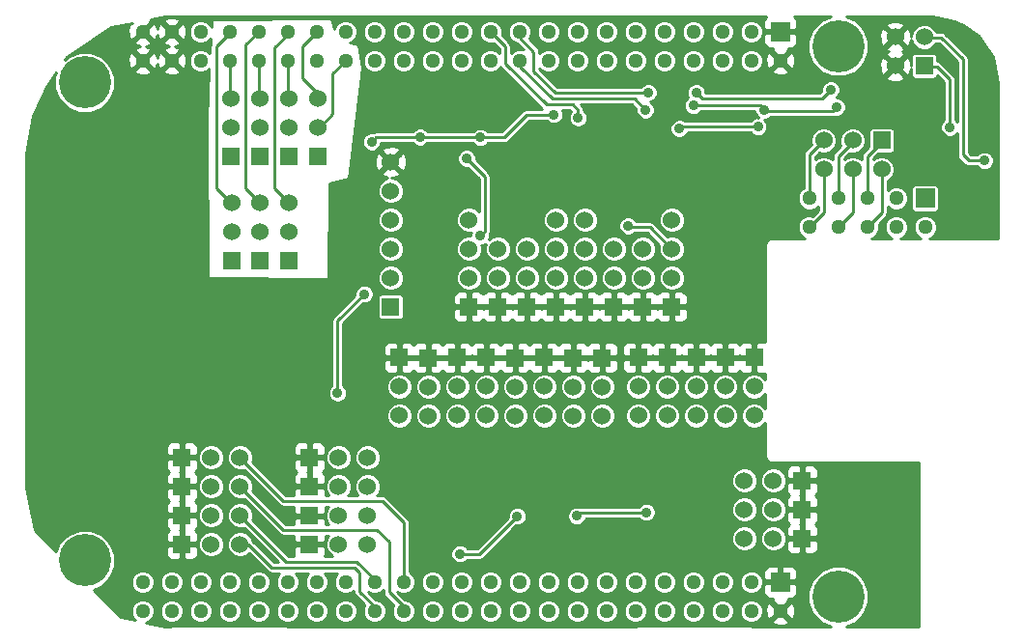
<source format=gbl>
G04 (created by PCBNEW (2013-05-31 BZR 4019)-stable) date 6/28/2014 1:42:31 PM*
%MOIN*%
G04 Gerber Fmt 3.4, Leading zero omitted, Abs format*
%FSLAX34Y34*%
G01*
G70*
G90*
G04 APERTURE LIST*
%ADD10C,0.00590551*%
%ADD11R,0.06X0.06*%
%ADD12C,0.06*%
%ADD13C,0.18*%
%ADD14R,0.065X0.065*%
%ADD15C,0.0512*%
%ADD16C,0.035*%
%ADD17C,0.01*%
G04 APERTURE END LIST*
G54D10*
G54D11*
X19500Y-10250D03*
G54D12*
X19500Y-9250D03*
X19500Y-8250D03*
X19500Y-7250D03*
G54D11*
X15500Y-10250D03*
G54D12*
X15500Y-9250D03*
X15500Y-8250D03*
X15500Y-7250D03*
G54D11*
X22500Y-10250D03*
G54D12*
X22500Y-9250D03*
X22500Y-8250D03*
X22500Y-7250D03*
G54D11*
X18500Y-10250D03*
G54D12*
X18500Y-9250D03*
X18500Y-8250D03*
X18500Y-7250D03*
G54D11*
X29750Y-4500D03*
G54D12*
X29750Y-5500D03*
X28750Y-4500D03*
X28750Y-5500D03*
X27750Y-4500D03*
X27750Y-5500D03*
G54D11*
X10000Y-16450D03*
G54D12*
X11000Y-16450D03*
X12000Y-16450D03*
G54D11*
X10000Y-17460D03*
G54D12*
X11000Y-17460D03*
X12000Y-17460D03*
G54D11*
X10000Y-18450D03*
G54D12*
X11000Y-18450D03*
X12000Y-18450D03*
G54D11*
X5600Y-16450D03*
G54D12*
X6600Y-16450D03*
X7600Y-16450D03*
G54D11*
X5600Y-18450D03*
G54D12*
X6600Y-18450D03*
X7600Y-18450D03*
G54D11*
X21500Y-10250D03*
G54D12*
X21500Y-9250D03*
X21500Y-8250D03*
G54D11*
X24350Y-12000D03*
G54D12*
X24350Y-13000D03*
X24350Y-14000D03*
G54D11*
X25350Y-12000D03*
G54D12*
X25350Y-13000D03*
X25350Y-14000D03*
G54D11*
X27000Y-18250D03*
G54D12*
X26000Y-18250D03*
X25000Y-18250D03*
G54D11*
X27000Y-17250D03*
G54D12*
X26000Y-17250D03*
X25000Y-17250D03*
G54D11*
X27000Y-16250D03*
G54D12*
X26000Y-16250D03*
X25000Y-16250D03*
G54D11*
X13100Y-12000D03*
G54D12*
X13100Y-13000D03*
X13100Y-14000D03*
G54D11*
X14100Y-12010D03*
G54D12*
X14100Y-13010D03*
X14100Y-14010D03*
G54D11*
X15100Y-12000D03*
G54D12*
X15100Y-13000D03*
X15100Y-14000D03*
G54D11*
X16100Y-12000D03*
G54D12*
X16100Y-13000D03*
X16100Y-14000D03*
G54D11*
X17100Y-12010D03*
G54D12*
X17100Y-13010D03*
X17100Y-14010D03*
G54D11*
X18100Y-12000D03*
G54D12*
X18100Y-13000D03*
X18100Y-14000D03*
G54D11*
X19100Y-12010D03*
G54D12*
X19100Y-13010D03*
X19100Y-14010D03*
G54D11*
X20100Y-12010D03*
G54D12*
X20100Y-13010D03*
X20100Y-14010D03*
G54D11*
X5600Y-17450D03*
G54D12*
X6600Y-17450D03*
X7600Y-17450D03*
G54D11*
X7300Y-5050D03*
G54D12*
X7300Y-4050D03*
X7300Y-3050D03*
G54D11*
X9300Y-5050D03*
G54D12*
X9300Y-4050D03*
X9300Y-3050D03*
G54D11*
X7310Y-8650D03*
G54D12*
X7310Y-7650D03*
X7310Y-6650D03*
G54D11*
X8300Y-8650D03*
G54D12*
X8300Y-7650D03*
X8300Y-6650D03*
G54D11*
X10300Y-5050D03*
G54D12*
X10300Y-4050D03*
X10300Y-3050D03*
G54D11*
X9300Y-8650D03*
G54D12*
X9300Y-7650D03*
X9300Y-6650D03*
G54D11*
X16500Y-10250D03*
G54D12*
X16500Y-9250D03*
X16500Y-8250D03*
G54D11*
X17500Y-10250D03*
G54D12*
X17500Y-9250D03*
X17500Y-8250D03*
G54D11*
X20500Y-10250D03*
G54D12*
X20500Y-9250D03*
X20500Y-8250D03*
G54D11*
X21350Y-12000D03*
G54D12*
X21350Y-13000D03*
X21350Y-14000D03*
G54D11*
X22350Y-12000D03*
G54D12*
X22350Y-13000D03*
X22350Y-14000D03*
G54D11*
X23350Y-12000D03*
G54D12*
X23350Y-13000D03*
X23350Y-14000D03*
G54D11*
X10000Y-15450D03*
G54D12*
X11000Y-15450D03*
X12000Y-15450D03*
G54D11*
X8300Y-5050D03*
G54D12*
X8300Y-4050D03*
X8300Y-3050D03*
G54D11*
X5600Y-15450D03*
G54D12*
X6600Y-15450D03*
X7600Y-15450D03*
G54D11*
X31220Y-1930D03*
G54D12*
X30220Y-1930D03*
X31220Y-930D03*
X30220Y-930D03*
G54D11*
X12800Y-10250D03*
G54D12*
X12800Y-9250D03*
X12800Y-8250D03*
X12800Y-7250D03*
X12800Y-6250D03*
X12800Y-5250D03*
G54D13*
X2250Y-2500D03*
X28250Y-1250D03*
X28250Y-20250D03*
X2250Y-19000D03*
G54D14*
X26250Y-750D03*
G54D15*
X26250Y-1750D03*
X25250Y-750D03*
X25250Y-1750D03*
X24250Y-750D03*
X24250Y-1750D03*
X23250Y-750D03*
X23250Y-1750D03*
X22250Y-750D03*
X22250Y-1750D03*
X21250Y-750D03*
X21250Y-1750D03*
X20250Y-750D03*
X20250Y-1750D03*
X19250Y-750D03*
X19250Y-1750D03*
X18250Y-750D03*
X18250Y-1750D03*
X17250Y-750D03*
X17250Y-1750D03*
X16250Y-750D03*
X16250Y-1750D03*
X15250Y-750D03*
X15250Y-1750D03*
X14250Y-750D03*
X14250Y-1750D03*
X13250Y-750D03*
X13250Y-1750D03*
X12250Y-750D03*
X12250Y-1750D03*
X11250Y-750D03*
X11250Y-1750D03*
X10250Y-750D03*
X10250Y-1750D03*
X9250Y-750D03*
X9250Y-1750D03*
X8250Y-750D03*
X8250Y-1750D03*
X7250Y-750D03*
X7250Y-1750D03*
X6250Y-750D03*
X6250Y-1750D03*
X5250Y-750D03*
X5250Y-1750D03*
X4250Y-750D03*
X4250Y-1750D03*
G54D14*
X26250Y-19750D03*
G54D15*
X26250Y-20750D03*
X25250Y-19750D03*
X25250Y-20750D03*
X24250Y-19750D03*
X24250Y-20750D03*
X23250Y-19750D03*
X23250Y-20750D03*
X22250Y-19750D03*
X22250Y-20750D03*
X21250Y-19750D03*
X21250Y-20750D03*
X20250Y-19750D03*
X20250Y-20750D03*
X19250Y-19750D03*
X19250Y-20750D03*
X18250Y-19750D03*
X18250Y-20750D03*
X17250Y-19750D03*
X17250Y-20750D03*
X16250Y-19750D03*
X16250Y-20750D03*
X15250Y-19750D03*
X15250Y-20750D03*
X14250Y-19750D03*
X14250Y-20750D03*
X13250Y-19750D03*
X13250Y-20750D03*
X12250Y-19750D03*
X12250Y-20750D03*
X11250Y-19750D03*
X11250Y-20750D03*
X10250Y-19750D03*
X10250Y-20750D03*
X9250Y-19750D03*
X9250Y-20750D03*
X8250Y-19750D03*
X8250Y-20750D03*
X7250Y-19750D03*
X7250Y-20750D03*
X6250Y-19750D03*
X6250Y-20750D03*
X5250Y-19750D03*
X5250Y-20750D03*
X4250Y-19750D03*
X4250Y-20750D03*
G54D14*
X31250Y-6500D03*
G54D15*
X31250Y-7500D03*
X30250Y-6500D03*
X30250Y-7500D03*
X29250Y-6500D03*
X29250Y-7500D03*
X28250Y-6500D03*
X28250Y-7500D03*
X27250Y-6500D03*
X27250Y-7500D03*
G54D16*
X33300Y-5200D03*
X32100Y-4050D03*
X21700Y-2850D03*
X28000Y-2750D03*
X23350Y-2850D03*
X21600Y-3450D03*
X23250Y-3300D03*
X28200Y-3350D03*
X25700Y-3450D03*
X15425Y-5125D03*
X15900Y-7800D03*
X21000Y-7450D03*
X19275Y-3725D03*
X33350Y-2700D03*
X18580Y-5350D03*
X19025Y-16475D03*
X26250Y-5800D03*
X31700Y-4950D03*
X11900Y-3650D03*
X20600Y-15250D03*
X23900Y-15890D03*
X16025Y-18025D03*
X22760Y-4090D03*
X25480Y-4030D03*
X13820Y-4390D03*
X18440Y-3610D03*
X19220Y-17470D03*
X17175Y-17475D03*
X21630Y-17340D03*
X12150Y-4550D03*
X11895Y-9805D03*
X10975Y-13225D03*
X15200Y-18775D03*
X15900Y-4400D03*
G54D17*
X28750Y-5500D02*
X28750Y-7000D01*
X28750Y-7000D02*
X28250Y-7500D01*
X29750Y-5500D02*
X29750Y-7000D01*
X29750Y-7000D02*
X29250Y-7500D01*
X29250Y-5050D02*
X29250Y-6500D01*
X29750Y-4500D02*
X29750Y-4550D01*
X29750Y-4550D02*
X29250Y-5050D01*
X28250Y-5050D02*
X28250Y-6500D01*
X28750Y-4500D02*
X28750Y-4550D01*
X28750Y-4550D02*
X28250Y-5050D01*
X27250Y-5000D02*
X27750Y-4500D01*
X27250Y-6500D02*
X27250Y-5000D01*
X27750Y-7000D02*
X27250Y-7500D01*
X27750Y-5500D02*
X27750Y-7000D01*
X9100Y-16950D02*
X7600Y-15450D01*
X12520Y-16950D02*
X9100Y-16950D01*
X13250Y-19750D02*
X13250Y-18590D01*
X13250Y-18590D02*
X13250Y-17680D01*
X13250Y-17680D02*
X12520Y-16950D01*
X10960Y-19050D02*
X11632Y-19050D01*
X12250Y-19667D02*
X12250Y-19750D01*
X11632Y-19050D02*
X12250Y-19667D01*
X10060Y-19050D02*
X9200Y-19050D01*
X9200Y-19050D02*
X7600Y-17450D01*
X10960Y-19050D02*
X10060Y-19050D01*
X12750Y-19070D02*
X12750Y-18360D01*
X9100Y-17950D02*
X7600Y-16450D01*
X12340Y-17950D02*
X9100Y-17950D01*
X12750Y-18360D02*
X12340Y-17950D01*
X13250Y-20750D02*
X13250Y-20600D01*
X12750Y-20100D02*
X12750Y-19070D01*
X13250Y-20600D02*
X12750Y-20100D01*
X7600Y-18450D02*
X7900Y-18450D01*
X7900Y-18450D02*
X8700Y-19250D01*
X10260Y-19250D02*
X8700Y-19250D01*
X12250Y-20750D02*
X12250Y-20600D01*
X11550Y-19250D02*
X10260Y-19250D01*
X11725Y-19425D02*
X11550Y-19250D01*
X11725Y-20075D02*
X11725Y-19425D01*
X12250Y-20600D02*
X11725Y-20075D01*
X33300Y-5200D02*
X32750Y-5200D01*
X32750Y-5200D02*
X32550Y-5000D01*
X32550Y-5000D02*
X32550Y-1700D01*
X32550Y-1700D02*
X31800Y-950D01*
X31800Y-950D02*
X31200Y-950D01*
X31200Y-1950D02*
X31650Y-1950D01*
X31650Y-1950D02*
X32100Y-2400D01*
X32100Y-2400D02*
X32100Y-4050D01*
X7250Y-750D02*
X7250Y-800D01*
X7250Y-800D02*
X6800Y-1250D01*
X6800Y-1250D02*
X6800Y-6150D01*
X6800Y-6150D02*
X7300Y-6650D01*
X7250Y-1750D02*
X7250Y-2980D01*
X7250Y-2980D02*
X7300Y-3030D01*
X7800Y-1200D02*
X7800Y-6150D01*
X7800Y-6150D02*
X8300Y-6650D01*
X7800Y-1200D02*
X8250Y-750D01*
X8250Y-1750D02*
X8250Y-2980D01*
X8250Y-2980D02*
X8300Y-3030D01*
X10250Y-750D02*
X9750Y-1250D01*
X10300Y-2900D02*
X10300Y-3050D01*
X9750Y-2350D02*
X10300Y-2900D01*
X9750Y-1250D02*
X9750Y-2350D01*
X9250Y-1750D02*
X9250Y-2980D01*
X9250Y-2980D02*
X9300Y-3030D01*
X9250Y-750D02*
X9250Y-850D01*
X8800Y-6150D02*
X9300Y-6650D01*
X8800Y-1300D02*
X8800Y-6150D01*
X9250Y-850D02*
X8800Y-1300D01*
X21700Y-2850D02*
X18480Y-2850D01*
X18480Y-2850D02*
X17740Y-2110D01*
X23350Y-2850D02*
X23550Y-3050D01*
X23550Y-3050D02*
X27550Y-3050D01*
X27550Y-3050D02*
X27700Y-3050D01*
X27700Y-3050D02*
X28000Y-2750D01*
X17740Y-1440D02*
X17740Y-2110D01*
X17250Y-750D02*
X17250Y-950D01*
X17250Y-950D02*
X17740Y-1440D01*
X17250Y-1750D02*
X17250Y-1940D01*
X21220Y-3070D02*
X21600Y-3450D01*
X18380Y-3070D02*
X21220Y-3070D01*
X17250Y-1940D02*
X18380Y-3070D01*
X23250Y-3300D02*
X25550Y-3300D01*
X25550Y-3300D02*
X25700Y-3450D01*
X27500Y-3490D02*
X28060Y-3490D01*
X28060Y-3490D02*
X28200Y-3350D01*
X27300Y-3490D02*
X27500Y-3490D01*
X25700Y-3450D02*
X25700Y-3490D01*
X25700Y-3490D02*
X27300Y-3490D01*
X16050Y-5750D02*
X16050Y-7650D01*
X15425Y-5125D02*
X16050Y-5750D01*
X16050Y-7650D02*
X15900Y-7800D01*
X15900Y-7800D02*
X16050Y-7650D01*
X21750Y-7500D02*
X22500Y-8250D01*
X21000Y-7450D02*
X21050Y-7500D01*
X21050Y-7500D02*
X21750Y-7500D01*
X16750Y-1430D02*
X16750Y-1840D01*
X19275Y-3465D02*
X19275Y-3725D01*
X19080Y-3270D02*
X19275Y-3465D01*
X18180Y-3270D02*
X19080Y-3270D01*
X16750Y-1840D02*
X18180Y-3270D01*
X16750Y-1250D02*
X16250Y-750D01*
X16750Y-1430D02*
X16750Y-1250D01*
X10300Y-4050D02*
X10350Y-4050D01*
X10800Y-2200D02*
X11250Y-1750D01*
X10800Y-3600D02*
X10800Y-2200D01*
X10350Y-4050D02*
X10800Y-3600D01*
X22820Y-4030D02*
X25480Y-4030D01*
X22760Y-4090D02*
X22820Y-4030D01*
X13820Y-4390D02*
X13820Y-4400D01*
X15900Y-4400D02*
X16710Y-4400D01*
X17500Y-3610D02*
X18440Y-3610D01*
X16710Y-4400D02*
X17500Y-3610D01*
X15200Y-18775D02*
X15875Y-18775D01*
X15875Y-18775D02*
X17175Y-17475D01*
X19350Y-17340D02*
X21630Y-17340D01*
X19220Y-17470D02*
X19350Y-17340D01*
X10975Y-13225D02*
X10975Y-10725D01*
X12300Y-4400D02*
X13820Y-4400D01*
X12150Y-4550D02*
X12300Y-4400D01*
X10975Y-10725D02*
X11895Y-9805D01*
X13820Y-4400D02*
X15900Y-4400D01*
G54D10*
G36*
X33775Y-7875D02*
X33625Y-7875D01*
X33625Y-5135D01*
X33575Y-5016D01*
X33484Y-4924D01*
X33364Y-4875D01*
X33235Y-4874D01*
X33116Y-4924D01*
X33040Y-5000D01*
X32832Y-5000D01*
X32750Y-4917D01*
X32750Y-1700D01*
X32749Y-1699D01*
X32734Y-1623D01*
X32734Y-1623D01*
X32720Y-1601D01*
X32691Y-1558D01*
X32691Y-1558D01*
X31941Y-808D01*
X31876Y-765D01*
X31800Y-750D01*
X31632Y-750D01*
X31601Y-675D01*
X31475Y-548D01*
X31309Y-480D01*
X31130Y-479D01*
X30965Y-548D01*
X30838Y-674D01*
X30770Y-840D01*
X30770Y-916D01*
X30763Y-793D01*
X30701Y-642D01*
X30605Y-614D01*
X30535Y-685D01*
X30535Y-544D01*
X30507Y-448D01*
X30301Y-375D01*
X30083Y-386D01*
X29932Y-448D01*
X29904Y-544D01*
X30220Y-859D01*
X30535Y-544D01*
X30535Y-685D01*
X30290Y-930D01*
X30605Y-1245D01*
X30701Y-1217D01*
X30771Y-1022D01*
X30838Y-1184D01*
X30964Y-1311D01*
X31130Y-1379D01*
X31309Y-1380D01*
X31474Y-1311D01*
X31601Y-1185D01*
X31615Y-1150D01*
X31717Y-1150D01*
X32350Y-1782D01*
X32350Y-3840D01*
X32300Y-3790D01*
X32300Y-2400D01*
X32284Y-2323D01*
X32284Y-2323D01*
X32241Y-2258D01*
X31791Y-1808D01*
X31726Y-1765D01*
X31670Y-1753D01*
X31670Y-1600D01*
X31647Y-1545D01*
X31605Y-1502D01*
X31549Y-1480D01*
X31490Y-1479D01*
X30890Y-1479D01*
X30835Y-1502D01*
X30792Y-1544D01*
X30770Y-1600D01*
X30769Y-1659D01*
X30769Y-1915D01*
X30763Y-1793D01*
X30701Y-1642D01*
X30605Y-1614D01*
X30535Y-1685D01*
X30535Y-1544D01*
X30507Y-1448D01*
X30459Y-1431D01*
X30507Y-1411D01*
X30535Y-1315D01*
X30220Y-1000D01*
X30149Y-1071D01*
X30149Y-930D01*
X29834Y-614D01*
X29738Y-642D01*
X29665Y-848D01*
X29676Y-1066D01*
X29738Y-1217D01*
X29834Y-1245D01*
X30149Y-930D01*
X30149Y-1071D01*
X29904Y-1315D01*
X29932Y-1411D01*
X29980Y-1428D01*
X29932Y-1448D01*
X29904Y-1544D01*
X30220Y-1859D01*
X30535Y-1544D01*
X30535Y-1685D01*
X30290Y-1930D01*
X30605Y-2245D01*
X30701Y-2217D01*
X30769Y-2025D01*
X30769Y-2259D01*
X30792Y-2314D01*
X30834Y-2357D01*
X30890Y-2379D01*
X30949Y-2380D01*
X31549Y-2380D01*
X31604Y-2357D01*
X31647Y-2315D01*
X31669Y-2259D01*
X31669Y-2252D01*
X31900Y-2482D01*
X31900Y-3790D01*
X31824Y-3865D01*
X31775Y-3985D01*
X31774Y-4114D01*
X31824Y-4233D01*
X31915Y-4325D01*
X32035Y-4374D01*
X32164Y-4375D01*
X32283Y-4325D01*
X32350Y-4259D01*
X32350Y-5000D01*
X32365Y-5076D01*
X32408Y-5141D01*
X32608Y-5341D01*
X32608Y-5341D01*
X32651Y-5370D01*
X32673Y-5384D01*
X32673Y-5384D01*
X32750Y-5400D01*
X33040Y-5400D01*
X33115Y-5475D01*
X33235Y-5524D01*
X33364Y-5525D01*
X33483Y-5475D01*
X33575Y-5384D01*
X33624Y-5264D01*
X33625Y-5135D01*
X33625Y-7875D01*
X31725Y-7875D01*
X31725Y-6795D01*
X31725Y-6145D01*
X31702Y-6090D01*
X31660Y-6047D01*
X31604Y-6025D01*
X31545Y-6024D01*
X30895Y-6024D01*
X30840Y-6047D01*
X30797Y-6089D01*
X30775Y-6145D01*
X30774Y-6204D01*
X30774Y-6854D01*
X30797Y-6909D01*
X30839Y-6952D01*
X30895Y-6974D01*
X30954Y-6975D01*
X31604Y-6975D01*
X31659Y-6952D01*
X31702Y-6910D01*
X31724Y-6854D01*
X31725Y-6795D01*
X31725Y-7875D01*
X31405Y-7875D01*
X31479Y-7844D01*
X31593Y-7730D01*
X31655Y-7581D01*
X31656Y-7419D01*
X31594Y-7270D01*
X31480Y-7156D01*
X31331Y-7094D01*
X31169Y-7093D01*
X31020Y-7155D01*
X30906Y-7269D01*
X30844Y-7418D01*
X30843Y-7580D01*
X30905Y-7729D01*
X31019Y-7843D01*
X31094Y-7875D01*
X30405Y-7875D01*
X30479Y-7844D01*
X30593Y-7730D01*
X30655Y-7581D01*
X30656Y-7419D01*
X30594Y-7270D01*
X30480Y-7156D01*
X30331Y-7094D01*
X30169Y-7093D01*
X30020Y-7155D01*
X29906Y-7269D01*
X29844Y-7418D01*
X29843Y-7580D01*
X29905Y-7729D01*
X30019Y-7843D01*
X30094Y-7875D01*
X29405Y-7875D01*
X29479Y-7844D01*
X29593Y-7730D01*
X29655Y-7581D01*
X29656Y-7419D01*
X29643Y-7389D01*
X29891Y-7141D01*
X29934Y-7076D01*
X29934Y-7076D01*
X29937Y-7063D01*
X29949Y-7000D01*
X29950Y-7000D01*
X29950Y-6774D01*
X30019Y-6843D01*
X30168Y-6905D01*
X30330Y-6906D01*
X30479Y-6844D01*
X30593Y-6730D01*
X30655Y-6581D01*
X30656Y-6419D01*
X30594Y-6270D01*
X30535Y-6211D01*
X30535Y-2315D01*
X30220Y-2000D01*
X30149Y-2071D01*
X30149Y-1930D01*
X29834Y-1614D01*
X29738Y-1642D01*
X29665Y-1848D01*
X29676Y-2066D01*
X29738Y-2217D01*
X29834Y-2245D01*
X30149Y-1930D01*
X30149Y-2071D01*
X29904Y-2315D01*
X29932Y-2411D01*
X30138Y-2484D01*
X30356Y-2473D01*
X30507Y-2411D01*
X30535Y-2315D01*
X30535Y-6211D01*
X30480Y-6156D01*
X30331Y-6094D01*
X30169Y-6093D01*
X30020Y-6155D01*
X29950Y-6225D01*
X29950Y-5904D01*
X30004Y-5881D01*
X30131Y-5755D01*
X30199Y-5589D01*
X30200Y-5410D01*
X30131Y-5245D01*
X30005Y-5118D01*
X29839Y-5050D01*
X29660Y-5049D01*
X29495Y-5118D01*
X29450Y-5163D01*
X29450Y-5132D01*
X29632Y-4950D01*
X30079Y-4950D01*
X30134Y-4927D01*
X30177Y-4885D01*
X30199Y-4829D01*
X30200Y-4770D01*
X30200Y-4170D01*
X30177Y-4115D01*
X30135Y-4072D01*
X30079Y-4050D01*
X30020Y-4049D01*
X29420Y-4049D01*
X29365Y-4072D01*
X29322Y-4114D01*
X29300Y-4170D01*
X29299Y-4229D01*
X29299Y-4717D01*
X29108Y-4908D01*
X29065Y-4973D01*
X29050Y-5050D01*
X29050Y-5163D01*
X29005Y-5118D01*
X28839Y-5050D01*
X28660Y-5049D01*
X28495Y-5118D01*
X28450Y-5163D01*
X28450Y-5132D01*
X28640Y-4941D01*
X28660Y-4949D01*
X28839Y-4950D01*
X29004Y-4881D01*
X29131Y-4755D01*
X29199Y-4589D01*
X29200Y-4410D01*
X29131Y-4245D01*
X29005Y-4118D01*
X28839Y-4050D01*
X28660Y-4049D01*
X28525Y-4106D01*
X28525Y-3285D01*
X28475Y-3166D01*
X28384Y-3074D01*
X28264Y-3025D01*
X28184Y-3024D01*
X28275Y-2934D01*
X28324Y-2814D01*
X28325Y-2685D01*
X28275Y-2566D01*
X28184Y-2474D01*
X28064Y-2425D01*
X27935Y-2424D01*
X27816Y-2474D01*
X27724Y-2565D01*
X27675Y-2685D01*
X27674Y-2792D01*
X27617Y-2850D01*
X27550Y-2850D01*
X26825Y-2850D01*
X26825Y-1025D01*
X26825Y-862D01*
X26762Y-800D01*
X26300Y-800D01*
X26300Y-807D01*
X26200Y-807D01*
X26200Y-800D01*
X25737Y-800D01*
X25675Y-862D01*
X25674Y-1025D01*
X25675Y-1124D01*
X25713Y-1216D01*
X25783Y-1287D01*
X25875Y-1325D01*
X25983Y-1325D01*
X25966Y-1395D01*
X26250Y-1679D01*
X26533Y-1395D01*
X26516Y-1325D01*
X26624Y-1325D01*
X26716Y-1287D01*
X26786Y-1216D01*
X26824Y-1124D01*
X26825Y-1025D01*
X26825Y-2850D01*
X26760Y-2850D01*
X26760Y-1821D01*
X26749Y-1620D01*
X26694Y-1488D01*
X26604Y-1466D01*
X26320Y-1750D01*
X26604Y-2033D01*
X26694Y-2011D01*
X26760Y-1821D01*
X26760Y-2850D01*
X26533Y-2850D01*
X26533Y-2104D01*
X26250Y-1820D01*
X26179Y-1891D01*
X26179Y-1750D01*
X25895Y-1466D01*
X25805Y-1488D01*
X25739Y-1678D01*
X25750Y-1879D01*
X25805Y-2011D01*
X25895Y-2033D01*
X26179Y-1750D01*
X26179Y-1891D01*
X25966Y-2104D01*
X25988Y-2194D01*
X26178Y-2260D01*
X26379Y-2249D01*
X26511Y-2194D01*
X26533Y-2104D01*
X26533Y-2850D01*
X25656Y-2850D01*
X25656Y-1669D01*
X25656Y-669D01*
X25594Y-520D01*
X25480Y-406D01*
X25331Y-344D01*
X25169Y-343D01*
X25020Y-405D01*
X24906Y-519D01*
X24844Y-668D01*
X24843Y-830D01*
X24905Y-979D01*
X25019Y-1093D01*
X25168Y-1155D01*
X25330Y-1156D01*
X25479Y-1094D01*
X25593Y-980D01*
X25655Y-831D01*
X25656Y-669D01*
X25656Y-1669D01*
X25594Y-1520D01*
X25480Y-1406D01*
X25331Y-1344D01*
X25169Y-1343D01*
X25020Y-1405D01*
X24906Y-1519D01*
X24844Y-1668D01*
X24843Y-1830D01*
X24905Y-1979D01*
X25019Y-2093D01*
X25168Y-2155D01*
X25330Y-2156D01*
X25479Y-2094D01*
X25593Y-1980D01*
X25655Y-1831D01*
X25656Y-1669D01*
X25656Y-2850D01*
X24656Y-2850D01*
X24656Y-1669D01*
X24656Y-669D01*
X24594Y-520D01*
X24480Y-406D01*
X24331Y-344D01*
X24169Y-343D01*
X24020Y-405D01*
X23906Y-519D01*
X23844Y-668D01*
X23843Y-830D01*
X23905Y-979D01*
X24019Y-1093D01*
X24168Y-1155D01*
X24330Y-1156D01*
X24479Y-1094D01*
X24593Y-980D01*
X24655Y-831D01*
X24656Y-669D01*
X24656Y-1669D01*
X24594Y-1520D01*
X24480Y-1406D01*
X24331Y-1344D01*
X24169Y-1343D01*
X24020Y-1405D01*
X23906Y-1519D01*
X23844Y-1668D01*
X23843Y-1830D01*
X23905Y-1979D01*
X24019Y-2093D01*
X24168Y-2155D01*
X24330Y-2156D01*
X24479Y-2094D01*
X24593Y-1980D01*
X24655Y-1831D01*
X24656Y-1669D01*
X24656Y-2850D01*
X23675Y-2850D01*
X23675Y-2785D01*
X23656Y-2739D01*
X23656Y-1669D01*
X23656Y-669D01*
X23594Y-520D01*
X23480Y-406D01*
X23331Y-344D01*
X23169Y-343D01*
X23020Y-405D01*
X22906Y-519D01*
X22844Y-668D01*
X22843Y-830D01*
X22905Y-979D01*
X23019Y-1093D01*
X23168Y-1155D01*
X23330Y-1156D01*
X23479Y-1094D01*
X23593Y-980D01*
X23655Y-831D01*
X23656Y-669D01*
X23656Y-1669D01*
X23594Y-1520D01*
X23480Y-1406D01*
X23331Y-1344D01*
X23169Y-1343D01*
X23020Y-1405D01*
X22906Y-1519D01*
X22844Y-1668D01*
X22843Y-1830D01*
X22905Y-1979D01*
X23019Y-2093D01*
X23168Y-2155D01*
X23330Y-2156D01*
X23479Y-2094D01*
X23593Y-1980D01*
X23655Y-1831D01*
X23656Y-1669D01*
X23656Y-2739D01*
X23625Y-2666D01*
X23534Y-2574D01*
X23414Y-2525D01*
X23285Y-2524D01*
X23166Y-2574D01*
X23074Y-2665D01*
X23025Y-2785D01*
X23024Y-2914D01*
X23069Y-3022D01*
X23066Y-3024D01*
X22974Y-3115D01*
X22925Y-3235D01*
X22924Y-3364D01*
X22974Y-3483D01*
X23065Y-3575D01*
X23185Y-3624D01*
X23314Y-3625D01*
X23433Y-3575D01*
X23509Y-3500D01*
X25374Y-3500D01*
X25374Y-3514D01*
X25424Y-3633D01*
X25495Y-3705D01*
X25415Y-3704D01*
X25296Y-3754D01*
X25220Y-3830D01*
X22959Y-3830D01*
X22944Y-3814D01*
X22824Y-3765D01*
X22695Y-3764D01*
X22656Y-3781D01*
X22656Y-1669D01*
X22656Y-669D01*
X22594Y-520D01*
X22480Y-406D01*
X22331Y-344D01*
X22169Y-343D01*
X22020Y-405D01*
X21906Y-519D01*
X21844Y-668D01*
X21843Y-830D01*
X21905Y-979D01*
X22019Y-1093D01*
X22168Y-1155D01*
X22330Y-1156D01*
X22479Y-1094D01*
X22593Y-980D01*
X22655Y-831D01*
X22656Y-669D01*
X22656Y-1669D01*
X22594Y-1520D01*
X22480Y-1406D01*
X22331Y-1344D01*
X22169Y-1343D01*
X22020Y-1405D01*
X21906Y-1519D01*
X21844Y-1668D01*
X21843Y-1830D01*
X21905Y-1979D01*
X22019Y-2093D01*
X22168Y-2155D01*
X22330Y-2156D01*
X22479Y-2094D01*
X22593Y-1980D01*
X22655Y-1831D01*
X22656Y-1669D01*
X22656Y-3781D01*
X22576Y-3814D01*
X22484Y-3905D01*
X22435Y-4025D01*
X22434Y-4154D01*
X22484Y-4273D01*
X22575Y-4365D01*
X22695Y-4414D01*
X22824Y-4415D01*
X22943Y-4365D01*
X23035Y-4274D01*
X23053Y-4230D01*
X25220Y-4230D01*
X25295Y-4305D01*
X25415Y-4354D01*
X25544Y-4355D01*
X25663Y-4305D01*
X25755Y-4214D01*
X25804Y-4094D01*
X25805Y-3965D01*
X25755Y-3846D01*
X25684Y-3774D01*
X25764Y-3775D01*
X25883Y-3725D01*
X25919Y-3690D01*
X27300Y-3690D01*
X27500Y-3690D01*
X28060Y-3690D01*
X28135Y-3674D01*
X28264Y-3675D01*
X28383Y-3625D01*
X28475Y-3534D01*
X28524Y-3414D01*
X28525Y-3285D01*
X28525Y-4106D01*
X28495Y-4118D01*
X28368Y-4244D01*
X28300Y-4410D01*
X28299Y-4589D01*
X28337Y-4679D01*
X28108Y-4908D01*
X28065Y-4973D01*
X28050Y-5050D01*
X28050Y-5163D01*
X28005Y-5118D01*
X27839Y-5050D01*
X27660Y-5049D01*
X27495Y-5118D01*
X27450Y-5163D01*
X27450Y-5082D01*
X27605Y-4927D01*
X27660Y-4949D01*
X27839Y-4950D01*
X28004Y-4881D01*
X28131Y-4755D01*
X28199Y-4589D01*
X28200Y-4410D01*
X28131Y-4245D01*
X28005Y-4118D01*
X27839Y-4050D01*
X27660Y-4049D01*
X27495Y-4118D01*
X27368Y-4244D01*
X27300Y-4410D01*
X27299Y-4589D01*
X27322Y-4644D01*
X27108Y-4858D01*
X27065Y-4923D01*
X27050Y-5000D01*
X27050Y-6143D01*
X27020Y-6155D01*
X26906Y-6269D01*
X26844Y-6418D01*
X26843Y-6580D01*
X26905Y-6729D01*
X27019Y-6843D01*
X27168Y-6905D01*
X27330Y-6906D01*
X27479Y-6844D01*
X27550Y-6774D01*
X27550Y-6917D01*
X27360Y-7106D01*
X27331Y-7094D01*
X27169Y-7093D01*
X27020Y-7155D01*
X26906Y-7269D01*
X26844Y-7418D01*
X26843Y-7580D01*
X26905Y-7729D01*
X27019Y-7843D01*
X27094Y-7875D01*
X25950Y-7875D01*
X25863Y-7892D01*
X25790Y-7940D01*
X25742Y-8013D01*
X25725Y-8100D01*
X25725Y-11460D01*
X25699Y-11450D01*
X25600Y-11449D01*
X25462Y-11450D01*
X25400Y-11512D01*
X25400Y-11950D01*
X25407Y-11950D01*
X25407Y-12050D01*
X25400Y-12050D01*
X25400Y-12487D01*
X25462Y-12550D01*
X25600Y-12550D01*
X25699Y-12549D01*
X25725Y-12539D01*
X25725Y-12738D01*
X25605Y-12618D01*
X25439Y-12550D01*
X25300Y-12549D01*
X25300Y-12487D01*
X25300Y-12050D01*
X25300Y-11950D01*
X25300Y-11512D01*
X25237Y-11450D01*
X25099Y-11449D01*
X25000Y-11450D01*
X24908Y-11488D01*
X24850Y-11546D01*
X24791Y-11488D01*
X24699Y-11450D01*
X24600Y-11449D01*
X24462Y-11450D01*
X24400Y-11512D01*
X24400Y-11950D01*
X24837Y-11950D01*
X24850Y-11937D01*
X24862Y-11950D01*
X25300Y-11950D01*
X25300Y-12050D01*
X24862Y-12050D01*
X24850Y-12062D01*
X24837Y-12050D01*
X24400Y-12050D01*
X24400Y-12487D01*
X24462Y-12550D01*
X24600Y-12550D01*
X24699Y-12549D01*
X24791Y-12511D01*
X24850Y-12453D01*
X24908Y-12511D01*
X25000Y-12549D01*
X25099Y-12550D01*
X25237Y-12550D01*
X25300Y-12487D01*
X25300Y-12549D01*
X25260Y-12549D01*
X25095Y-12618D01*
X24968Y-12744D01*
X24900Y-12910D01*
X24899Y-13089D01*
X24968Y-13254D01*
X25094Y-13381D01*
X25260Y-13449D01*
X25439Y-13450D01*
X25604Y-13381D01*
X25725Y-13261D01*
X25725Y-13738D01*
X25605Y-13618D01*
X25439Y-13550D01*
X25260Y-13549D01*
X25095Y-13618D01*
X24968Y-13744D01*
X24900Y-13910D01*
X24899Y-14089D01*
X24968Y-14254D01*
X25094Y-14381D01*
X25260Y-14449D01*
X25439Y-14450D01*
X25604Y-14381D01*
X25725Y-14261D01*
X25725Y-15400D01*
X25742Y-15486D01*
X25790Y-15559D01*
X25863Y-15607D01*
X25950Y-15625D01*
X31025Y-15625D01*
X31025Y-21275D01*
X28518Y-21275D01*
X28844Y-21140D01*
X29139Y-20845D01*
X29299Y-20459D01*
X29300Y-20042D01*
X29140Y-19656D01*
X28845Y-19360D01*
X28459Y-19200D01*
X28042Y-19199D01*
X27656Y-19359D01*
X27550Y-19465D01*
X27550Y-18500D01*
X27550Y-17999D01*
X27549Y-17900D01*
X27511Y-17808D01*
X27453Y-17750D01*
X27511Y-17691D01*
X27549Y-17599D01*
X27550Y-17500D01*
X27550Y-16999D01*
X27549Y-16900D01*
X27511Y-16808D01*
X27453Y-16750D01*
X27511Y-16691D01*
X27549Y-16599D01*
X27550Y-16500D01*
X27550Y-15999D01*
X27549Y-15900D01*
X27511Y-15808D01*
X27441Y-15737D01*
X27349Y-15699D01*
X27112Y-15700D01*
X27050Y-15762D01*
X27050Y-16200D01*
X27487Y-16200D01*
X27550Y-16137D01*
X27550Y-15999D01*
X27550Y-16500D01*
X27550Y-16362D01*
X27487Y-16300D01*
X27050Y-16300D01*
X27050Y-16737D01*
X27062Y-16750D01*
X27050Y-16762D01*
X27050Y-17200D01*
X27487Y-17200D01*
X27550Y-17137D01*
X27550Y-16999D01*
X27550Y-17500D01*
X27550Y-17362D01*
X27487Y-17300D01*
X27050Y-17300D01*
X27050Y-17737D01*
X27062Y-17750D01*
X27050Y-17762D01*
X27050Y-18200D01*
X27487Y-18200D01*
X27550Y-18137D01*
X27550Y-17999D01*
X27550Y-18500D01*
X27550Y-18362D01*
X27487Y-18300D01*
X27050Y-18300D01*
X27050Y-18737D01*
X27112Y-18800D01*
X27349Y-18800D01*
X27441Y-18762D01*
X27511Y-18691D01*
X27549Y-18599D01*
X27550Y-18500D01*
X27550Y-19465D01*
X27360Y-19654D01*
X27200Y-20040D01*
X27199Y-20457D01*
X27359Y-20844D01*
X27654Y-21139D01*
X27980Y-21275D01*
X27250Y-21275D01*
X26950Y-21275D01*
X26950Y-18737D01*
X26950Y-18300D01*
X26950Y-18200D01*
X26950Y-17762D01*
X26937Y-17750D01*
X26950Y-17737D01*
X26950Y-17300D01*
X26950Y-17200D01*
X26950Y-16762D01*
X26937Y-16750D01*
X26950Y-16737D01*
X26950Y-16300D01*
X26950Y-16200D01*
X26950Y-15762D01*
X26887Y-15700D01*
X26650Y-15699D01*
X26558Y-15737D01*
X26488Y-15808D01*
X26450Y-15900D01*
X26449Y-15999D01*
X26450Y-16137D01*
X26512Y-16200D01*
X26950Y-16200D01*
X26950Y-16300D01*
X26512Y-16300D01*
X26450Y-16362D01*
X26450Y-16160D01*
X26381Y-15995D01*
X26255Y-15868D01*
X26089Y-15800D01*
X25910Y-15799D01*
X25745Y-15868D01*
X25618Y-15994D01*
X25550Y-16160D01*
X25549Y-16339D01*
X25618Y-16504D01*
X25744Y-16631D01*
X25910Y-16699D01*
X26089Y-16700D01*
X26254Y-16631D01*
X26381Y-16505D01*
X26449Y-16339D01*
X26450Y-16160D01*
X26450Y-16362D01*
X26450Y-16362D01*
X26449Y-16500D01*
X26450Y-16599D01*
X26488Y-16691D01*
X26546Y-16750D01*
X26488Y-16808D01*
X26450Y-16900D01*
X26449Y-16999D01*
X26450Y-17137D01*
X26512Y-17200D01*
X26950Y-17200D01*
X26950Y-17300D01*
X26512Y-17300D01*
X26450Y-17362D01*
X26450Y-17160D01*
X26381Y-16995D01*
X26255Y-16868D01*
X26089Y-16800D01*
X25910Y-16799D01*
X25745Y-16868D01*
X25618Y-16994D01*
X25550Y-17160D01*
X25549Y-17339D01*
X25618Y-17504D01*
X25744Y-17631D01*
X25910Y-17699D01*
X26089Y-17700D01*
X26254Y-17631D01*
X26381Y-17505D01*
X26449Y-17339D01*
X26450Y-17160D01*
X26450Y-17362D01*
X26450Y-17362D01*
X26449Y-17500D01*
X26450Y-17599D01*
X26488Y-17691D01*
X26546Y-17750D01*
X26488Y-17808D01*
X26450Y-17900D01*
X26449Y-17999D01*
X26450Y-18137D01*
X26512Y-18200D01*
X26950Y-18200D01*
X26950Y-18300D01*
X26512Y-18300D01*
X26450Y-18362D01*
X26450Y-18160D01*
X26381Y-17995D01*
X26255Y-17868D01*
X26089Y-17800D01*
X25910Y-17799D01*
X25745Y-17868D01*
X25618Y-17994D01*
X25550Y-18160D01*
X25549Y-18339D01*
X25618Y-18504D01*
X25744Y-18631D01*
X25910Y-18699D01*
X26089Y-18700D01*
X26254Y-18631D01*
X26381Y-18505D01*
X26449Y-18339D01*
X26450Y-18160D01*
X26450Y-18362D01*
X26450Y-18362D01*
X26449Y-18500D01*
X26450Y-18599D01*
X26488Y-18691D01*
X26558Y-18762D01*
X26650Y-18800D01*
X26887Y-18800D01*
X26950Y-18737D01*
X26950Y-21275D01*
X26825Y-21275D01*
X26825Y-20025D01*
X26825Y-19474D01*
X26824Y-19375D01*
X26786Y-19283D01*
X26716Y-19212D01*
X26624Y-19174D01*
X26362Y-19175D01*
X26300Y-19237D01*
X26300Y-19700D01*
X26762Y-19700D01*
X26825Y-19637D01*
X26825Y-19474D01*
X26825Y-20025D01*
X26825Y-19862D01*
X26762Y-19800D01*
X26300Y-19800D01*
X26300Y-19807D01*
X26200Y-19807D01*
X26200Y-19800D01*
X26200Y-19700D01*
X26200Y-19237D01*
X26137Y-19175D01*
X25875Y-19174D01*
X25783Y-19212D01*
X25713Y-19283D01*
X25675Y-19375D01*
X25674Y-19474D01*
X25675Y-19637D01*
X25737Y-19700D01*
X26200Y-19700D01*
X26200Y-19800D01*
X25737Y-19800D01*
X25675Y-19862D01*
X25674Y-20025D01*
X25675Y-20124D01*
X25713Y-20216D01*
X25783Y-20287D01*
X25875Y-20325D01*
X25983Y-20325D01*
X25966Y-20395D01*
X26250Y-20679D01*
X26533Y-20395D01*
X26516Y-20325D01*
X26624Y-20325D01*
X26716Y-20287D01*
X26786Y-20216D01*
X26824Y-20124D01*
X26825Y-20025D01*
X26825Y-21275D01*
X26760Y-21275D01*
X26760Y-20821D01*
X26749Y-20620D01*
X26694Y-20488D01*
X26604Y-20466D01*
X26320Y-20750D01*
X26604Y-21033D01*
X26694Y-21011D01*
X26760Y-20821D01*
X26760Y-21275D01*
X26533Y-21275D01*
X26533Y-21104D01*
X26250Y-20820D01*
X26179Y-20891D01*
X26179Y-20750D01*
X25895Y-20466D01*
X25805Y-20488D01*
X25739Y-20678D01*
X25750Y-20879D01*
X25805Y-21011D01*
X25895Y-21033D01*
X26179Y-20750D01*
X26179Y-20891D01*
X25966Y-21104D01*
X25988Y-21194D01*
X26178Y-21260D01*
X26379Y-21249D01*
X26511Y-21194D01*
X26533Y-21104D01*
X26533Y-21275D01*
X25656Y-21275D01*
X25656Y-20669D01*
X25656Y-19669D01*
X25594Y-19520D01*
X25480Y-19406D01*
X25450Y-19393D01*
X25450Y-18160D01*
X25450Y-17160D01*
X25450Y-16160D01*
X25381Y-15995D01*
X25255Y-15868D01*
X25089Y-15800D01*
X24910Y-15799D01*
X24800Y-15845D01*
X24800Y-13910D01*
X24800Y-12910D01*
X24731Y-12745D01*
X24605Y-12618D01*
X24439Y-12550D01*
X24300Y-12549D01*
X24300Y-12487D01*
X24300Y-12050D01*
X24300Y-11950D01*
X24300Y-11512D01*
X24237Y-11450D01*
X24099Y-11449D01*
X24000Y-11450D01*
X23908Y-11488D01*
X23850Y-11546D01*
X23791Y-11488D01*
X23699Y-11450D01*
X23600Y-11449D01*
X23462Y-11450D01*
X23400Y-11512D01*
X23400Y-11950D01*
X23837Y-11950D01*
X23850Y-11937D01*
X23862Y-11950D01*
X24300Y-11950D01*
X24300Y-12050D01*
X23862Y-12050D01*
X23850Y-12062D01*
X23837Y-12050D01*
X23400Y-12050D01*
X23400Y-12487D01*
X23462Y-12550D01*
X23600Y-12550D01*
X23699Y-12549D01*
X23791Y-12511D01*
X23850Y-12453D01*
X23908Y-12511D01*
X24000Y-12549D01*
X24099Y-12550D01*
X24237Y-12550D01*
X24300Y-12487D01*
X24300Y-12549D01*
X24260Y-12549D01*
X24095Y-12618D01*
X23968Y-12744D01*
X23900Y-12910D01*
X23899Y-13089D01*
X23968Y-13254D01*
X24094Y-13381D01*
X24260Y-13449D01*
X24439Y-13450D01*
X24604Y-13381D01*
X24731Y-13255D01*
X24799Y-13089D01*
X24800Y-12910D01*
X24800Y-13910D01*
X24731Y-13745D01*
X24605Y-13618D01*
X24439Y-13550D01*
X24260Y-13549D01*
X24095Y-13618D01*
X23968Y-13744D01*
X23900Y-13910D01*
X23899Y-14089D01*
X23968Y-14254D01*
X24094Y-14381D01*
X24260Y-14449D01*
X24439Y-14450D01*
X24604Y-14381D01*
X24731Y-14255D01*
X24799Y-14089D01*
X24800Y-13910D01*
X24800Y-15845D01*
X24745Y-15868D01*
X24618Y-15994D01*
X24550Y-16160D01*
X24549Y-16339D01*
X24618Y-16504D01*
X24744Y-16631D01*
X24910Y-16699D01*
X25089Y-16700D01*
X25254Y-16631D01*
X25381Y-16505D01*
X25449Y-16339D01*
X25450Y-16160D01*
X25450Y-17160D01*
X25381Y-16995D01*
X25255Y-16868D01*
X25089Y-16800D01*
X24910Y-16799D01*
X24745Y-16868D01*
X24618Y-16994D01*
X24550Y-17160D01*
X24549Y-17339D01*
X24618Y-17504D01*
X24744Y-17631D01*
X24910Y-17699D01*
X25089Y-17700D01*
X25254Y-17631D01*
X25381Y-17505D01*
X25449Y-17339D01*
X25450Y-17160D01*
X25450Y-18160D01*
X25381Y-17995D01*
X25255Y-17868D01*
X25089Y-17800D01*
X24910Y-17799D01*
X24745Y-17868D01*
X24618Y-17994D01*
X24550Y-18160D01*
X24549Y-18339D01*
X24618Y-18504D01*
X24744Y-18631D01*
X24910Y-18699D01*
X25089Y-18700D01*
X25254Y-18631D01*
X25381Y-18505D01*
X25449Y-18339D01*
X25450Y-18160D01*
X25450Y-19393D01*
X25331Y-19344D01*
X25169Y-19343D01*
X25020Y-19405D01*
X24906Y-19519D01*
X24844Y-19668D01*
X24843Y-19830D01*
X24905Y-19979D01*
X25019Y-20093D01*
X25168Y-20155D01*
X25330Y-20156D01*
X25479Y-20094D01*
X25593Y-19980D01*
X25655Y-19831D01*
X25656Y-19669D01*
X25656Y-20669D01*
X25594Y-20520D01*
X25480Y-20406D01*
X25331Y-20344D01*
X25169Y-20343D01*
X25020Y-20405D01*
X24906Y-20519D01*
X24844Y-20668D01*
X24843Y-20830D01*
X24905Y-20979D01*
X25019Y-21093D01*
X25168Y-21155D01*
X25330Y-21156D01*
X25479Y-21094D01*
X25593Y-20980D01*
X25655Y-20831D01*
X25656Y-20669D01*
X25656Y-21275D01*
X25295Y-21275D01*
X25265Y-21269D01*
X24656Y-21269D01*
X24656Y-20669D01*
X24656Y-19669D01*
X24594Y-19520D01*
X24480Y-19406D01*
X24331Y-19344D01*
X24169Y-19343D01*
X24020Y-19405D01*
X23906Y-19519D01*
X23844Y-19668D01*
X23843Y-19830D01*
X23905Y-19979D01*
X24019Y-20093D01*
X24168Y-20155D01*
X24330Y-20156D01*
X24479Y-20094D01*
X24593Y-19980D01*
X24655Y-19831D01*
X24656Y-19669D01*
X24656Y-20669D01*
X24594Y-20520D01*
X24480Y-20406D01*
X24331Y-20344D01*
X24169Y-20343D01*
X24020Y-20405D01*
X23906Y-20519D01*
X23844Y-20668D01*
X23843Y-20830D01*
X23905Y-20979D01*
X24019Y-21093D01*
X24168Y-21155D01*
X24330Y-21156D01*
X24479Y-21094D01*
X24593Y-20980D01*
X24655Y-20831D01*
X24656Y-20669D01*
X24656Y-21269D01*
X23800Y-21269D01*
X23800Y-13910D01*
X23800Y-12910D01*
X23731Y-12745D01*
X23605Y-12618D01*
X23439Y-12550D01*
X23300Y-12549D01*
X23300Y-12487D01*
X23300Y-12050D01*
X23300Y-11950D01*
X23300Y-11512D01*
X23237Y-11450D01*
X23099Y-11449D01*
X23050Y-11449D01*
X23050Y-10599D01*
X23050Y-9900D01*
X23012Y-9808D01*
X22950Y-9746D01*
X22950Y-9160D01*
X22950Y-8160D01*
X22950Y-7160D01*
X22881Y-6995D01*
X22755Y-6868D01*
X22589Y-6800D01*
X22410Y-6799D01*
X22245Y-6868D01*
X22118Y-6994D01*
X22050Y-7160D01*
X22049Y-7339D01*
X22118Y-7504D01*
X22244Y-7631D01*
X22410Y-7699D01*
X22589Y-7700D01*
X22754Y-7631D01*
X22881Y-7505D01*
X22949Y-7339D01*
X22950Y-7160D01*
X22950Y-8160D01*
X22881Y-7995D01*
X22755Y-7868D01*
X22589Y-7800D01*
X22410Y-7799D01*
X22355Y-7822D01*
X22025Y-7492D01*
X22025Y-2785D01*
X21975Y-2666D01*
X21884Y-2574D01*
X21764Y-2525D01*
X21656Y-2524D01*
X21656Y-1669D01*
X21656Y-669D01*
X21594Y-520D01*
X21480Y-406D01*
X21331Y-344D01*
X21169Y-343D01*
X21020Y-405D01*
X20906Y-519D01*
X20844Y-668D01*
X20843Y-830D01*
X20905Y-979D01*
X21019Y-1093D01*
X21168Y-1155D01*
X21330Y-1156D01*
X21479Y-1094D01*
X21593Y-980D01*
X21655Y-831D01*
X21656Y-669D01*
X21656Y-1669D01*
X21594Y-1520D01*
X21480Y-1406D01*
X21331Y-1344D01*
X21169Y-1343D01*
X21020Y-1405D01*
X20906Y-1519D01*
X20844Y-1668D01*
X20843Y-1830D01*
X20905Y-1979D01*
X21019Y-2093D01*
X21168Y-2155D01*
X21330Y-2156D01*
X21479Y-2094D01*
X21593Y-1980D01*
X21655Y-1831D01*
X21656Y-1669D01*
X21656Y-2524D01*
X21635Y-2524D01*
X21516Y-2574D01*
X21440Y-2650D01*
X20656Y-2650D01*
X20656Y-1669D01*
X20656Y-669D01*
X20594Y-520D01*
X20480Y-406D01*
X20331Y-344D01*
X20169Y-343D01*
X20020Y-405D01*
X19906Y-519D01*
X19844Y-668D01*
X19843Y-830D01*
X19905Y-979D01*
X20019Y-1093D01*
X20168Y-1155D01*
X20330Y-1156D01*
X20479Y-1094D01*
X20593Y-980D01*
X20655Y-831D01*
X20656Y-669D01*
X20656Y-1669D01*
X20594Y-1520D01*
X20480Y-1406D01*
X20331Y-1344D01*
X20169Y-1343D01*
X20020Y-1405D01*
X19906Y-1519D01*
X19844Y-1668D01*
X19843Y-1830D01*
X19905Y-1979D01*
X20019Y-2093D01*
X20168Y-2155D01*
X20330Y-2156D01*
X20479Y-2094D01*
X20593Y-1980D01*
X20655Y-1831D01*
X20656Y-1669D01*
X20656Y-2650D01*
X19656Y-2650D01*
X19656Y-1669D01*
X19656Y-669D01*
X19594Y-520D01*
X19480Y-406D01*
X19331Y-344D01*
X19169Y-343D01*
X19020Y-405D01*
X18906Y-519D01*
X18844Y-668D01*
X18843Y-830D01*
X18905Y-979D01*
X19019Y-1093D01*
X19168Y-1155D01*
X19330Y-1156D01*
X19479Y-1094D01*
X19593Y-980D01*
X19655Y-831D01*
X19656Y-669D01*
X19656Y-1669D01*
X19594Y-1520D01*
X19480Y-1406D01*
X19331Y-1344D01*
X19169Y-1343D01*
X19020Y-1405D01*
X18906Y-1519D01*
X18844Y-1668D01*
X18843Y-1830D01*
X18905Y-1979D01*
X19019Y-2093D01*
X19168Y-2155D01*
X19330Y-2156D01*
X19479Y-2094D01*
X19593Y-1980D01*
X19655Y-1831D01*
X19656Y-1669D01*
X19656Y-2650D01*
X18562Y-2650D01*
X17940Y-2027D01*
X17940Y-2014D01*
X18019Y-2093D01*
X18168Y-2155D01*
X18330Y-2156D01*
X18479Y-2094D01*
X18593Y-1980D01*
X18655Y-1831D01*
X18656Y-1669D01*
X18656Y-669D01*
X18594Y-520D01*
X18480Y-406D01*
X18331Y-344D01*
X18169Y-343D01*
X18020Y-405D01*
X17906Y-519D01*
X17844Y-668D01*
X17843Y-830D01*
X17905Y-979D01*
X18019Y-1093D01*
X18168Y-1155D01*
X18330Y-1156D01*
X18479Y-1094D01*
X18593Y-980D01*
X18655Y-831D01*
X18656Y-669D01*
X18656Y-1669D01*
X18594Y-1520D01*
X18480Y-1406D01*
X18331Y-1344D01*
X18169Y-1343D01*
X18020Y-1405D01*
X17940Y-1485D01*
X17940Y-1440D01*
X17924Y-1363D01*
X17924Y-1363D01*
X17881Y-1298D01*
X17578Y-995D01*
X17593Y-980D01*
X17655Y-831D01*
X17656Y-669D01*
X17594Y-520D01*
X17480Y-406D01*
X17331Y-344D01*
X17169Y-343D01*
X17020Y-405D01*
X16906Y-519D01*
X16844Y-668D01*
X16843Y-830D01*
X16905Y-979D01*
X17019Y-1093D01*
X17168Y-1155D01*
X17173Y-1155D01*
X17382Y-1365D01*
X17331Y-1344D01*
X17169Y-1343D01*
X17020Y-1405D01*
X16950Y-1475D01*
X16950Y-1430D01*
X16950Y-1250D01*
X16937Y-1186D01*
X16934Y-1173D01*
X16934Y-1173D01*
X16891Y-1108D01*
X16643Y-860D01*
X16655Y-831D01*
X16656Y-669D01*
X16594Y-520D01*
X16480Y-406D01*
X16331Y-344D01*
X16169Y-343D01*
X16020Y-405D01*
X15906Y-519D01*
X15844Y-668D01*
X15843Y-830D01*
X15905Y-979D01*
X16019Y-1093D01*
X16168Y-1155D01*
X16330Y-1156D01*
X16360Y-1143D01*
X16550Y-1332D01*
X16550Y-1430D01*
X16550Y-1475D01*
X16480Y-1406D01*
X16331Y-1344D01*
X16169Y-1343D01*
X16020Y-1405D01*
X15906Y-1519D01*
X15844Y-1668D01*
X15843Y-1830D01*
X15905Y-1979D01*
X16019Y-2093D01*
X16168Y-2155D01*
X16330Y-2156D01*
X16479Y-2094D01*
X16593Y-1980D01*
X16599Y-1967D01*
X16608Y-1981D01*
X18037Y-3410D01*
X17500Y-3410D01*
X17423Y-3425D01*
X17401Y-3439D01*
X17358Y-3468D01*
X16627Y-4200D01*
X16159Y-4200D01*
X16084Y-4124D01*
X15964Y-4075D01*
X15835Y-4074D01*
X15716Y-4124D01*
X15656Y-4184D01*
X15656Y-1669D01*
X15656Y-669D01*
X15594Y-520D01*
X15480Y-406D01*
X15331Y-344D01*
X15169Y-343D01*
X15020Y-405D01*
X14906Y-519D01*
X14844Y-668D01*
X14843Y-830D01*
X14905Y-979D01*
X15019Y-1093D01*
X15168Y-1155D01*
X15330Y-1156D01*
X15479Y-1094D01*
X15593Y-980D01*
X15655Y-831D01*
X15656Y-669D01*
X15656Y-1669D01*
X15594Y-1520D01*
X15480Y-1406D01*
X15331Y-1344D01*
X15169Y-1343D01*
X15020Y-1405D01*
X14906Y-1519D01*
X14844Y-1668D01*
X14843Y-1830D01*
X14905Y-1979D01*
X15019Y-2093D01*
X15168Y-2155D01*
X15330Y-2156D01*
X15479Y-2094D01*
X15593Y-1980D01*
X15655Y-1831D01*
X15656Y-1669D01*
X15656Y-4184D01*
X15640Y-4200D01*
X14656Y-4200D01*
X14656Y-1669D01*
X14656Y-669D01*
X14594Y-520D01*
X14480Y-406D01*
X14331Y-344D01*
X14169Y-343D01*
X14020Y-405D01*
X13906Y-519D01*
X13844Y-668D01*
X13843Y-830D01*
X13905Y-979D01*
X14019Y-1093D01*
X14168Y-1155D01*
X14330Y-1156D01*
X14479Y-1094D01*
X14593Y-980D01*
X14655Y-831D01*
X14656Y-669D01*
X14656Y-1669D01*
X14594Y-1520D01*
X14480Y-1406D01*
X14331Y-1344D01*
X14169Y-1343D01*
X14020Y-1405D01*
X13906Y-1519D01*
X13844Y-1668D01*
X13843Y-1830D01*
X13905Y-1979D01*
X14019Y-2093D01*
X14168Y-2155D01*
X14330Y-2156D01*
X14479Y-2094D01*
X14593Y-1980D01*
X14655Y-1831D01*
X14656Y-1669D01*
X14656Y-4200D01*
X14089Y-4200D01*
X14004Y-4114D01*
X13884Y-4065D01*
X13755Y-4064D01*
X13656Y-4106D01*
X13656Y-1669D01*
X13656Y-669D01*
X13594Y-520D01*
X13480Y-406D01*
X13331Y-344D01*
X13169Y-343D01*
X13020Y-405D01*
X12906Y-519D01*
X12844Y-668D01*
X12843Y-830D01*
X12905Y-979D01*
X13019Y-1093D01*
X13168Y-1155D01*
X13330Y-1156D01*
X13479Y-1094D01*
X13593Y-980D01*
X13655Y-831D01*
X13656Y-669D01*
X13656Y-1669D01*
X13594Y-1520D01*
X13480Y-1406D01*
X13331Y-1344D01*
X13169Y-1343D01*
X13020Y-1405D01*
X12906Y-1519D01*
X12844Y-1668D01*
X12843Y-1830D01*
X12905Y-1979D01*
X13019Y-2093D01*
X13168Y-2155D01*
X13330Y-2156D01*
X13479Y-2094D01*
X13593Y-1980D01*
X13655Y-1831D01*
X13656Y-1669D01*
X13656Y-4106D01*
X13636Y-4114D01*
X13550Y-4200D01*
X12656Y-4200D01*
X12656Y-1669D01*
X12656Y-669D01*
X12594Y-520D01*
X12480Y-406D01*
X12331Y-344D01*
X12169Y-343D01*
X12020Y-405D01*
X11906Y-519D01*
X11844Y-668D01*
X11843Y-830D01*
X11905Y-979D01*
X12019Y-1093D01*
X12168Y-1155D01*
X12330Y-1156D01*
X12479Y-1094D01*
X12593Y-980D01*
X12655Y-831D01*
X12656Y-669D01*
X12656Y-1669D01*
X12594Y-1520D01*
X12480Y-1406D01*
X12331Y-1344D01*
X12169Y-1343D01*
X12020Y-1405D01*
X11906Y-1519D01*
X11844Y-1668D01*
X11843Y-1830D01*
X11905Y-1979D01*
X12019Y-2093D01*
X12168Y-2155D01*
X12330Y-2156D01*
X12479Y-2094D01*
X12593Y-1980D01*
X12655Y-1831D01*
X12656Y-1669D01*
X12656Y-4200D01*
X12300Y-4200D01*
X12236Y-4212D01*
X12223Y-4215D01*
X12208Y-4225D01*
X12085Y-4224D01*
X11966Y-4274D01*
X11874Y-4365D01*
X11825Y-4483D01*
X11825Y-1973D01*
X11682Y-1175D01*
X11383Y-1133D01*
X11479Y-1094D01*
X11593Y-980D01*
X11655Y-831D01*
X11656Y-669D01*
X11594Y-520D01*
X11480Y-406D01*
X11331Y-344D01*
X11169Y-343D01*
X11020Y-405D01*
X10906Y-519D01*
X10851Y-651D01*
X10758Y-289D01*
X6625Y-325D01*
X6625Y-398D01*
X6616Y-572D01*
X6594Y-520D01*
X6480Y-406D01*
X6331Y-344D01*
X6169Y-343D01*
X6020Y-405D01*
X5906Y-519D01*
X5844Y-668D01*
X5843Y-830D01*
X5905Y-979D01*
X6019Y-1093D01*
X6168Y-1155D01*
X6330Y-1156D01*
X6479Y-1094D01*
X6593Y-980D01*
X6595Y-977D01*
X6568Y-1494D01*
X6480Y-1406D01*
X6331Y-1344D01*
X6169Y-1343D01*
X6020Y-1405D01*
X5906Y-1519D01*
X5844Y-1668D01*
X5843Y-1830D01*
X5905Y-1979D01*
X6019Y-2093D01*
X6168Y-2155D01*
X6330Y-2156D01*
X6479Y-2094D01*
X6540Y-2033D01*
X6449Y-3798D01*
X6500Y-9249D01*
X10649Y-9275D01*
X10689Y-5989D01*
X11375Y-5820D01*
X11825Y-1973D01*
X11825Y-4483D01*
X11825Y-4485D01*
X11824Y-4614D01*
X11874Y-4733D01*
X11965Y-4825D01*
X12085Y-4874D01*
X12214Y-4875D01*
X12333Y-4825D01*
X12425Y-4734D01*
X12474Y-4614D01*
X12474Y-4600D01*
X13570Y-4600D01*
X13635Y-4665D01*
X13755Y-4714D01*
X13884Y-4715D01*
X14003Y-4665D01*
X14069Y-4600D01*
X15640Y-4600D01*
X15715Y-4675D01*
X15835Y-4724D01*
X15964Y-4725D01*
X16083Y-4675D01*
X16159Y-4600D01*
X16710Y-4600D01*
X16786Y-4584D01*
X16851Y-4541D01*
X17582Y-3810D01*
X18180Y-3810D01*
X18255Y-3885D01*
X18375Y-3934D01*
X18504Y-3935D01*
X18623Y-3885D01*
X18715Y-3794D01*
X18764Y-3674D01*
X18765Y-3545D01*
X18733Y-3470D01*
X18997Y-3470D01*
X19033Y-3506D01*
X18999Y-3540D01*
X18950Y-3660D01*
X18949Y-3789D01*
X18999Y-3908D01*
X19090Y-4000D01*
X19210Y-4049D01*
X19339Y-4050D01*
X19458Y-4000D01*
X19550Y-3909D01*
X19599Y-3789D01*
X19600Y-3660D01*
X19550Y-3541D01*
X19475Y-3465D01*
X19475Y-3465D01*
X19459Y-3388D01*
X19459Y-3388D01*
X19416Y-3323D01*
X19362Y-3270D01*
X21137Y-3270D01*
X21275Y-3407D01*
X21274Y-3514D01*
X21324Y-3633D01*
X21415Y-3725D01*
X21535Y-3774D01*
X21664Y-3775D01*
X21783Y-3725D01*
X21875Y-3634D01*
X21924Y-3514D01*
X21925Y-3385D01*
X21875Y-3266D01*
X21784Y-3174D01*
X21774Y-3170D01*
X21883Y-3125D01*
X21975Y-3034D01*
X22024Y-2914D01*
X22025Y-2785D01*
X22025Y-7492D01*
X21891Y-7358D01*
X21826Y-7315D01*
X21750Y-7300D01*
X21289Y-7300D01*
X21275Y-7266D01*
X21184Y-7174D01*
X21064Y-7125D01*
X20935Y-7124D01*
X20816Y-7174D01*
X20724Y-7265D01*
X20675Y-7385D01*
X20674Y-7514D01*
X20724Y-7633D01*
X20815Y-7725D01*
X20935Y-7774D01*
X21064Y-7775D01*
X21183Y-7725D01*
X21209Y-7700D01*
X21667Y-7700D01*
X22072Y-8105D01*
X22050Y-8160D01*
X22049Y-8339D01*
X22118Y-8504D01*
X22244Y-8631D01*
X22410Y-8699D01*
X22589Y-8700D01*
X22754Y-8631D01*
X22881Y-8505D01*
X22949Y-8339D01*
X22950Y-8160D01*
X22950Y-9160D01*
X22881Y-8995D01*
X22755Y-8868D01*
X22589Y-8800D01*
X22410Y-8799D01*
X22245Y-8868D01*
X22118Y-8994D01*
X22050Y-9160D01*
X22049Y-9339D01*
X22118Y-9504D01*
X22244Y-9631D01*
X22410Y-9699D01*
X22589Y-9700D01*
X22754Y-9631D01*
X22881Y-9505D01*
X22949Y-9339D01*
X22950Y-9160D01*
X22950Y-9746D01*
X22941Y-9738D01*
X22849Y-9700D01*
X22750Y-9699D01*
X22612Y-9700D01*
X22550Y-9762D01*
X22550Y-10200D01*
X22987Y-10200D01*
X23050Y-10137D01*
X23050Y-9900D01*
X23050Y-10599D01*
X23050Y-10362D01*
X22987Y-10300D01*
X22550Y-10300D01*
X22550Y-10737D01*
X22612Y-10800D01*
X22750Y-10800D01*
X22849Y-10799D01*
X22941Y-10761D01*
X23012Y-10691D01*
X23050Y-10599D01*
X23050Y-11449D01*
X23000Y-11450D01*
X22908Y-11488D01*
X22850Y-11546D01*
X22791Y-11488D01*
X22699Y-11450D01*
X22600Y-11449D01*
X22462Y-11450D01*
X22450Y-11462D01*
X22450Y-10737D01*
X22450Y-10300D01*
X22450Y-10200D01*
X22450Y-9762D01*
X22387Y-9700D01*
X22249Y-9699D01*
X22150Y-9700D01*
X22058Y-9738D01*
X22000Y-9796D01*
X21950Y-9746D01*
X21950Y-9160D01*
X21950Y-8160D01*
X21881Y-7995D01*
X21755Y-7868D01*
X21589Y-7800D01*
X21410Y-7799D01*
X21245Y-7868D01*
X21118Y-7994D01*
X21050Y-8160D01*
X21049Y-8339D01*
X21118Y-8504D01*
X21244Y-8631D01*
X21410Y-8699D01*
X21589Y-8700D01*
X21754Y-8631D01*
X21881Y-8505D01*
X21949Y-8339D01*
X21950Y-8160D01*
X21950Y-9160D01*
X21881Y-8995D01*
X21755Y-8868D01*
X21589Y-8800D01*
X21410Y-8799D01*
X21245Y-8868D01*
X21118Y-8994D01*
X21050Y-9160D01*
X21049Y-9339D01*
X21118Y-9504D01*
X21244Y-9631D01*
X21410Y-9699D01*
X21589Y-9700D01*
X21754Y-9631D01*
X21881Y-9505D01*
X21949Y-9339D01*
X21950Y-9160D01*
X21950Y-9746D01*
X21941Y-9738D01*
X21849Y-9700D01*
X21750Y-9699D01*
X21612Y-9700D01*
X21550Y-9762D01*
X21550Y-10200D01*
X21987Y-10200D01*
X22000Y-10187D01*
X22012Y-10200D01*
X22450Y-10200D01*
X22450Y-10300D01*
X22012Y-10300D01*
X22000Y-10312D01*
X21987Y-10300D01*
X21550Y-10300D01*
X21550Y-10737D01*
X21612Y-10800D01*
X21750Y-10800D01*
X21849Y-10799D01*
X21941Y-10761D01*
X22000Y-10703D01*
X22058Y-10761D01*
X22150Y-10799D01*
X22249Y-10800D01*
X22387Y-10800D01*
X22450Y-10737D01*
X22450Y-11462D01*
X22400Y-11512D01*
X22400Y-11950D01*
X22837Y-11950D01*
X22850Y-11937D01*
X22862Y-11950D01*
X23300Y-11950D01*
X23300Y-12050D01*
X22862Y-12050D01*
X22850Y-12062D01*
X22837Y-12050D01*
X22400Y-12050D01*
X22400Y-12487D01*
X22462Y-12550D01*
X22600Y-12550D01*
X22699Y-12549D01*
X22791Y-12511D01*
X22850Y-12453D01*
X22908Y-12511D01*
X23000Y-12549D01*
X23099Y-12550D01*
X23237Y-12550D01*
X23300Y-12487D01*
X23300Y-12549D01*
X23260Y-12549D01*
X23095Y-12618D01*
X22968Y-12744D01*
X22900Y-12910D01*
X22899Y-13089D01*
X22968Y-13254D01*
X23094Y-13381D01*
X23260Y-13449D01*
X23439Y-13450D01*
X23604Y-13381D01*
X23731Y-13255D01*
X23799Y-13089D01*
X23800Y-12910D01*
X23800Y-13910D01*
X23731Y-13745D01*
X23605Y-13618D01*
X23439Y-13550D01*
X23260Y-13549D01*
X23095Y-13618D01*
X22968Y-13744D01*
X22900Y-13910D01*
X22899Y-14089D01*
X22968Y-14254D01*
X23094Y-14381D01*
X23260Y-14449D01*
X23439Y-14450D01*
X23604Y-14381D01*
X23731Y-14255D01*
X23799Y-14089D01*
X23800Y-13910D01*
X23800Y-21269D01*
X23656Y-21269D01*
X23656Y-20669D01*
X23656Y-19669D01*
X23594Y-19520D01*
X23480Y-19406D01*
X23331Y-19344D01*
X23169Y-19343D01*
X23020Y-19405D01*
X22906Y-19519D01*
X22844Y-19668D01*
X22843Y-19830D01*
X22905Y-19979D01*
X23019Y-20093D01*
X23168Y-20155D01*
X23330Y-20156D01*
X23479Y-20094D01*
X23593Y-19980D01*
X23655Y-19831D01*
X23656Y-19669D01*
X23656Y-20669D01*
X23594Y-20520D01*
X23480Y-20406D01*
X23331Y-20344D01*
X23169Y-20343D01*
X23020Y-20405D01*
X22906Y-20519D01*
X22844Y-20668D01*
X22843Y-20830D01*
X22905Y-20979D01*
X23019Y-21093D01*
X23168Y-21155D01*
X23330Y-21156D01*
X23479Y-21094D01*
X23593Y-20980D01*
X23655Y-20831D01*
X23656Y-20669D01*
X23656Y-21269D01*
X22800Y-21269D01*
X22800Y-13910D01*
X22800Y-12910D01*
X22731Y-12745D01*
X22605Y-12618D01*
X22439Y-12550D01*
X22300Y-12549D01*
X22300Y-12487D01*
X22300Y-12050D01*
X22300Y-11950D01*
X22300Y-11512D01*
X22237Y-11450D01*
X22099Y-11449D01*
X22000Y-11450D01*
X21908Y-11488D01*
X21850Y-11546D01*
X21791Y-11488D01*
X21699Y-11450D01*
X21600Y-11449D01*
X21462Y-11450D01*
X21450Y-11462D01*
X21450Y-10737D01*
X21450Y-10300D01*
X21450Y-10200D01*
X21450Y-9762D01*
X21387Y-9700D01*
X21249Y-9699D01*
X21150Y-9700D01*
X21058Y-9738D01*
X21000Y-9796D01*
X20950Y-9746D01*
X20950Y-9160D01*
X20950Y-8160D01*
X20881Y-7995D01*
X20755Y-7868D01*
X20589Y-7800D01*
X20410Y-7799D01*
X20245Y-7868D01*
X20118Y-7994D01*
X20050Y-8160D01*
X20049Y-8339D01*
X20118Y-8504D01*
X20244Y-8631D01*
X20410Y-8699D01*
X20589Y-8700D01*
X20754Y-8631D01*
X20881Y-8505D01*
X20949Y-8339D01*
X20950Y-8160D01*
X20950Y-9160D01*
X20881Y-8995D01*
X20755Y-8868D01*
X20589Y-8800D01*
X20410Y-8799D01*
X20245Y-8868D01*
X20118Y-8994D01*
X20050Y-9160D01*
X20049Y-9339D01*
X20118Y-9504D01*
X20244Y-9631D01*
X20410Y-9699D01*
X20589Y-9700D01*
X20754Y-9631D01*
X20881Y-9505D01*
X20949Y-9339D01*
X20950Y-9160D01*
X20950Y-9746D01*
X20941Y-9738D01*
X20849Y-9700D01*
X20750Y-9699D01*
X20612Y-9700D01*
X20550Y-9762D01*
X20550Y-10200D01*
X20987Y-10200D01*
X21000Y-10187D01*
X21012Y-10200D01*
X21450Y-10200D01*
X21450Y-10300D01*
X21012Y-10300D01*
X21000Y-10312D01*
X20987Y-10300D01*
X20550Y-10300D01*
X20550Y-10737D01*
X20612Y-10800D01*
X20750Y-10800D01*
X20849Y-10799D01*
X20941Y-10761D01*
X21000Y-10703D01*
X21058Y-10761D01*
X21150Y-10799D01*
X21249Y-10800D01*
X21387Y-10800D01*
X21450Y-10737D01*
X21450Y-11462D01*
X21400Y-11512D01*
X21400Y-11950D01*
X21837Y-11950D01*
X21850Y-11937D01*
X21862Y-11950D01*
X22300Y-11950D01*
X22300Y-12050D01*
X21862Y-12050D01*
X21850Y-12062D01*
X21837Y-12050D01*
X21400Y-12050D01*
X21400Y-12487D01*
X21462Y-12550D01*
X21600Y-12550D01*
X21699Y-12549D01*
X21791Y-12511D01*
X21850Y-12453D01*
X21908Y-12511D01*
X22000Y-12549D01*
X22099Y-12550D01*
X22237Y-12550D01*
X22300Y-12487D01*
X22300Y-12549D01*
X22260Y-12549D01*
X22095Y-12618D01*
X21968Y-12744D01*
X21900Y-12910D01*
X21899Y-13089D01*
X21968Y-13254D01*
X22094Y-13381D01*
X22260Y-13449D01*
X22439Y-13450D01*
X22604Y-13381D01*
X22731Y-13255D01*
X22799Y-13089D01*
X22800Y-12910D01*
X22800Y-13910D01*
X22731Y-13745D01*
X22605Y-13618D01*
X22439Y-13550D01*
X22260Y-13549D01*
X22095Y-13618D01*
X21968Y-13744D01*
X21900Y-13910D01*
X21899Y-14089D01*
X21968Y-14254D01*
X22094Y-14381D01*
X22260Y-14449D01*
X22439Y-14450D01*
X22604Y-14381D01*
X22731Y-14255D01*
X22799Y-14089D01*
X22800Y-13910D01*
X22800Y-21269D01*
X22656Y-21269D01*
X22656Y-20669D01*
X22656Y-19669D01*
X22594Y-19520D01*
X22480Y-19406D01*
X22331Y-19344D01*
X22169Y-19343D01*
X22020Y-19405D01*
X21955Y-19470D01*
X21955Y-17275D01*
X21905Y-17156D01*
X21814Y-17064D01*
X21800Y-17058D01*
X21800Y-13910D01*
X21800Y-12910D01*
X21731Y-12745D01*
X21605Y-12618D01*
X21439Y-12550D01*
X21300Y-12549D01*
X21300Y-12487D01*
X21300Y-12050D01*
X21300Y-11950D01*
X21300Y-11512D01*
X21237Y-11450D01*
X21099Y-11449D01*
X21000Y-11450D01*
X20908Y-11488D01*
X20837Y-11558D01*
X20799Y-11650D01*
X20800Y-11887D01*
X20862Y-11950D01*
X21300Y-11950D01*
X21300Y-12050D01*
X20862Y-12050D01*
X20800Y-12112D01*
X20799Y-12349D01*
X20837Y-12441D01*
X20908Y-12511D01*
X21000Y-12549D01*
X21099Y-12550D01*
X21237Y-12550D01*
X21300Y-12487D01*
X21300Y-12549D01*
X21260Y-12549D01*
X21095Y-12618D01*
X20968Y-12744D01*
X20900Y-12910D01*
X20899Y-13089D01*
X20968Y-13254D01*
X21094Y-13381D01*
X21260Y-13449D01*
X21439Y-13450D01*
X21604Y-13381D01*
X21731Y-13255D01*
X21799Y-13089D01*
X21800Y-12910D01*
X21800Y-13910D01*
X21731Y-13745D01*
X21605Y-13618D01*
X21439Y-13550D01*
X21260Y-13549D01*
X21095Y-13618D01*
X20968Y-13744D01*
X20900Y-13910D01*
X20899Y-14089D01*
X20968Y-14254D01*
X21094Y-14381D01*
X21260Y-14449D01*
X21439Y-14450D01*
X21604Y-14381D01*
X21731Y-14255D01*
X21799Y-14089D01*
X21800Y-13910D01*
X21800Y-17058D01*
X21694Y-17015D01*
X21565Y-17014D01*
X21446Y-17064D01*
X21370Y-17140D01*
X20650Y-17140D01*
X20650Y-12359D01*
X20650Y-11660D01*
X20612Y-11568D01*
X20541Y-11498D01*
X20450Y-11460D01*
X20450Y-10737D01*
X20450Y-10300D01*
X20450Y-10200D01*
X20450Y-9762D01*
X20387Y-9700D01*
X20249Y-9699D01*
X20150Y-9700D01*
X20058Y-9738D01*
X20000Y-9796D01*
X19950Y-9746D01*
X19950Y-9160D01*
X19950Y-8160D01*
X19950Y-7160D01*
X19881Y-6995D01*
X19755Y-6868D01*
X19589Y-6800D01*
X19410Y-6799D01*
X19245Y-6868D01*
X19118Y-6994D01*
X19050Y-7160D01*
X19049Y-7339D01*
X19118Y-7504D01*
X19244Y-7631D01*
X19410Y-7699D01*
X19589Y-7700D01*
X19754Y-7631D01*
X19881Y-7505D01*
X19949Y-7339D01*
X19950Y-7160D01*
X19950Y-8160D01*
X19881Y-7995D01*
X19755Y-7868D01*
X19589Y-7800D01*
X19410Y-7799D01*
X19245Y-7868D01*
X19118Y-7994D01*
X19050Y-8160D01*
X19049Y-8339D01*
X19118Y-8504D01*
X19244Y-8631D01*
X19410Y-8699D01*
X19589Y-8700D01*
X19754Y-8631D01*
X19881Y-8505D01*
X19949Y-8339D01*
X19950Y-8160D01*
X19950Y-9160D01*
X19881Y-8995D01*
X19755Y-8868D01*
X19589Y-8800D01*
X19410Y-8799D01*
X19245Y-8868D01*
X19118Y-8994D01*
X19050Y-9160D01*
X19049Y-9339D01*
X19118Y-9504D01*
X19244Y-9631D01*
X19410Y-9699D01*
X19589Y-9700D01*
X19754Y-9631D01*
X19881Y-9505D01*
X19949Y-9339D01*
X19950Y-9160D01*
X19950Y-9746D01*
X19941Y-9738D01*
X19849Y-9700D01*
X19750Y-9699D01*
X19612Y-9700D01*
X19550Y-9762D01*
X19550Y-10200D01*
X19987Y-10200D01*
X20000Y-10187D01*
X20012Y-10200D01*
X20450Y-10200D01*
X20450Y-10300D01*
X20012Y-10300D01*
X20000Y-10312D01*
X19987Y-10300D01*
X19550Y-10300D01*
X19550Y-10737D01*
X19612Y-10800D01*
X19750Y-10800D01*
X19849Y-10799D01*
X19941Y-10761D01*
X20000Y-10703D01*
X20058Y-10761D01*
X20150Y-10799D01*
X20249Y-10800D01*
X20387Y-10800D01*
X20450Y-10737D01*
X20450Y-11460D01*
X20449Y-11460D01*
X20350Y-11459D01*
X20212Y-11460D01*
X20150Y-11522D01*
X20150Y-11960D01*
X20587Y-11960D01*
X20650Y-11897D01*
X20650Y-11660D01*
X20650Y-12359D01*
X20650Y-12122D01*
X20587Y-12060D01*
X20150Y-12060D01*
X20150Y-12497D01*
X20212Y-12560D01*
X20350Y-12560D01*
X20449Y-12559D01*
X20541Y-12521D01*
X20612Y-12451D01*
X20650Y-12359D01*
X20650Y-17140D01*
X20550Y-17140D01*
X20550Y-13920D01*
X20550Y-12920D01*
X20481Y-12755D01*
X20355Y-12628D01*
X20189Y-12560D01*
X20050Y-12559D01*
X20050Y-12497D01*
X20050Y-12060D01*
X20050Y-11960D01*
X20050Y-11522D01*
X19987Y-11460D01*
X19849Y-11459D01*
X19750Y-11460D01*
X19658Y-11498D01*
X19600Y-11556D01*
X19541Y-11498D01*
X19450Y-11460D01*
X19450Y-10737D01*
X19450Y-10300D01*
X19450Y-10200D01*
X19450Y-9762D01*
X19387Y-9700D01*
X19249Y-9699D01*
X19150Y-9700D01*
X19058Y-9738D01*
X19000Y-9796D01*
X18950Y-9746D01*
X18950Y-9160D01*
X18950Y-8160D01*
X18950Y-7160D01*
X18881Y-6995D01*
X18755Y-6868D01*
X18589Y-6800D01*
X18410Y-6799D01*
X18245Y-6868D01*
X18118Y-6994D01*
X18050Y-7160D01*
X18049Y-7339D01*
X18118Y-7504D01*
X18244Y-7631D01*
X18410Y-7699D01*
X18589Y-7700D01*
X18754Y-7631D01*
X18881Y-7505D01*
X18949Y-7339D01*
X18950Y-7160D01*
X18950Y-8160D01*
X18881Y-7995D01*
X18755Y-7868D01*
X18589Y-7800D01*
X18410Y-7799D01*
X18245Y-7868D01*
X18118Y-7994D01*
X18050Y-8160D01*
X18049Y-8339D01*
X18118Y-8504D01*
X18244Y-8631D01*
X18410Y-8699D01*
X18589Y-8700D01*
X18754Y-8631D01*
X18881Y-8505D01*
X18949Y-8339D01*
X18950Y-8160D01*
X18950Y-9160D01*
X18881Y-8995D01*
X18755Y-8868D01*
X18589Y-8800D01*
X18410Y-8799D01*
X18245Y-8868D01*
X18118Y-8994D01*
X18050Y-9160D01*
X18049Y-9339D01*
X18118Y-9504D01*
X18244Y-9631D01*
X18410Y-9699D01*
X18589Y-9700D01*
X18754Y-9631D01*
X18881Y-9505D01*
X18949Y-9339D01*
X18950Y-9160D01*
X18950Y-9746D01*
X18941Y-9738D01*
X18849Y-9700D01*
X18750Y-9699D01*
X18612Y-9700D01*
X18550Y-9762D01*
X18550Y-10200D01*
X18987Y-10200D01*
X19000Y-10187D01*
X19012Y-10200D01*
X19450Y-10200D01*
X19450Y-10300D01*
X19012Y-10300D01*
X19000Y-10312D01*
X18987Y-10300D01*
X18550Y-10300D01*
X18550Y-10737D01*
X18612Y-10800D01*
X18750Y-10800D01*
X18849Y-10799D01*
X18941Y-10761D01*
X19000Y-10703D01*
X19058Y-10761D01*
X19150Y-10799D01*
X19249Y-10800D01*
X19387Y-10800D01*
X19450Y-10737D01*
X19450Y-11460D01*
X19449Y-11460D01*
X19350Y-11459D01*
X19212Y-11460D01*
X19150Y-11522D01*
X19150Y-11960D01*
X19587Y-11960D01*
X19600Y-11947D01*
X19612Y-11960D01*
X20050Y-11960D01*
X20050Y-12060D01*
X19612Y-12060D01*
X19600Y-12072D01*
X19587Y-12060D01*
X19150Y-12060D01*
X19150Y-12497D01*
X19212Y-12560D01*
X19350Y-12560D01*
X19449Y-12559D01*
X19541Y-12521D01*
X19600Y-12463D01*
X19658Y-12521D01*
X19750Y-12559D01*
X19849Y-12560D01*
X19987Y-12560D01*
X20050Y-12497D01*
X20050Y-12559D01*
X20010Y-12559D01*
X19845Y-12628D01*
X19718Y-12754D01*
X19650Y-12920D01*
X19649Y-13099D01*
X19718Y-13264D01*
X19844Y-13391D01*
X20010Y-13459D01*
X20189Y-13460D01*
X20354Y-13391D01*
X20481Y-13265D01*
X20549Y-13099D01*
X20550Y-12920D01*
X20550Y-13920D01*
X20481Y-13755D01*
X20355Y-13628D01*
X20189Y-13560D01*
X20010Y-13559D01*
X19845Y-13628D01*
X19718Y-13754D01*
X19650Y-13920D01*
X19649Y-14099D01*
X19718Y-14264D01*
X19844Y-14391D01*
X20010Y-14459D01*
X20189Y-14460D01*
X20354Y-14391D01*
X20481Y-14265D01*
X20549Y-14099D01*
X20550Y-13920D01*
X20550Y-17140D01*
X19550Y-17140D01*
X19550Y-13920D01*
X19550Y-12920D01*
X19481Y-12755D01*
X19355Y-12628D01*
X19189Y-12560D01*
X19050Y-12559D01*
X19050Y-12497D01*
X19050Y-12060D01*
X19050Y-11960D01*
X19050Y-11522D01*
X18987Y-11460D01*
X18849Y-11459D01*
X18750Y-11460D01*
X18658Y-11498D01*
X18604Y-11551D01*
X18541Y-11488D01*
X18450Y-11450D01*
X18450Y-10737D01*
X18450Y-10300D01*
X18450Y-10200D01*
X18450Y-9762D01*
X18387Y-9700D01*
X18249Y-9699D01*
X18150Y-9700D01*
X18058Y-9738D01*
X18000Y-9796D01*
X17950Y-9746D01*
X17950Y-9160D01*
X17950Y-8160D01*
X17881Y-7995D01*
X17755Y-7868D01*
X17589Y-7800D01*
X17410Y-7799D01*
X17245Y-7868D01*
X17118Y-7994D01*
X17050Y-8160D01*
X17049Y-8339D01*
X17118Y-8504D01*
X17244Y-8631D01*
X17410Y-8699D01*
X17589Y-8700D01*
X17754Y-8631D01*
X17881Y-8505D01*
X17949Y-8339D01*
X17950Y-8160D01*
X17950Y-9160D01*
X17881Y-8995D01*
X17755Y-8868D01*
X17589Y-8800D01*
X17410Y-8799D01*
X17245Y-8868D01*
X17118Y-8994D01*
X17050Y-9160D01*
X17049Y-9339D01*
X17118Y-9504D01*
X17244Y-9631D01*
X17410Y-9699D01*
X17589Y-9700D01*
X17754Y-9631D01*
X17881Y-9505D01*
X17949Y-9339D01*
X17950Y-9160D01*
X17950Y-9746D01*
X17941Y-9738D01*
X17849Y-9700D01*
X17750Y-9699D01*
X17612Y-9700D01*
X17550Y-9762D01*
X17550Y-10200D01*
X17987Y-10200D01*
X18000Y-10187D01*
X18012Y-10200D01*
X18450Y-10200D01*
X18450Y-10300D01*
X18012Y-10300D01*
X18000Y-10312D01*
X17987Y-10300D01*
X17550Y-10300D01*
X17550Y-10737D01*
X17612Y-10800D01*
X17750Y-10800D01*
X17849Y-10799D01*
X17941Y-10761D01*
X18000Y-10703D01*
X18058Y-10761D01*
X18150Y-10799D01*
X18249Y-10800D01*
X18387Y-10800D01*
X18450Y-10737D01*
X18450Y-11450D01*
X18449Y-11450D01*
X18350Y-11449D01*
X18212Y-11450D01*
X18150Y-11512D01*
X18150Y-11950D01*
X18587Y-11950D01*
X18595Y-11942D01*
X18612Y-11960D01*
X19050Y-11960D01*
X19050Y-12060D01*
X18612Y-12060D01*
X18605Y-12067D01*
X18587Y-12050D01*
X18150Y-12050D01*
X18150Y-12487D01*
X18212Y-12550D01*
X18350Y-12550D01*
X18449Y-12549D01*
X18541Y-12511D01*
X18595Y-12458D01*
X18658Y-12521D01*
X18750Y-12559D01*
X18849Y-12560D01*
X18987Y-12560D01*
X19050Y-12497D01*
X19050Y-12559D01*
X19010Y-12559D01*
X18845Y-12628D01*
X18718Y-12754D01*
X18650Y-12920D01*
X18649Y-13099D01*
X18718Y-13264D01*
X18844Y-13391D01*
X19010Y-13459D01*
X19189Y-13460D01*
X19354Y-13391D01*
X19481Y-13265D01*
X19549Y-13099D01*
X19550Y-12920D01*
X19550Y-13920D01*
X19481Y-13755D01*
X19355Y-13628D01*
X19189Y-13560D01*
X19010Y-13559D01*
X18845Y-13628D01*
X18718Y-13754D01*
X18650Y-13920D01*
X18649Y-14099D01*
X18718Y-14264D01*
X18844Y-14391D01*
X19010Y-14459D01*
X19189Y-14460D01*
X19354Y-14391D01*
X19481Y-14265D01*
X19549Y-14099D01*
X19550Y-13920D01*
X19550Y-17140D01*
X19350Y-17140D01*
X19297Y-17150D01*
X19284Y-17145D01*
X19155Y-17144D01*
X19036Y-17194D01*
X18944Y-17285D01*
X18895Y-17405D01*
X18894Y-17534D01*
X18944Y-17653D01*
X19035Y-17745D01*
X19155Y-17794D01*
X19284Y-17795D01*
X19403Y-17745D01*
X19495Y-17654D01*
X19542Y-17540D01*
X21370Y-17540D01*
X21445Y-17615D01*
X21565Y-17664D01*
X21694Y-17665D01*
X21813Y-17615D01*
X21905Y-17524D01*
X21954Y-17404D01*
X21955Y-17275D01*
X21955Y-19470D01*
X21906Y-19519D01*
X21844Y-19668D01*
X21843Y-19830D01*
X21905Y-19979D01*
X22019Y-20093D01*
X22168Y-20155D01*
X22330Y-20156D01*
X22479Y-20094D01*
X22593Y-19980D01*
X22655Y-19831D01*
X22656Y-19669D01*
X22656Y-20669D01*
X22594Y-20520D01*
X22480Y-20406D01*
X22331Y-20344D01*
X22169Y-20343D01*
X22020Y-20405D01*
X21906Y-20519D01*
X21844Y-20668D01*
X21843Y-20830D01*
X21905Y-20979D01*
X22019Y-21093D01*
X22168Y-21155D01*
X22330Y-21156D01*
X22479Y-21094D01*
X22593Y-20980D01*
X22655Y-20831D01*
X22656Y-20669D01*
X22656Y-21269D01*
X21656Y-21269D01*
X21656Y-20669D01*
X21656Y-19669D01*
X21594Y-19520D01*
X21480Y-19406D01*
X21331Y-19344D01*
X21169Y-19343D01*
X21020Y-19405D01*
X20906Y-19519D01*
X20844Y-19668D01*
X20843Y-19830D01*
X20905Y-19979D01*
X21019Y-20093D01*
X21168Y-20155D01*
X21330Y-20156D01*
X21479Y-20094D01*
X21593Y-19980D01*
X21655Y-19831D01*
X21656Y-19669D01*
X21656Y-20669D01*
X21594Y-20520D01*
X21480Y-20406D01*
X21331Y-20344D01*
X21169Y-20343D01*
X21020Y-20405D01*
X20906Y-20519D01*
X20844Y-20668D01*
X20843Y-20830D01*
X20905Y-20979D01*
X21019Y-21093D01*
X21168Y-21155D01*
X21330Y-21156D01*
X21479Y-21094D01*
X21593Y-20980D01*
X21655Y-20831D01*
X21656Y-20669D01*
X21656Y-21269D01*
X21288Y-21269D01*
X21259Y-21275D01*
X20656Y-21275D01*
X20656Y-20669D01*
X20656Y-19669D01*
X20594Y-19520D01*
X20480Y-19406D01*
X20331Y-19344D01*
X20169Y-19343D01*
X20020Y-19405D01*
X19906Y-19519D01*
X19844Y-19668D01*
X19843Y-19830D01*
X19905Y-19979D01*
X20019Y-20093D01*
X20168Y-20155D01*
X20330Y-20156D01*
X20479Y-20094D01*
X20593Y-19980D01*
X20655Y-19831D01*
X20656Y-19669D01*
X20656Y-20669D01*
X20594Y-20520D01*
X20480Y-20406D01*
X20331Y-20344D01*
X20169Y-20343D01*
X20020Y-20405D01*
X19906Y-20519D01*
X19844Y-20668D01*
X19843Y-20830D01*
X19905Y-20979D01*
X20019Y-21093D01*
X20168Y-21155D01*
X20330Y-21156D01*
X20479Y-21094D01*
X20593Y-20980D01*
X20655Y-20831D01*
X20656Y-20669D01*
X20656Y-21275D01*
X19656Y-21275D01*
X19656Y-20669D01*
X19656Y-19669D01*
X19594Y-19520D01*
X19480Y-19406D01*
X19331Y-19344D01*
X19169Y-19343D01*
X19020Y-19405D01*
X18906Y-19519D01*
X18844Y-19668D01*
X18843Y-19830D01*
X18905Y-19979D01*
X19019Y-20093D01*
X19168Y-20155D01*
X19330Y-20156D01*
X19479Y-20094D01*
X19593Y-19980D01*
X19655Y-19831D01*
X19656Y-19669D01*
X19656Y-20669D01*
X19594Y-20520D01*
X19480Y-20406D01*
X19331Y-20344D01*
X19169Y-20343D01*
X19020Y-20405D01*
X18906Y-20519D01*
X18844Y-20668D01*
X18843Y-20830D01*
X18905Y-20979D01*
X19019Y-21093D01*
X19168Y-21155D01*
X19330Y-21156D01*
X19479Y-21094D01*
X19593Y-20980D01*
X19655Y-20831D01*
X19656Y-20669D01*
X19656Y-21275D01*
X18656Y-21275D01*
X18656Y-20669D01*
X18656Y-19669D01*
X18594Y-19520D01*
X18550Y-19475D01*
X18550Y-13910D01*
X18550Y-12910D01*
X18481Y-12745D01*
X18355Y-12618D01*
X18189Y-12550D01*
X18050Y-12549D01*
X18050Y-12487D01*
X18050Y-12050D01*
X18050Y-11950D01*
X18050Y-11512D01*
X17987Y-11450D01*
X17849Y-11449D01*
X17750Y-11450D01*
X17658Y-11488D01*
X17595Y-11551D01*
X17541Y-11498D01*
X17450Y-11460D01*
X17450Y-10737D01*
X17450Y-10300D01*
X17450Y-10200D01*
X17450Y-9762D01*
X17387Y-9700D01*
X17249Y-9699D01*
X17150Y-9700D01*
X17058Y-9738D01*
X17000Y-9796D01*
X16950Y-9746D01*
X16950Y-9160D01*
X16950Y-8160D01*
X16881Y-7995D01*
X16755Y-7868D01*
X16589Y-7800D01*
X16410Y-7799D01*
X16245Y-7868D01*
X16208Y-7905D01*
X16224Y-7864D01*
X16225Y-7741D01*
X16234Y-7726D01*
X16234Y-7726D01*
X16237Y-7713D01*
X16249Y-7650D01*
X16250Y-7650D01*
X16250Y-5750D01*
X16234Y-5673D01*
X16191Y-5608D01*
X15749Y-5167D01*
X15750Y-5060D01*
X15700Y-4941D01*
X15609Y-4849D01*
X15489Y-4800D01*
X15360Y-4799D01*
X15241Y-4849D01*
X15149Y-4940D01*
X15100Y-5060D01*
X15099Y-5189D01*
X15149Y-5308D01*
X15240Y-5400D01*
X15360Y-5449D01*
X15467Y-5450D01*
X15850Y-5832D01*
X15850Y-6963D01*
X15755Y-6868D01*
X15589Y-6800D01*
X15410Y-6799D01*
X15245Y-6868D01*
X15118Y-6994D01*
X15050Y-7160D01*
X15049Y-7339D01*
X15118Y-7504D01*
X15244Y-7631D01*
X15410Y-7699D01*
X15589Y-7700D01*
X15589Y-7699D01*
X15575Y-7735D01*
X15574Y-7800D01*
X15410Y-7799D01*
X15245Y-7868D01*
X15118Y-7994D01*
X15050Y-8160D01*
X15049Y-8339D01*
X15118Y-8504D01*
X15244Y-8631D01*
X15410Y-8699D01*
X15589Y-8700D01*
X15754Y-8631D01*
X15881Y-8505D01*
X15949Y-8339D01*
X15950Y-8160D01*
X15935Y-8125D01*
X15964Y-8125D01*
X16083Y-8075D01*
X16086Y-8073D01*
X16050Y-8160D01*
X16049Y-8339D01*
X16118Y-8504D01*
X16244Y-8631D01*
X16410Y-8699D01*
X16589Y-8700D01*
X16754Y-8631D01*
X16881Y-8505D01*
X16949Y-8339D01*
X16950Y-8160D01*
X16950Y-9160D01*
X16881Y-8995D01*
X16755Y-8868D01*
X16589Y-8800D01*
X16410Y-8799D01*
X16245Y-8868D01*
X16118Y-8994D01*
X16050Y-9160D01*
X16049Y-9339D01*
X16118Y-9504D01*
X16244Y-9631D01*
X16410Y-9699D01*
X16589Y-9700D01*
X16754Y-9631D01*
X16881Y-9505D01*
X16949Y-9339D01*
X16950Y-9160D01*
X16950Y-9746D01*
X16941Y-9738D01*
X16849Y-9700D01*
X16750Y-9699D01*
X16612Y-9700D01*
X16550Y-9762D01*
X16550Y-10200D01*
X16987Y-10200D01*
X17000Y-10187D01*
X17012Y-10200D01*
X17450Y-10200D01*
X17450Y-10300D01*
X17012Y-10300D01*
X17000Y-10312D01*
X16987Y-10300D01*
X16550Y-10300D01*
X16550Y-10737D01*
X16612Y-10800D01*
X16750Y-10800D01*
X16849Y-10799D01*
X16941Y-10761D01*
X17000Y-10703D01*
X17058Y-10761D01*
X17150Y-10799D01*
X17249Y-10800D01*
X17387Y-10800D01*
X17450Y-10737D01*
X17450Y-11460D01*
X17449Y-11460D01*
X17350Y-11459D01*
X17212Y-11460D01*
X17150Y-11522D01*
X17150Y-11960D01*
X17587Y-11960D01*
X17605Y-11942D01*
X17612Y-11950D01*
X18050Y-11950D01*
X18050Y-12050D01*
X17612Y-12050D01*
X17595Y-12067D01*
X17587Y-12060D01*
X17150Y-12060D01*
X17150Y-12497D01*
X17212Y-12560D01*
X17350Y-12560D01*
X17449Y-12559D01*
X17541Y-12521D01*
X17604Y-12458D01*
X17658Y-12511D01*
X17750Y-12549D01*
X17849Y-12550D01*
X17987Y-12550D01*
X18050Y-12487D01*
X18050Y-12549D01*
X18010Y-12549D01*
X17845Y-12618D01*
X17718Y-12744D01*
X17650Y-12910D01*
X17649Y-13089D01*
X17718Y-13254D01*
X17844Y-13381D01*
X18010Y-13449D01*
X18189Y-13450D01*
X18354Y-13381D01*
X18481Y-13255D01*
X18549Y-13089D01*
X18550Y-12910D01*
X18550Y-13910D01*
X18481Y-13745D01*
X18355Y-13618D01*
X18189Y-13550D01*
X18010Y-13549D01*
X17845Y-13618D01*
X17718Y-13744D01*
X17650Y-13910D01*
X17649Y-14089D01*
X17718Y-14254D01*
X17844Y-14381D01*
X18010Y-14449D01*
X18189Y-14450D01*
X18354Y-14381D01*
X18481Y-14255D01*
X18549Y-14089D01*
X18550Y-13910D01*
X18550Y-19475D01*
X18480Y-19406D01*
X18331Y-19344D01*
X18169Y-19343D01*
X18020Y-19405D01*
X17906Y-19519D01*
X17844Y-19668D01*
X17843Y-19830D01*
X17905Y-19979D01*
X18019Y-20093D01*
X18168Y-20155D01*
X18330Y-20156D01*
X18479Y-20094D01*
X18593Y-19980D01*
X18655Y-19831D01*
X18656Y-19669D01*
X18656Y-20669D01*
X18594Y-20520D01*
X18480Y-20406D01*
X18331Y-20344D01*
X18169Y-20343D01*
X18020Y-20405D01*
X17906Y-20519D01*
X17844Y-20668D01*
X17843Y-20830D01*
X17905Y-20979D01*
X18019Y-21093D01*
X18168Y-21155D01*
X18330Y-21156D01*
X18479Y-21094D01*
X18593Y-20980D01*
X18655Y-20831D01*
X18656Y-20669D01*
X18656Y-21275D01*
X17656Y-21275D01*
X17656Y-20669D01*
X17656Y-19669D01*
X17594Y-19520D01*
X17550Y-19475D01*
X17550Y-13920D01*
X17550Y-12920D01*
X17481Y-12755D01*
X17355Y-12628D01*
X17189Y-12560D01*
X17050Y-12559D01*
X17050Y-12497D01*
X17050Y-12060D01*
X17050Y-11960D01*
X17050Y-11522D01*
X16987Y-11460D01*
X16849Y-11459D01*
X16750Y-11460D01*
X16658Y-11498D01*
X16604Y-11551D01*
X16541Y-11488D01*
X16450Y-11450D01*
X16450Y-10737D01*
X16450Y-10300D01*
X16450Y-10200D01*
X16450Y-9762D01*
X16387Y-9700D01*
X16249Y-9699D01*
X16150Y-9700D01*
X16058Y-9738D01*
X16000Y-9796D01*
X15950Y-9746D01*
X15950Y-9160D01*
X15881Y-8995D01*
X15755Y-8868D01*
X15589Y-8800D01*
X15410Y-8799D01*
X15245Y-8868D01*
X15118Y-8994D01*
X15050Y-9160D01*
X15049Y-9339D01*
X15118Y-9504D01*
X15244Y-9631D01*
X15410Y-9699D01*
X15589Y-9700D01*
X15754Y-9631D01*
X15881Y-9505D01*
X15949Y-9339D01*
X15950Y-9160D01*
X15950Y-9746D01*
X15941Y-9738D01*
X15849Y-9700D01*
X15750Y-9699D01*
X15612Y-9700D01*
X15550Y-9762D01*
X15550Y-10200D01*
X15987Y-10200D01*
X16000Y-10187D01*
X16012Y-10200D01*
X16450Y-10200D01*
X16450Y-10300D01*
X16012Y-10300D01*
X16000Y-10312D01*
X15987Y-10300D01*
X15550Y-10300D01*
X15550Y-10737D01*
X15612Y-10800D01*
X15750Y-10800D01*
X15849Y-10799D01*
X15941Y-10761D01*
X16000Y-10703D01*
X16058Y-10761D01*
X16150Y-10799D01*
X16249Y-10800D01*
X16387Y-10800D01*
X16450Y-10737D01*
X16450Y-11450D01*
X16449Y-11450D01*
X16350Y-11449D01*
X16212Y-11450D01*
X16150Y-11512D01*
X16150Y-11950D01*
X16587Y-11950D01*
X16595Y-11942D01*
X16612Y-11960D01*
X17050Y-11960D01*
X17050Y-12060D01*
X16612Y-12060D01*
X16605Y-12067D01*
X16587Y-12050D01*
X16150Y-12050D01*
X16150Y-12487D01*
X16212Y-12550D01*
X16350Y-12550D01*
X16449Y-12549D01*
X16541Y-12511D01*
X16595Y-12458D01*
X16658Y-12521D01*
X16750Y-12559D01*
X16849Y-12560D01*
X16987Y-12560D01*
X17050Y-12497D01*
X17050Y-12559D01*
X17010Y-12559D01*
X16845Y-12628D01*
X16718Y-12754D01*
X16650Y-12920D01*
X16649Y-13099D01*
X16718Y-13264D01*
X16844Y-13391D01*
X17010Y-13459D01*
X17189Y-13460D01*
X17354Y-13391D01*
X17481Y-13265D01*
X17549Y-13099D01*
X17550Y-12920D01*
X17550Y-13920D01*
X17481Y-13755D01*
X17355Y-13628D01*
X17189Y-13560D01*
X17010Y-13559D01*
X16845Y-13628D01*
X16718Y-13754D01*
X16650Y-13920D01*
X16649Y-14099D01*
X16718Y-14264D01*
X16844Y-14391D01*
X17010Y-14459D01*
X17189Y-14460D01*
X17354Y-14391D01*
X17481Y-14265D01*
X17549Y-14099D01*
X17550Y-13920D01*
X17550Y-19475D01*
X17500Y-19425D01*
X17500Y-17410D01*
X17450Y-17291D01*
X17359Y-17199D01*
X17239Y-17150D01*
X17110Y-17149D01*
X16991Y-17199D01*
X16899Y-17290D01*
X16850Y-17410D01*
X16849Y-17517D01*
X16550Y-17817D01*
X16550Y-13910D01*
X16550Y-12910D01*
X16481Y-12745D01*
X16355Y-12618D01*
X16189Y-12550D01*
X16050Y-12549D01*
X16050Y-12487D01*
X16050Y-12050D01*
X16050Y-11950D01*
X16050Y-11512D01*
X15987Y-11450D01*
X15849Y-11449D01*
X15750Y-11450D01*
X15658Y-11488D01*
X15600Y-11546D01*
X15541Y-11488D01*
X15450Y-11450D01*
X15450Y-10737D01*
X15450Y-10300D01*
X15450Y-10200D01*
X15450Y-9762D01*
X15387Y-9700D01*
X15249Y-9699D01*
X15150Y-9700D01*
X15058Y-9738D01*
X14987Y-9808D01*
X14949Y-9900D01*
X14950Y-10137D01*
X15012Y-10200D01*
X15450Y-10200D01*
X15450Y-10300D01*
X15012Y-10300D01*
X14950Y-10362D01*
X14949Y-10599D01*
X14987Y-10691D01*
X15058Y-10761D01*
X15150Y-10799D01*
X15249Y-10800D01*
X15387Y-10800D01*
X15450Y-10737D01*
X15450Y-11450D01*
X15449Y-11450D01*
X15350Y-11449D01*
X15212Y-11450D01*
X15150Y-11512D01*
X15150Y-11950D01*
X15587Y-11950D01*
X15600Y-11937D01*
X15612Y-11950D01*
X16050Y-11950D01*
X16050Y-12050D01*
X15612Y-12050D01*
X15600Y-12062D01*
X15587Y-12050D01*
X15150Y-12050D01*
X15150Y-12487D01*
X15212Y-12550D01*
X15350Y-12550D01*
X15449Y-12549D01*
X15541Y-12511D01*
X15600Y-12453D01*
X15658Y-12511D01*
X15750Y-12549D01*
X15849Y-12550D01*
X15987Y-12550D01*
X16050Y-12487D01*
X16050Y-12549D01*
X16010Y-12549D01*
X15845Y-12618D01*
X15718Y-12744D01*
X15650Y-12910D01*
X15649Y-13089D01*
X15718Y-13254D01*
X15844Y-13381D01*
X16010Y-13449D01*
X16189Y-13450D01*
X16354Y-13381D01*
X16481Y-13255D01*
X16549Y-13089D01*
X16550Y-12910D01*
X16550Y-13910D01*
X16481Y-13745D01*
X16355Y-13618D01*
X16189Y-13550D01*
X16010Y-13549D01*
X15845Y-13618D01*
X15718Y-13744D01*
X15650Y-13910D01*
X15649Y-14089D01*
X15718Y-14254D01*
X15844Y-14381D01*
X16010Y-14449D01*
X16189Y-14450D01*
X16354Y-14381D01*
X16481Y-14255D01*
X16549Y-14089D01*
X16550Y-13910D01*
X16550Y-17817D01*
X15792Y-18575D01*
X15550Y-18575D01*
X15550Y-13910D01*
X15550Y-12910D01*
X15481Y-12745D01*
X15355Y-12618D01*
X15189Y-12550D01*
X15050Y-12549D01*
X15050Y-12487D01*
X15050Y-12050D01*
X15050Y-11950D01*
X15050Y-11512D01*
X14987Y-11450D01*
X14849Y-11449D01*
X14750Y-11450D01*
X14658Y-11488D01*
X14595Y-11551D01*
X14541Y-11498D01*
X14449Y-11460D01*
X14350Y-11459D01*
X14212Y-11460D01*
X14150Y-11522D01*
X14150Y-11960D01*
X14587Y-11960D01*
X14605Y-11942D01*
X14612Y-11950D01*
X15050Y-11950D01*
X15050Y-12050D01*
X14612Y-12050D01*
X14595Y-12067D01*
X14587Y-12060D01*
X14150Y-12060D01*
X14150Y-12497D01*
X14212Y-12560D01*
X14350Y-12560D01*
X14449Y-12559D01*
X14541Y-12521D01*
X14604Y-12458D01*
X14658Y-12511D01*
X14750Y-12549D01*
X14849Y-12550D01*
X14987Y-12550D01*
X15050Y-12487D01*
X15050Y-12549D01*
X15010Y-12549D01*
X14845Y-12618D01*
X14718Y-12744D01*
X14650Y-12910D01*
X14649Y-13089D01*
X14718Y-13254D01*
X14844Y-13381D01*
X15010Y-13449D01*
X15189Y-13450D01*
X15354Y-13381D01*
X15481Y-13255D01*
X15549Y-13089D01*
X15550Y-12910D01*
X15550Y-13910D01*
X15481Y-13745D01*
X15355Y-13618D01*
X15189Y-13550D01*
X15010Y-13549D01*
X14845Y-13618D01*
X14718Y-13744D01*
X14650Y-13910D01*
X14649Y-14089D01*
X14718Y-14254D01*
X14844Y-14381D01*
X15010Y-14449D01*
X15189Y-14450D01*
X15354Y-14381D01*
X15481Y-14255D01*
X15549Y-14089D01*
X15550Y-13910D01*
X15550Y-18575D01*
X15459Y-18575D01*
X15384Y-18499D01*
X15264Y-18450D01*
X15135Y-18449D01*
X15016Y-18499D01*
X14924Y-18590D01*
X14875Y-18710D01*
X14874Y-18839D01*
X14924Y-18958D01*
X15015Y-19050D01*
X15135Y-19099D01*
X15264Y-19100D01*
X15383Y-19050D01*
X15459Y-18975D01*
X15875Y-18975D01*
X15951Y-18959D01*
X16016Y-18916D01*
X17132Y-17799D01*
X17239Y-17800D01*
X17358Y-17750D01*
X17450Y-17659D01*
X17499Y-17539D01*
X17500Y-17410D01*
X17500Y-19425D01*
X17480Y-19406D01*
X17331Y-19344D01*
X17169Y-19343D01*
X17020Y-19405D01*
X16906Y-19519D01*
X16844Y-19668D01*
X16843Y-19830D01*
X16905Y-19979D01*
X17019Y-20093D01*
X17168Y-20155D01*
X17330Y-20156D01*
X17479Y-20094D01*
X17593Y-19980D01*
X17655Y-19831D01*
X17656Y-19669D01*
X17656Y-20669D01*
X17594Y-20520D01*
X17480Y-20406D01*
X17331Y-20344D01*
X17169Y-20343D01*
X17020Y-20405D01*
X16906Y-20519D01*
X16844Y-20668D01*
X16843Y-20830D01*
X16905Y-20979D01*
X17019Y-21093D01*
X17168Y-21155D01*
X17330Y-21156D01*
X17479Y-21094D01*
X17593Y-20980D01*
X17655Y-20831D01*
X17656Y-20669D01*
X17656Y-21275D01*
X16656Y-21275D01*
X16656Y-20669D01*
X16656Y-19669D01*
X16594Y-19520D01*
X16480Y-19406D01*
X16331Y-19344D01*
X16169Y-19343D01*
X16020Y-19405D01*
X15906Y-19519D01*
X15844Y-19668D01*
X15843Y-19830D01*
X15905Y-19979D01*
X16019Y-20093D01*
X16168Y-20155D01*
X16330Y-20156D01*
X16479Y-20094D01*
X16593Y-19980D01*
X16655Y-19831D01*
X16656Y-19669D01*
X16656Y-20669D01*
X16594Y-20520D01*
X16480Y-20406D01*
X16331Y-20344D01*
X16169Y-20343D01*
X16020Y-20405D01*
X15906Y-20519D01*
X15844Y-20668D01*
X15843Y-20830D01*
X15905Y-20979D01*
X16019Y-21093D01*
X16168Y-21155D01*
X16330Y-21156D01*
X16479Y-21094D01*
X16593Y-20980D01*
X16655Y-20831D01*
X16656Y-20669D01*
X16656Y-21275D01*
X15656Y-21275D01*
X15656Y-20669D01*
X15656Y-19669D01*
X15594Y-19520D01*
X15480Y-19406D01*
X15331Y-19344D01*
X15169Y-19343D01*
X15020Y-19405D01*
X14906Y-19519D01*
X14844Y-19668D01*
X14843Y-19830D01*
X14905Y-19979D01*
X15019Y-20093D01*
X15168Y-20155D01*
X15330Y-20156D01*
X15479Y-20094D01*
X15593Y-19980D01*
X15655Y-19831D01*
X15656Y-19669D01*
X15656Y-20669D01*
X15594Y-20520D01*
X15480Y-20406D01*
X15331Y-20344D01*
X15169Y-20343D01*
X15020Y-20405D01*
X14906Y-20519D01*
X14844Y-20668D01*
X14843Y-20830D01*
X14905Y-20979D01*
X15019Y-21093D01*
X15168Y-21155D01*
X15330Y-21156D01*
X15479Y-21094D01*
X15593Y-20980D01*
X15655Y-20831D01*
X15656Y-20669D01*
X15656Y-21275D01*
X14656Y-21275D01*
X14656Y-20669D01*
X14656Y-19669D01*
X14594Y-19520D01*
X14550Y-19475D01*
X14550Y-13920D01*
X14550Y-12920D01*
X14481Y-12755D01*
X14355Y-12628D01*
X14189Y-12560D01*
X14050Y-12559D01*
X14050Y-12497D01*
X14050Y-12060D01*
X14050Y-11960D01*
X14050Y-11522D01*
X13987Y-11460D01*
X13849Y-11459D01*
X13750Y-11460D01*
X13658Y-11498D01*
X13604Y-11551D01*
X13541Y-11488D01*
X13449Y-11450D01*
X13354Y-11449D01*
X13354Y-5331D01*
X13343Y-5113D01*
X13281Y-4962D01*
X13185Y-4934D01*
X13115Y-5005D01*
X13115Y-4864D01*
X13087Y-4768D01*
X12881Y-4695D01*
X12663Y-4706D01*
X12512Y-4768D01*
X12484Y-4864D01*
X12800Y-5179D01*
X13115Y-4864D01*
X13115Y-5005D01*
X12870Y-5250D01*
X13185Y-5565D01*
X13281Y-5537D01*
X13354Y-5331D01*
X13354Y-11449D01*
X13350Y-11449D01*
X13250Y-11449D01*
X13250Y-9160D01*
X13250Y-8160D01*
X13250Y-7160D01*
X13250Y-6160D01*
X13181Y-5995D01*
X13055Y-5868D01*
X12889Y-5800D01*
X12813Y-5800D01*
X12936Y-5793D01*
X13087Y-5731D01*
X13115Y-5635D01*
X12800Y-5320D01*
X12729Y-5391D01*
X12729Y-5250D01*
X12414Y-4934D01*
X12318Y-4962D01*
X12245Y-5168D01*
X12256Y-5386D01*
X12318Y-5537D01*
X12414Y-5565D01*
X12729Y-5250D01*
X12729Y-5391D01*
X12484Y-5635D01*
X12512Y-5731D01*
X12707Y-5801D01*
X12545Y-5868D01*
X12418Y-5994D01*
X12350Y-6160D01*
X12349Y-6339D01*
X12418Y-6504D01*
X12544Y-6631D01*
X12710Y-6699D01*
X12889Y-6700D01*
X13054Y-6631D01*
X13181Y-6505D01*
X13249Y-6339D01*
X13250Y-6160D01*
X13250Y-7160D01*
X13181Y-6995D01*
X13055Y-6868D01*
X12889Y-6800D01*
X12710Y-6799D01*
X12545Y-6868D01*
X12418Y-6994D01*
X12350Y-7160D01*
X12349Y-7339D01*
X12418Y-7504D01*
X12544Y-7631D01*
X12710Y-7699D01*
X12889Y-7700D01*
X13054Y-7631D01*
X13181Y-7505D01*
X13249Y-7339D01*
X13250Y-7160D01*
X13250Y-8160D01*
X13181Y-7995D01*
X13055Y-7868D01*
X12889Y-7800D01*
X12710Y-7799D01*
X12545Y-7868D01*
X12418Y-7994D01*
X12350Y-8160D01*
X12349Y-8339D01*
X12418Y-8504D01*
X12544Y-8631D01*
X12710Y-8699D01*
X12889Y-8700D01*
X13054Y-8631D01*
X13181Y-8505D01*
X13249Y-8339D01*
X13250Y-8160D01*
X13250Y-9160D01*
X13181Y-8995D01*
X13055Y-8868D01*
X12889Y-8800D01*
X12710Y-8799D01*
X12545Y-8868D01*
X12418Y-8994D01*
X12350Y-9160D01*
X12349Y-9339D01*
X12418Y-9504D01*
X12544Y-9631D01*
X12710Y-9699D01*
X12889Y-9700D01*
X13054Y-9631D01*
X13181Y-9505D01*
X13249Y-9339D01*
X13250Y-9160D01*
X13250Y-11449D01*
X13250Y-11449D01*
X13250Y-10520D01*
X13250Y-9920D01*
X13227Y-9865D01*
X13185Y-9822D01*
X13129Y-9800D01*
X13070Y-9799D01*
X12470Y-9799D01*
X12415Y-9822D01*
X12372Y-9864D01*
X12350Y-9920D01*
X12349Y-9979D01*
X12349Y-10579D01*
X12372Y-10634D01*
X12414Y-10677D01*
X12470Y-10699D01*
X12529Y-10700D01*
X13129Y-10700D01*
X13184Y-10677D01*
X13227Y-10635D01*
X13249Y-10579D01*
X13250Y-10520D01*
X13250Y-11449D01*
X13212Y-11450D01*
X13150Y-11512D01*
X13150Y-11950D01*
X13587Y-11950D01*
X13595Y-11942D01*
X13612Y-11960D01*
X14050Y-11960D01*
X14050Y-12060D01*
X13612Y-12060D01*
X13605Y-12067D01*
X13587Y-12050D01*
X13150Y-12050D01*
X13150Y-12487D01*
X13212Y-12550D01*
X13350Y-12550D01*
X13449Y-12549D01*
X13541Y-12511D01*
X13595Y-12458D01*
X13658Y-12521D01*
X13750Y-12559D01*
X13849Y-12560D01*
X13987Y-12560D01*
X14050Y-12497D01*
X14050Y-12559D01*
X14010Y-12559D01*
X13845Y-12628D01*
X13718Y-12754D01*
X13650Y-12920D01*
X13649Y-13099D01*
X13718Y-13264D01*
X13844Y-13391D01*
X14010Y-13459D01*
X14189Y-13460D01*
X14354Y-13391D01*
X14481Y-13265D01*
X14549Y-13099D01*
X14550Y-12920D01*
X14550Y-13920D01*
X14481Y-13755D01*
X14355Y-13628D01*
X14189Y-13560D01*
X14010Y-13559D01*
X13845Y-13628D01*
X13718Y-13754D01*
X13650Y-13920D01*
X13649Y-14099D01*
X13718Y-14264D01*
X13844Y-14391D01*
X14010Y-14459D01*
X14189Y-14460D01*
X14354Y-14391D01*
X14481Y-14265D01*
X14549Y-14099D01*
X14550Y-13920D01*
X14550Y-19475D01*
X14480Y-19406D01*
X14331Y-19344D01*
X14169Y-19343D01*
X14020Y-19405D01*
X13906Y-19519D01*
X13844Y-19668D01*
X13843Y-19830D01*
X13905Y-19979D01*
X14019Y-20093D01*
X14168Y-20155D01*
X14330Y-20156D01*
X14479Y-20094D01*
X14593Y-19980D01*
X14655Y-19831D01*
X14656Y-19669D01*
X14656Y-20669D01*
X14594Y-20520D01*
X14480Y-20406D01*
X14331Y-20344D01*
X14169Y-20343D01*
X14020Y-20405D01*
X13906Y-20519D01*
X13844Y-20668D01*
X13843Y-20830D01*
X13905Y-20979D01*
X14019Y-21093D01*
X14168Y-21155D01*
X14330Y-21156D01*
X14479Y-21094D01*
X14593Y-20980D01*
X14655Y-20831D01*
X14656Y-20669D01*
X14656Y-21275D01*
X13656Y-21275D01*
X13656Y-20669D01*
X13594Y-20520D01*
X13480Y-20406D01*
X13331Y-20344D01*
X13276Y-20344D01*
X13031Y-20099D01*
X13168Y-20155D01*
X13330Y-20156D01*
X13479Y-20094D01*
X13593Y-19980D01*
X13655Y-19831D01*
X13656Y-19669D01*
X13594Y-19520D01*
X13550Y-19475D01*
X13550Y-13910D01*
X13550Y-12910D01*
X13481Y-12745D01*
X13355Y-12618D01*
X13189Y-12550D01*
X13050Y-12549D01*
X13050Y-12487D01*
X13050Y-12050D01*
X13050Y-11950D01*
X13050Y-11512D01*
X12987Y-11450D01*
X12849Y-11449D01*
X12750Y-11450D01*
X12658Y-11488D01*
X12587Y-11558D01*
X12549Y-11650D01*
X12550Y-11887D01*
X12612Y-11950D01*
X13050Y-11950D01*
X13050Y-12050D01*
X12612Y-12050D01*
X12550Y-12112D01*
X12549Y-12349D01*
X12587Y-12441D01*
X12658Y-12511D01*
X12750Y-12549D01*
X12849Y-12550D01*
X12987Y-12550D01*
X13050Y-12487D01*
X13050Y-12549D01*
X13010Y-12549D01*
X12845Y-12618D01*
X12718Y-12744D01*
X12650Y-12910D01*
X12649Y-13089D01*
X12718Y-13254D01*
X12844Y-13381D01*
X13010Y-13449D01*
X13189Y-13450D01*
X13354Y-13381D01*
X13481Y-13255D01*
X13549Y-13089D01*
X13550Y-12910D01*
X13550Y-13910D01*
X13481Y-13745D01*
X13355Y-13618D01*
X13189Y-13550D01*
X13010Y-13549D01*
X12845Y-13618D01*
X12718Y-13744D01*
X12650Y-13910D01*
X12649Y-14089D01*
X12718Y-14254D01*
X12844Y-14381D01*
X13010Y-14449D01*
X13189Y-14450D01*
X13354Y-14381D01*
X13481Y-14255D01*
X13549Y-14089D01*
X13550Y-13910D01*
X13550Y-19475D01*
X13480Y-19406D01*
X13450Y-19393D01*
X13450Y-18590D01*
X13450Y-17680D01*
X13449Y-17679D01*
X13434Y-17603D01*
X13434Y-17603D01*
X13420Y-17581D01*
X13391Y-17538D01*
X13391Y-17538D01*
X12661Y-16808D01*
X12596Y-16765D01*
X12520Y-16750D01*
X12336Y-16750D01*
X12381Y-16705D01*
X12449Y-16539D01*
X12450Y-16360D01*
X12450Y-15360D01*
X12381Y-15195D01*
X12255Y-15068D01*
X12220Y-15054D01*
X12220Y-9740D01*
X12170Y-9621D01*
X12079Y-9529D01*
X11959Y-9480D01*
X11830Y-9479D01*
X11711Y-9529D01*
X11619Y-9620D01*
X11570Y-9740D01*
X11569Y-9847D01*
X10833Y-10583D01*
X10790Y-10648D01*
X10775Y-10725D01*
X10775Y-12965D01*
X10699Y-13040D01*
X10650Y-13160D01*
X10649Y-13289D01*
X10699Y-13408D01*
X10790Y-13500D01*
X10910Y-13549D01*
X11039Y-13550D01*
X11158Y-13500D01*
X11250Y-13409D01*
X11299Y-13289D01*
X11300Y-13160D01*
X11250Y-13041D01*
X11175Y-12965D01*
X11175Y-10807D01*
X11852Y-10129D01*
X11959Y-10130D01*
X12078Y-10080D01*
X12170Y-9989D01*
X12219Y-9869D01*
X12220Y-9740D01*
X12220Y-15054D01*
X12089Y-15000D01*
X11910Y-14999D01*
X11745Y-15068D01*
X11618Y-15194D01*
X11550Y-15360D01*
X11549Y-15539D01*
X11618Y-15704D01*
X11744Y-15831D01*
X11910Y-15899D01*
X12089Y-15900D01*
X12254Y-15831D01*
X12381Y-15705D01*
X12449Y-15539D01*
X12450Y-15360D01*
X12450Y-16360D01*
X12381Y-16195D01*
X12255Y-16068D01*
X12089Y-16000D01*
X11910Y-15999D01*
X11745Y-16068D01*
X11618Y-16194D01*
X11550Y-16360D01*
X11549Y-16539D01*
X11618Y-16704D01*
X11663Y-16750D01*
X11336Y-16750D01*
X11381Y-16705D01*
X11449Y-16539D01*
X11450Y-16360D01*
X11450Y-15360D01*
X11381Y-15195D01*
X11255Y-15068D01*
X11089Y-15000D01*
X10910Y-14999D01*
X10745Y-15068D01*
X10618Y-15194D01*
X10550Y-15360D01*
X10550Y-15400D01*
X10550Y-15199D01*
X10549Y-15100D01*
X10511Y-15008D01*
X10441Y-14937D01*
X10349Y-14899D01*
X10112Y-14900D01*
X10050Y-14962D01*
X10050Y-15400D01*
X10487Y-15400D01*
X10550Y-15337D01*
X10550Y-15199D01*
X10550Y-15400D01*
X10549Y-15539D01*
X10618Y-15704D01*
X10744Y-15831D01*
X10910Y-15899D01*
X11089Y-15900D01*
X11254Y-15831D01*
X11381Y-15705D01*
X11449Y-15539D01*
X11450Y-15360D01*
X11450Y-16360D01*
X11381Y-16195D01*
X11255Y-16068D01*
X11089Y-16000D01*
X10910Y-15999D01*
X10745Y-16068D01*
X10618Y-16194D01*
X10550Y-16360D01*
X10550Y-16400D01*
X10550Y-16199D01*
X10549Y-16100D01*
X10511Y-16008D01*
X10453Y-15950D01*
X10511Y-15891D01*
X10549Y-15799D01*
X10550Y-15700D01*
X10550Y-15562D01*
X10487Y-15500D01*
X10050Y-15500D01*
X10050Y-15937D01*
X10062Y-15950D01*
X10050Y-15962D01*
X10050Y-16400D01*
X10487Y-16400D01*
X10550Y-16337D01*
X10550Y-16199D01*
X10550Y-16400D01*
X10549Y-16539D01*
X10618Y-16704D01*
X10663Y-16750D01*
X10549Y-16750D01*
X10550Y-16700D01*
X10550Y-16562D01*
X10487Y-16500D01*
X10050Y-16500D01*
X10050Y-16507D01*
X9950Y-16507D01*
X9950Y-16500D01*
X9950Y-16400D01*
X9950Y-15962D01*
X9937Y-15950D01*
X9950Y-15937D01*
X9950Y-15500D01*
X9950Y-15400D01*
X9950Y-14962D01*
X9887Y-14900D01*
X9650Y-14899D01*
X9558Y-14937D01*
X9488Y-15008D01*
X9450Y-15100D01*
X9449Y-15199D01*
X9450Y-15337D01*
X9512Y-15400D01*
X9950Y-15400D01*
X9950Y-15500D01*
X9512Y-15500D01*
X9450Y-15562D01*
X9449Y-15700D01*
X9450Y-15799D01*
X9488Y-15891D01*
X9546Y-15950D01*
X9488Y-16008D01*
X9450Y-16100D01*
X9449Y-16199D01*
X9450Y-16337D01*
X9512Y-16400D01*
X9950Y-16400D01*
X9950Y-16500D01*
X9512Y-16500D01*
X9450Y-16562D01*
X9449Y-16700D01*
X9450Y-16750D01*
X9182Y-16750D01*
X8027Y-15594D01*
X8049Y-15539D01*
X8050Y-15360D01*
X7981Y-15195D01*
X7855Y-15068D01*
X7689Y-15000D01*
X7510Y-14999D01*
X7345Y-15068D01*
X7218Y-15194D01*
X7150Y-15360D01*
X7149Y-15539D01*
X7218Y-15704D01*
X7344Y-15831D01*
X7510Y-15899D01*
X7689Y-15900D01*
X7744Y-15877D01*
X8958Y-17091D01*
X8958Y-17091D01*
X9001Y-17120D01*
X9023Y-17134D01*
X9023Y-17134D01*
X9100Y-17150D01*
X9450Y-17150D01*
X9449Y-17209D01*
X9450Y-17347D01*
X9512Y-17410D01*
X9950Y-17410D01*
X9950Y-17402D01*
X10050Y-17402D01*
X10050Y-17410D01*
X10487Y-17410D01*
X10550Y-17347D01*
X10550Y-17209D01*
X10549Y-17150D01*
X10673Y-17150D01*
X10618Y-17204D01*
X10550Y-17370D01*
X10549Y-17549D01*
X10618Y-17714D01*
X10653Y-17750D01*
X10550Y-17750D01*
X10550Y-17710D01*
X10550Y-17572D01*
X10487Y-17510D01*
X10050Y-17510D01*
X10050Y-17517D01*
X9950Y-17517D01*
X9950Y-17510D01*
X9512Y-17510D01*
X9450Y-17572D01*
X9449Y-17710D01*
X9449Y-17750D01*
X9182Y-17750D01*
X8027Y-16594D01*
X8049Y-16539D01*
X8050Y-16360D01*
X7981Y-16195D01*
X7855Y-16068D01*
X7689Y-16000D01*
X7510Y-15999D01*
X7345Y-16068D01*
X7218Y-16194D01*
X7150Y-16360D01*
X7149Y-16539D01*
X7218Y-16704D01*
X7344Y-16831D01*
X7510Y-16899D01*
X7689Y-16900D01*
X7744Y-16877D01*
X8958Y-18091D01*
X8958Y-18091D01*
X9001Y-18120D01*
X9023Y-18134D01*
X9023Y-18134D01*
X9100Y-18150D01*
X9450Y-18150D01*
X9449Y-18199D01*
X9450Y-18337D01*
X9512Y-18400D01*
X9950Y-18400D01*
X9950Y-18392D01*
X10050Y-18392D01*
X10050Y-18400D01*
X10487Y-18400D01*
X10550Y-18337D01*
X10550Y-18199D01*
X10549Y-18150D01*
X10663Y-18150D01*
X10618Y-18194D01*
X10550Y-18360D01*
X10549Y-18539D01*
X10618Y-18704D01*
X10744Y-18831D01*
X10789Y-18850D01*
X10529Y-18850D01*
X10549Y-18799D01*
X10550Y-18700D01*
X10550Y-18562D01*
X10487Y-18500D01*
X10050Y-18500D01*
X10050Y-18507D01*
X9950Y-18507D01*
X9950Y-18500D01*
X9512Y-18500D01*
X9450Y-18562D01*
X9449Y-18700D01*
X9450Y-18799D01*
X9470Y-18850D01*
X9282Y-18850D01*
X8027Y-17594D01*
X8049Y-17539D01*
X8050Y-17360D01*
X7981Y-17195D01*
X7855Y-17068D01*
X7689Y-17000D01*
X7510Y-16999D01*
X7345Y-17068D01*
X7218Y-17194D01*
X7150Y-17360D01*
X7149Y-17539D01*
X7218Y-17704D01*
X7344Y-17831D01*
X7510Y-17899D01*
X7689Y-17900D01*
X7744Y-17877D01*
X8917Y-19050D01*
X8782Y-19050D01*
X8041Y-18308D01*
X8023Y-18296D01*
X7981Y-18195D01*
X7855Y-18068D01*
X7689Y-18000D01*
X7510Y-17999D01*
X7345Y-18068D01*
X7218Y-18194D01*
X7150Y-18360D01*
X7149Y-18539D01*
X7218Y-18704D01*
X7344Y-18831D01*
X7510Y-18899D01*
X7689Y-18900D01*
X7854Y-18831D01*
X7926Y-18759D01*
X8558Y-19391D01*
X8558Y-19391D01*
X8601Y-19420D01*
X8623Y-19434D01*
X8623Y-19434D01*
X8700Y-19450D01*
X8700Y-19450D01*
X8975Y-19450D01*
X8906Y-19519D01*
X8844Y-19668D01*
X8843Y-19830D01*
X8905Y-19979D01*
X9019Y-20093D01*
X9168Y-20155D01*
X9330Y-20156D01*
X9479Y-20094D01*
X9593Y-19980D01*
X9655Y-19831D01*
X9656Y-19669D01*
X9594Y-19520D01*
X9524Y-19450D01*
X9975Y-19450D01*
X9906Y-19519D01*
X9844Y-19668D01*
X9843Y-19830D01*
X9905Y-19979D01*
X10019Y-20093D01*
X10168Y-20155D01*
X10330Y-20156D01*
X10479Y-20094D01*
X10593Y-19980D01*
X10655Y-19831D01*
X10656Y-19669D01*
X10594Y-19520D01*
X10524Y-19450D01*
X10975Y-19450D01*
X10906Y-19519D01*
X10844Y-19668D01*
X10843Y-19830D01*
X10905Y-19979D01*
X11019Y-20093D01*
X11168Y-20155D01*
X11330Y-20156D01*
X11479Y-20094D01*
X11525Y-20049D01*
X11525Y-20075D01*
X11540Y-20151D01*
X11583Y-20216D01*
X11900Y-20533D01*
X11844Y-20668D01*
X11843Y-20830D01*
X11905Y-20979D01*
X12019Y-21093D01*
X12168Y-21155D01*
X12330Y-21156D01*
X12479Y-21094D01*
X12593Y-20980D01*
X12655Y-20831D01*
X12656Y-20669D01*
X12594Y-20520D01*
X12480Y-20406D01*
X12331Y-20344D01*
X12276Y-20344D01*
X12031Y-20099D01*
X12168Y-20155D01*
X12330Y-20156D01*
X12479Y-20094D01*
X12550Y-20024D01*
X12550Y-20100D01*
X12565Y-20176D01*
X12608Y-20241D01*
X12900Y-20533D01*
X12844Y-20668D01*
X12843Y-20830D01*
X12905Y-20979D01*
X13019Y-21093D01*
X13168Y-21155D01*
X13330Y-21156D01*
X13479Y-21094D01*
X13593Y-20980D01*
X13655Y-20831D01*
X13656Y-20669D01*
X13656Y-21275D01*
X11656Y-21275D01*
X11656Y-20669D01*
X11594Y-20520D01*
X11480Y-20406D01*
X11331Y-20344D01*
X11169Y-20343D01*
X11020Y-20405D01*
X10906Y-20519D01*
X10844Y-20668D01*
X10843Y-20830D01*
X10905Y-20979D01*
X11019Y-21093D01*
X11168Y-21155D01*
X11330Y-21156D01*
X11479Y-21094D01*
X11593Y-20980D01*
X11655Y-20831D01*
X11656Y-20669D01*
X11656Y-21275D01*
X10656Y-21275D01*
X10656Y-20669D01*
X10594Y-20520D01*
X10480Y-20406D01*
X10331Y-20344D01*
X10169Y-20343D01*
X10020Y-20405D01*
X9906Y-20519D01*
X9844Y-20668D01*
X9843Y-20830D01*
X9905Y-20979D01*
X10019Y-21093D01*
X10168Y-21155D01*
X10330Y-21156D01*
X10479Y-21094D01*
X10593Y-20980D01*
X10655Y-20831D01*
X10656Y-20669D01*
X10656Y-21275D01*
X9656Y-21275D01*
X9656Y-20669D01*
X9594Y-20520D01*
X9480Y-20406D01*
X9331Y-20344D01*
X9169Y-20343D01*
X9020Y-20405D01*
X8906Y-20519D01*
X8844Y-20668D01*
X8843Y-20830D01*
X8905Y-20979D01*
X9019Y-21093D01*
X9168Y-21155D01*
X9330Y-21156D01*
X9479Y-21094D01*
X9593Y-20980D01*
X9655Y-20831D01*
X9656Y-20669D01*
X9656Y-21275D01*
X9271Y-21275D01*
X9241Y-21269D01*
X8656Y-21269D01*
X8656Y-20669D01*
X8656Y-19669D01*
X8594Y-19520D01*
X8480Y-19406D01*
X8331Y-19344D01*
X8169Y-19343D01*
X8020Y-19405D01*
X7906Y-19519D01*
X7844Y-19668D01*
X7843Y-19830D01*
X7905Y-19979D01*
X8019Y-20093D01*
X8168Y-20155D01*
X8330Y-20156D01*
X8479Y-20094D01*
X8593Y-19980D01*
X8655Y-19831D01*
X8656Y-19669D01*
X8656Y-20669D01*
X8594Y-20520D01*
X8480Y-20406D01*
X8331Y-20344D01*
X8169Y-20343D01*
X8020Y-20405D01*
X7906Y-20519D01*
X7844Y-20668D01*
X7843Y-20830D01*
X7905Y-20979D01*
X8019Y-21093D01*
X8168Y-21155D01*
X8330Y-21156D01*
X8479Y-21094D01*
X8593Y-20980D01*
X8655Y-20831D01*
X8656Y-20669D01*
X8656Y-21269D01*
X7656Y-21269D01*
X7656Y-20669D01*
X7656Y-19669D01*
X7594Y-19520D01*
X7480Y-19406D01*
X7331Y-19344D01*
X7169Y-19343D01*
X7050Y-19393D01*
X7050Y-18360D01*
X7050Y-17360D01*
X7050Y-16360D01*
X7050Y-15360D01*
X6981Y-15195D01*
X6855Y-15068D01*
X6689Y-15000D01*
X6510Y-14999D01*
X6345Y-15068D01*
X6218Y-15194D01*
X6150Y-15360D01*
X6150Y-15400D01*
X6150Y-15199D01*
X6149Y-15100D01*
X6111Y-15008D01*
X6041Y-14937D01*
X5949Y-14899D01*
X5760Y-14899D01*
X5760Y-1821D01*
X5760Y-821D01*
X5749Y-620D01*
X5694Y-488D01*
X5604Y-466D01*
X5533Y-537D01*
X5533Y-395D01*
X5511Y-305D01*
X5321Y-239D01*
X5120Y-250D01*
X4988Y-305D01*
X4966Y-395D01*
X5250Y-679D01*
X5533Y-395D01*
X5533Y-537D01*
X5320Y-750D01*
X5604Y-1033D01*
X5694Y-1011D01*
X5760Y-821D01*
X5760Y-1821D01*
X5749Y-1620D01*
X5694Y-1488D01*
X5604Y-1466D01*
X5533Y-1537D01*
X5533Y-1395D01*
X5511Y-1305D01*
X5354Y-1250D01*
X5379Y-1249D01*
X5511Y-1194D01*
X5533Y-1104D01*
X5250Y-820D01*
X5179Y-891D01*
X5179Y-750D01*
X4895Y-466D01*
X4805Y-488D01*
X4750Y-645D01*
X4749Y-620D01*
X4694Y-488D01*
X4604Y-466D01*
X4320Y-750D01*
X4604Y-1033D01*
X4694Y-1011D01*
X4749Y-854D01*
X4750Y-879D01*
X4805Y-1011D01*
X4895Y-1033D01*
X5179Y-750D01*
X5179Y-891D01*
X4966Y-1104D01*
X4988Y-1194D01*
X5145Y-1249D01*
X5120Y-1250D01*
X4988Y-1305D01*
X4966Y-1395D01*
X5250Y-1679D01*
X5533Y-1395D01*
X5533Y-1537D01*
X5320Y-1750D01*
X5604Y-2033D01*
X5694Y-2011D01*
X5760Y-1821D01*
X5760Y-14899D01*
X5712Y-14900D01*
X5650Y-14962D01*
X5650Y-15400D01*
X6087Y-15400D01*
X6150Y-15337D01*
X6150Y-15199D01*
X6150Y-15400D01*
X6149Y-15539D01*
X6218Y-15704D01*
X6344Y-15831D01*
X6510Y-15899D01*
X6689Y-15900D01*
X6854Y-15831D01*
X6981Y-15705D01*
X7049Y-15539D01*
X7050Y-15360D01*
X7050Y-16360D01*
X6981Y-16195D01*
X6855Y-16068D01*
X6689Y-16000D01*
X6510Y-15999D01*
X6345Y-16068D01*
X6218Y-16194D01*
X6150Y-16360D01*
X6150Y-16400D01*
X6150Y-16199D01*
X6149Y-16100D01*
X6111Y-16008D01*
X6053Y-15950D01*
X6111Y-15891D01*
X6149Y-15799D01*
X6150Y-15700D01*
X6150Y-15562D01*
X6087Y-15500D01*
X5650Y-15500D01*
X5650Y-15937D01*
X5662Y-15950D01*
X5650Y-15962D01*
X5650Y-16400D01*
X6087Y-16400D01*
X6150Y-16337D01*
X6150Y-16199D01*
X6150Y-16400D01*
X6149Y-16539D01*
X6218Y-16704D01*
X6344Y-16831D01*
X6510Y-16899D01*
X6689Y-16900D01*
X6854Y-16831D01*
X6981Y-16705D01*
X7049Y-16539D01*
X7050Y-16360D01*
X7050Y-17360D01*
X6981Y-17195D01*
X6855Y-17068D01*
X6689Y-17000D01*
X6510Y-16999D01*
X6345Y-17068D01*
X6218Y-17194D01*
X6150Y-17360D01*
X6150Y-17400D01*
X6150Y-17199D01*
X6149Y-17100D01*
X6111Y-17008D01*
X6053Y-16950D01*
X6111Y-16891D01*
X6149Y-16799D01*
X6150Y-16700D01*
X6150Y-16562D01*
X6087Y-16500D01*
X5650Y-16500D01*
X5650Y-16937D01*
X5662Y-16950D01*
X5650Y-16962D01*
X5650Y-17400D01*
X6087Y-17400D01*
X6150Y-17337D01*
X6150Y-17199D01*
X6150Y-17400D01*
X6149Y-17539D01*
X6218Y-17704D01*
X6344Y-17831D01*
X6510Y-17899D01*
X6689Y-17900D01*
X6854Y-17831D01*
X6981Y-17705D01*
X7049Y-17539D01*
X7050Y-17360D01*
X7050Y-18360D01*
X6981Y-18195D01*
X6855Y-18068D01*
X6689Y-18000D01*
X6510Y-17999D01*
X6345Y-18068D01*
X6218Y-18194D01*
X6150Y-18360D01*
X6150Y-18400D01*
X6150Y-18199D01*
X6149Y-18100D01*
X6111Y-18008D01*
X6053Y-17950D01*
X6111Y-17891D01*
X6149Y-17799D01*
X6150Y-17700D01*
X6150Y-17562D01*
X6087Y-17500D01*
X5650Y-17500D01*
X5650Y-17937D01*
X5662Y-17950D01*
X5650Y-17962D01*
X5650Y-18400D01*
X6087Y-18400D01*
X6150Y-18337D01*
X6150Y-18199D01*
X6150Y-18400D01*
X6149Y-18539D01*
X6218Y-18704D01*
X6344Y-18831D01*
X6510Y-18899D01*
X6689Y-18900D01*
X6854Y-18831D01*
X6981Y-18705D01*
X7049Y-18539D01*
X7050Y-18360D01*
X7050Y-19393D01*
X7020Y-19405D01*
X6906Y-19519D01*
X6844Y-19668D01*
X6843Y-19830D01*
X6905Y-19979D01*
X7019Y-20093D01*
X7168Y-20155D01*
X7330Y-20156D01*
X7479Y-20094D01*
X7593Y-19980D01*
X7655Y-19831D01*
X7656Y-19669D01*
X7656Y-20669D01*
X7594Y-20520D01*
X7480Y-20406D01*
X7331Y-20344D01*
X7169Y-20343D01*
X7020Y-20405D01*
X6906Y-20519D01*
X6844Y-20668D01*
X6843Y-20830D01*
X6905Y-20979D01*
X7019Y-21093D01*
X7168Y-21155D01*
X7330Y-21156D01*
X7479Y-21094D01*
X7593Y-20980D01*
X7655Y-20831D01*
X7656Y-20669D01*
X7656Y-21269D01*
X6656Y-21269D01*
X6656Y-20669D01*
X6656Y-19669D01*
X6594Y-19520D01*
X6480Y-19406D01*
X6331Y-19344D01*
X6169Y-19343D01*
X6150Y-19352D01*
X6150Y-18700D01*
X6150Y-18562D01*
X6087Y-18500D01*
X5650Y-18500D01*
X5650Y-18937D01*
X5712Y-19000D01*
X5949Y-19000D01*
X6041Y-18962D01*
X6111Y-18891D01*
X6149Y-18799D01*
X6150Y-18700D01*
X6150Y-19352D01*
X6020Y-19405D01*
X5906Y-19519D01*
X5844Y-19668D01*
X5843Y-19830D01*
X5905Y-19979D01*
X6019Y-20093D01*
X6168Y-20155D01*
X6330Y-20156D01*
X6479Y-20094D01*
X6593Y-19980D01*
X6655Y-19831D01*
X6656Y-19669D01*
X6656Y-20669D01*
X6594Y-20520D01*
X6480Y-20406D01*
X6331Y-20344D01*
X6169Y-20343D01*
X6020Y-20405D01*
X5906Y-20519D01*
X5844Y-20668D01*
X5843Y-20830D01*
X5905Y-20979D01*
X6019Y-21093D01*
X6168Y-21155D01*
X6330Y-21156D01*
X6479Y-21094D01*
X6593Y-20980D01*
X6655Y-20831D01*
X6656Y-20669D01*
X6656Y-21269D01*
X5656Y-21269D01*
X5656Y-20669D01*
X5656Y-19669D01*
X5594Y-19520D01*
X5550Y-19475D01*
X5550Y-18937D01*
X5550Y-18500D01*
X5550Y-18400D01*
X5550Y-17962D01*
X5537Y-17950D01*
X5550Y-17937D01*
X5550Y-17500D01*
X5550Y-17400D01*
X5550Y-16962D01*
X5537Y-16950D01*
X5550Y-16937D01*
X5550Y-16500D01*
X5550Y-16400D01*
X5550Y-15962D01*
X5537Y-15950D01*
X5550Y-15937D01*
X5550Y-15500D01*
X5550Y-15400D01*
X5550Y-14962D01*
X5533Y-14945D01*
X5533Y-2104D01*
X5250Y-1820D01*
X5179Y-1891D01*
X5179Y-1750D01*
X4895Y-1466D01*
X4805Y-1488D01*
X4750Y-1645D01*
X4749Y-1620D01*
X4694Y-1488D01*
X4604Y-1466D01*
X4533Y-1537D01*
X4533Y-1395D01*
X4511Y-1305D01*
X4354Y-1250D01*
X4379Y-1249D01*
X4511Y-1194D01*
X4533Y-1104D01*
X4250Y-820D01*
X4179Y-891D01*
X3966Y-1104D01*
X3988Y-1194D01*
X4145Y-1249D01*
X4120Y-1250D01*
X3988Y-1305D01*
X3966Y-1395D01*
X4250Y-1679D01*
X4533Y-1395D01*
X4533Y-1537D01*
X4320Y-1750D01*
X4604Y-2033D01*
X4694Y-2011D01*
X4749Y-1854D01*
X4750Y-1879D01*
X4805Y-2011D01*
X4895Y-2033D01*
X5179Y-1750D01*
X5179Y-1891D01*
X4966Y-2104D01*
X4988Y-2194D01*
X5178Y-2260D01*
X5379Y-2249D01*
X5511Y-2194D01*
X5533Y-2104D01*
X5533Y-14945D01*
X5487Y-14900D01*
X5250Y-14899D01*
X5158Y-14937D01*
X5088Y-15008D01*
X5050Y-15100D01*
X5049Y-15199D01*
X5050Y-15337D01*
X5112Y-15400D01*
X5550Y-15400D01*
X5550Y-15500D01*
X5112Y-15500D01*
X5050Y-15562D01*
X5049Y-15700D01*
X5050Y-15799D01*
X5088Y-15891D01*
X5146Y-15950D01*
X5088Y-16008D01*
X5050Y-16100D01*
X5049Y-16199D01*
X5050Y-16337D01*
X5112Y-16400D01*
X5550Y-16400D01*
X5550Y-16500D01*
X5112Y-16500D01*
X5050Y-16562D01*
X5049Y-16700D01*
X5050Y-16799D01*
X5088Y-16891D01*
X5146Y-16950D01*
X5088Y-17008D01*
X5050Y-17100D01*
X5049Y-17199D01*
X5050Y-17337D01*
X5112Y-17400D01*
X5550Y-17400D01*
X5550Y-17500D01*
X5112Y-17500D01*
X5050Y-17562D01*
X5049Y-17700D01*
X5050Y-17799D01*
X5088Y-17891D01*
X5146Y-17950D01*
X5088Y-18008D01*
X5050Y-18100D01*
X5049Y-18199D01*
X5050Y-18337D01*
X5112Y-18400D01*
X5550Y-18400D01*
X5550Y-18500D01*
X5112Y-18500D01*
X5050Y-18562D01*
X5049Y-18700D01*
X5050Y-18799D01*
X5088Y-18891D01*
X5158Y-18962D01*
X5250Y-19000D01*
X5487Y-19000D01*
X5550Y-18937D01*
X5550Y-19475D01*
X5480Y-19406D01*
X5331Y-19344D01*
X5169Y-19343D01*
X5020Y-19405D01*
X4906Y-19519D01*
X4844Y-19668D01*
X4843Y-19830D01*
X4905Y-19979D01*
X5019Y-20093D01*
X5168Y-20155D01*
X5330Y-20156D01*
X5479Y-20094D01*
X5593Y-19980D01*
X5655Y-19831D01*
X5656Y-19669D01*
X5656Y-20669D01*
X5594Y-20520D01*
X5480Y-20406D01*
X5331Y-20344D01*
X5169Y-20343D01*
X5020Y-20405D01*
X4906Y-20519D01*
X4844Y-20668D01*
X4843Y-20830D01*
X4905Y-20979D01*
X5019Y-21093D01*
X5168Y-21155D01*
X5330Y-21156D01*
X5479Y-21094D01*
X5593Y-20980D01*
X5655Y-20831D01*
X5656Y-20669D01*
X5656Y-21269D01*
X5225Y-21269D01*
X5196Y-21275D01*
X5030Y-21275D01*
X4362Y-21142D01*
X4479Y-21094D01*
X4593Y-20980D01*
X4655Y-20831D01*
X4656Y-20669D01*
X4656Y-19669D01*
X4594Y-19520D01*
X4533Y-19459D01*
X4533Y-2104D01*
X4250Y-1820D01*
X4179Y-1891D01*
X4179Y-1750D01*
X3895Y-1466D01*
X3805Y-1488D01*
X3739Y-1678D01*
X3750Y-1879D01*
X3805Y-2011D01*
X3895Y-2033D01*
X4179Y-1750D01*
X4179Y-1891D01*
X3966Y-2104D01*
X3988Y-2194D01*
X4178Y-2260D01*
X4379Y-2249D01*
X4511Y-2194D01*
X4533Y-2104D01*
X4533Y-19459D01*
X4480Y-19406D01*
X4331Y-19344D01*
X4169Y-19343D01*
X4020Y-19405D01*
X3906Y-19519D01*
X3844Y-19668D01*
X3843Y-19830D01*
X3905Y-19979D01*
X4019Y-20093D01*
X4168Y-20155D01*
X4330Y-20156D01*
X4479Y-20094D01*
X4593Y-19980D01*
X4655Y-19831D01*
X4656Y-19669D01*
X4656Y-20669D01*
X4594Y-20520D01*
X4480Y-20406D01*
X4331Y-20344D01*
X4169Y-20343D01*
X4020Y-20405D01*
X3906Y-20519D01*
X3844Y-20668D01*
X3843Y-20830D01*
X3905Y-20979D01*
X3995Y-21070D01*
X3487Y-20969D01*
X2548Y-20012D01*
X2844Y-19890D01*
X3139Y-19595D01*
X3299Y-19209D01*
X3300Y-18792D01*
X3140Y-18406D01*
X2845Y-18110D01*
X2459Y-17950D01*
X2042Y-17949D01*
X1656Y-18109D01*
X1360Y-18404D01*
X1244Y-18683D01*
X514Y-17940D01*
X225Y-16477D01*
X225Y-5000D01*
X217Y-4960D01*
X475Y-3658D01*
X927Y-2643D01*
X1258Y-2149D01*
X1200Y-2290D01*
X1199Y-2707D01*
X1359Y-3094D01*
X1654Y-3389D01*
X2040Y-3549D01*
X2457Y-3550D01*
X2844Y-3390D01*
X3139Y-3095D01*
X3299Y-2709D01*
X3300Y-2292D01*
X3140Y-1906D01*
X2845Y-1610D01*
X2459Y-1450D01*
X2042Y-1449D01*
X1656Y-1609D01*
X1548Y-1716D01*
X1610Y-1624D01*
X3150Y-593D01*
X3878Y-449D01*
X3895Y-466D01*
X3805Y-488D01*
X3739Y-678D01*
X3750Y-879D01*
X3805Y-1011D01*
X3895Y-1033D01*
X4179Y-750D01*
X4173Y-744D01*
X4244Y-673D01*
X4250Y-679D01*
X4533Y-395D01*
X4515Y-323D01*
X5010Y-225D01*
X5250Y-225D01*
X5262Y-222D01*
X5265Y-223D01*
X9190Y-223D01*
X9200Y-225D01*
X21300Y-225D01*
X21309Y-223D01*
X25190Y-223D01*
X25200Y-225D01*
X25771Y-225D01*
X25713Y-283D01*
X25675Y-375D01*
X25674Y-474D01*
X25675Y-637D01*
X25737Y-700D01*
X26200Y-700D01*
X26200Y-692D01*
X26300Y-692D01*
X26300Y-700D01*
X26762Y-700D01*
X26825Y-637D01*
X26825Y-474D01*
X26824Y-375D01*
X26786Y-283D01*
X26728Y-225D01*
X27250Y-225D01*
X27981Y-225D01*
X27656Y-359D01*
X27360Y-654D01*
X27200Y-1040D01*
X27199Y-1457D01*
X27359Y-1844D01*
X27654Y-2139D01*
X28040Y-2299D01*
X28457Y-2300D01*
X28844Y-2140D01*
X29139Y-1845D01*
X29299Y-1459D01*
X29300Y-1042D01*
X29140Y-656D01*
X28845Y-360D01*
X28519Y-225D01*
X31477Y-225D01*
X32265Y-380D01*
X32559Y-529D01*
X33106Y-896D01*
X33597Y-1628D01*
X33775Y-2526D01*
X33775Y-7875D01*
X33775Y-7875D01*
G37*
G54D17*
X33775Y-7875D02*
X33625Y-7875D01*
X33625Y-5135D01*
X33575Y-5016D01*
X33484Y-4924D01*
X33364Y-4875D01*
X33235Y-4874D01*
X33116Y-4924D01*
X33040Y-5000D01*
X32832Y-5000D01*
X32750Y-4917D01*
X32750Y-1700D01*
X32749Y-1699D01*
X32734Y-1623D01*
X32734Y-1623D01*
X32720Y-1601D01*
X32691Y-1558D01*
X32691Y-1558D01*
X31941Y-808D01*
X31876Y-765D01*
X31800Y-750D01*
X31632Y-750D01*
X31601Y-675D01*
X31475Y-548D01*
X31309Y-480D01*
X31130Y-479D01*
X30965Y-548D01*
X30838Y-674D01*
X30770Y-840D01*
X30770Y-916D01*
X30763Y-793D01*
X30701Y-642D01*
X30605Y-614D01*
X30535Y-685D01*
X30535Y-544D01*
X30507Y-448D01*
X30301Y-375D01*
X30083Y-386D01*
X29932Y-448D01*
X29904Y-544D01*
X30220Y-859D01*
X30535Y-544D01*
X30535Y-685D01*
X30290Y-930D01*
X30605Y-1245D01*
X30701Y-1217D01*
X30771Y-1022D01*
X30838Y-1184D01*
X30964Y-1311D01*
X31130Y-1379D01*
X31309Y-1380D01*
X31474Y-1311D01*
X31601Y-1185D01*
X31615Y-1150D01*
X31717Y-1150D01*
X32350Y-1782D01*
X32350Y-3840D01*
X32300Y-3790D01*
X32300Y-2400D01*
X32284Y-2323D01*
X32284Y-2323D01*
X32241Y-2258D01*
X31791Y-1808D01*
X31726Y-1765D01*
X31670Y-1753D01*
X31670Y-1600D01*
X31647Y-1545D01*
X31605Y-1502D01*
X31549Y-1480D01*
X31490Y-1479D01*
X30890Y-1479D01*
X30835Y-1502D01*
X30792Y-1544D01*
X30770Y-1600D01*
X30769Y-1659D01*
X30769Y-1915D01*
X30763Y-1793D01*
X30701Y-1642D01*
X30605Y-1614D01*
X30535Y-1685D01*
X30535Y-1544D01*
X30507Y-1448D01*
X30459Y-1431D01*
X30507Y-1411D01*
X30535Y-1315D01*
X30220Y-1000D01*
X30149Y-1071D01*
X30149Y-930D01*
X29834Y-614D01*
X29738Y-642D01*
X29665Y-848D01*
X29676Y-1066D01*
X29738Y-1217D01*
X29834Y-1245D01*
X30149Y-930D01*
X30149Y-1071D01*
X29904Y-1315D01*
X29932Y-1411D01*
X29980Y-1428D01*
X29932Y-1448D01*
X29904Y-1544D01*
X30220Y-1859D01*
X30535Y-1544D01*
X30535Y-1685D01*
X30290Y-1930D01*
X30605Y-2245D01*
X30701Y-2217D01*
X30769Y-2025D01*
X30769Y-2259D01*
X30792Y-2314D01*
X30834Y-2357D01*
X30890Y-2379D01*
X30949Y-2380D01*
X31549Y-2380D01*
X31604Y-2357D01*
X31647Y-2315D01*
X31669Y-2259D01*
X31669Y-2252D01*
X31900Y-2482D01*
X31900Y-3790D01*
X31824Y-3865D01*
X31775Y-3985D01*
X31774Y-4114D01*
X31824Y-4233D01*
X31915Y-4325D01*
X32035Y-4374D01*
X32164Y-4375D01*
X32283Y-4325D01*
X32350Y-4259D01*
X32350Y-5000D01*
X32365Y-5076D01*
X32408Y-5141D01*
X32608Y-5341D01*
X32608Y-5341D01*
X32651Y-5370D01*
X32673Y-5384D01*
X32673Y-5384D01*
X32750Y-5400D01*
X33040Y-5400D01*
X33115Y-5475D01*
X33235Y-5524D01*
X33364Y-5525D01*
X33483Y-5475D01*
X33575Y-5384D01*
X33624Y-5264D01*
X33625Y-5135D01*
X33625Y-7875D01*
X31725Y-7875D01*
X31725Y-6795D01*
X31725Y-6145D01*
X31702Y-6090D01*
X31660Y-6047D01*
X31604Y-6025D01*
X31545Y-6024D01*
X30895Y-6024D01*
X30840Y-6047D01*
X30797Y-6089D01*
X30775Y-6145D01*
X30774Y-6204D01*
X30774Y-6854D01*
X30797Y-6909D01*
X30839Y-6952D01*
X30895Y-6974D01*
X30954Y-6975D01*
X31604Y-6975D01*
X31659Y-6952D01*
X31702Y-6910D01*
X31724Y-6854D01*
X31725Y-6795D01*
X31725Y-7875D01*
X31405Y-7875D01*
X31479Y-7844D01*
X31593Y-7730D01*
X31655Y-7581D01*
X31656Y-7419D01*
X31594Y-7270D01*
X31480Y-7156D01*
X31331Y-7094D01*
X31169Y-7093D01*
X31020Y-7155D01*
X30906Y-7269D01*
X30844Y-7418D01*
X30843Y-7580D01*
X30905Y-7729D01*
X31019Y-7843D01*
X31094Y-7875D01*
X30405Y-7875D01*
X30479Y-7844D01*
X30593Y-7730D01*
X30655Y-7581D01*
X30656Y-7419D01*
X30594Y-7270D01*
X30480Y-7156D01*
X30331Y-7094D01*
X30169Y-7093D01*
X30020Y-7155D01*
X29906Y-7269D01*
X29844Y-7418D01*
X29843Y-7580D01*
X29905Y-7729D01*
X30019Y-7843D01*
X30094Y-7875D01*
X29405Y-7875D01*
X29479Y-7844D01*
X29593Y-7730D01*
X29655Y-7581D01*
X29656Y-7419D01*
X29643Y-7389D01*
X29891Y-7141D01*
X29934Y-7076D01*
X29934Y-7076D01*
X29937Y-7063D01*
X29949Y-7000D01*
X29950Y-7000D01*
X29950Y-6774D01*
X30019Y-6843D01*
X30168Y-6905D01*
X30330Y-6906D01*
X30479Y-6844D01*
X30593Y-6730D01*
X30655Y-6581D01*
X30656Y-6419D01*
X30594Y-6270D01*
X30535Y-6211D01*
X30535Y-2315D01*
X30220Y-2000D01*
X30149Y-2071D01*
X30149Y-1930D01*
X29834Y-1614D01*
X29738Y-1642D01*
X29665Y-1848D01*
X29676Y-2066D01*
X29738Y-2217D01*
X29834Y-2245D01*
X30149Y-1930D01*
X30149Y-2071D01*
X29904Y-2315D01*
X29932Y-2411D01*
X30138Y-2484D01*
X30356Y-2473D01*
X30507Y-2411D01*
X30535Y-2315D01*
X30535Y-6211D01*
X30480Y-6156D01*
X30331Y-6094D01*
X30169Y-6093D01*
X30020Y-6155D01*
X29950Y-6225D01*
X29950Y-5904D01*
X30004Y-5881D01*
X30131Y-5755D01*
X30199Y-5589D01*
X30200Y-5410D01*
X30131Y-5245D01*
X30005Y-5118D01*
X29839Y-5050D01*
X29660Y-5049D01*
X29495Y-5118D01*
X29450Y-5163D01*
X29450Y-5132D01*
X29632Y-4950D01*
X30079Y-4950D01*
X30134Y-4927D01*
X30177Y-4885D01*
X30199Y-4829D01*
X30200Y-4770D01*
X30200Y-4170D01*
X30177Y-4115D01*
X30135Y-4072D01*
X30079Y-4050D01*
X30020Y-4049D01*
X29420Y-4049D01*
X29365Y-4072D01*
X29322Y-4114D01*
X29300Y-4170D01*
X29299Y-4229D01*
X29299Y-4717D01*
X29108Y-4908D01*
X29065Y-4973D01*
X29050Y-5050D01*
X29050Y-5163D01*
X29005Y-5118D01*
X28839Y-5050D01*
X28660Y-5049D01*
X28495Y-5118D01*
X28450Y-5163D01*
X28450Y-5132D01*
X28640Y-4941D01*
X28660Y-4949D01*
X28839Y-4950D01*
X29004Y-4881D01*
X29131Y-4755D01*
X29199Y-4589D01*
X29200Y-4410D01*
X29131Y-4245D01*
X29005Y-4118D01*
X28839Y-4050D01*
X28660Y-4049D01*
X28525Y-4106D01*
X28525Y-3285D01*
X28475Y-3166D01*
X28384Y-3074D01*
X28264Y-3025D01*
X28184Y-3024D01*
X28275Y-2934D01*
X28324Y-2814D01*
X28325Y-2685D01*
X28275Y-2566D01*
X28184Y-2474D01*
X28064Y-2425D01*
X27935Y-2424D01*
X27816Y-2474D01*
X27724Y-2565D01*
X27675Y-2685D01*
X27674Y-2792D01*
X27617Y-2850D01*
X27550Y-2850D01*
X26825Y-2850D01*
X26825Y-1025D01*
X26825Y-862D01*
X26762Y-800D01*
X26300Y-800D01*
X26300Y-807D01*
X26200Y-807D01*
X26200Y-800D01*
X25737Y-800D01*
X25675Y-862D01*
X25674Y-1025D01*
X25675Y-1124D01*
X25713Y-1216D01*
X25783Y-1287D01*
X25875Y-1325D01*
X25983Y-1325D01*
X25966Y-1395D01*
X26250Y-1679D01*
X26533Y-1395D01*
X26516Y-1325D01*
X26624Y-1325D01*
X26716Y-1287D01*
X26786Y-1216D01*
X26824Y-1124D01*
X26825Y-1025D01*
X26825Y-2850D01*
X26760Y-2850D01*
X26760Y-1821D01*
X26749Y-1620D01*
X26694Y-1488D01*
X26604Y-1466D01*
X26320Y-1750D01*
X26604Y-2033D01*
X26694Y-2011D01*
X26760Y-1821D01*
X26760Y-2850D01*
X26533Y-2850D01*
X26533Y-2104D01*
X26250Y-1820D01*
X26179Y-1891D01*
X26179Y-1750D01*
X25895Y-1466D01*
X25805Y-1488D01*
X25739Y-1678D01*
X25750Y-1879D01*
X25805Y-2011D01*
X25895Y-2033D01*
X26179Y-1750D01*
X26179Y-1891D01*
X25966Y-2104D01*
X25988Y-2194D01*
X26178Y-2260D01*
X26379Y-2249D01*
X26511Y-2194D01*
X26533Y-2104D01*
X26533Y-2850D01*
X25656Y-2850D01*
X25656Y-1669D01*
X25656Y-669D01*
X25594Y-520D01*
X25480Y-406D01*
X25331Y-344D01*
X25169Y-343D01*
X25020Y-405D01*
X24906Y-519D01*
X24844Y-668D01*
X24843Y-830D01*
X24905Y-979D01*
X25019Y-1093D01*
X25168Y-1155D01*
X25330Y-1156D01*
X25479Y-1094D01*
X25593Y-980D01*
X25655Y-831D01*
X25656Y-669D01*
X25656Y-1669D01*
X25594Y-1520D01*
X25480Y-1406D01*
X25331Y-1344D01*
X25169Y-1343D01*
X25020Y-1405D01*
X24906Y-1519D01*
X24844Y-1668D01*
X24843Y-1830D01*
X24905Y-1979D01*
X25019Y-2093D01*
X25168Y-2155D01*
X25330Y-2156D01*
X25479Y-2094D01*
X25593Y-1980D01*
X25655Y-1831D01*
X25656Y-1669D01*
X25656Y-2850D01*
X24656Y-2850D01*
X24656Y-1669D01*
X24656Y-669D01*
X24594Y-520D01*
X24480Y-406D01*
X24331Y-344D01*
X24169Y-343D01*
X24020Y-405D01*
X23906Y-519D01*
X23844Y-668D01*
X23843Y-830D01*
X23905Y-979D01*
X24019Y-1093D01*
X24168Y-1155D01*
X24330Y-1156D01*
X24479Y-1094D01*
X24593Y-980D01*
X24655Y-831D01*
X24656Y-669D01*
X24656Y-1669D01*
X24594Y-1520D01*
X24480Y-1406D01*
X24331Y-1344D01*
X24169Y-1343D01*
X24020Y-1405D01*
X23906Y-1519D01*
X23844Y-1668D01*
X23843Y-1830D01*
X23905Y-1979D01*
X24019Y-2093D01*
X24168Y-2155D01*
X24330Y-2156D01*
X24479Y-2094D01*
X24593Y-1980D01*
X24655Y-1831D01*
X24656Y-1669D01*
X24656Y-2850D01*
X23675Y-2850D01*
X23675Y-2785D01*
X23656Y-2739D01*
X23656Y-1669D01*
X23656Y-669D01*
X23594Y-520D01*
X23480Y-406D01*
X23331Y-344D01*
X23169Y-343D01*
X23020Y-405D01*
X22906Y-519D01*
X22844Y-668D01*
X22843Y-830D01*
X22905Y-979D01*
X23019Y-1093D01*
X23168Y-1155D01*
X23330Y-1156D01*
X23479Y-1094D01*
X23593Y-980D01*
X23655Y-831D01*
X23656Y-669D01*
X23656Y-1669D01*
X23594Y-1520D01*
X23480Y-1406D01*
X23331Y-1344D01*
X23169Y-1343D01*
X23020Y-1405D01*
X22906Y-1519D01*
X22844Y-1668D01*
X22843Y-1830D01*
X22905Y-1979D01*
X23019Y-2093D01*
X23168Y-2155D01*
X23330Y-2156D01*
X23479Y-2094D01*
X23593Y-1980D01*
X23655Y-1831D01*
X23656Y-1669D01*
X23656Y-2739D01*
X23625Y-2666D01*
X23534Y-2574D01*
X23414Y-2525D01*
X23285Y-2524D01*
X23166Y-2574D01*
X23074Y-2665D01*
X23025Y-2785D01*
X23024Y-2914D01*
X23069Y-3022D01*
X23066Y-3024D01*
X22974Y-3115D01*
X22925Y-3235D01*
X22924Y-3364D01*
X22974Y-3483D01*
X23065Y-3575D01*
X23185Y-3624D01*
X23314Y-3625D01*
X23433Y-3575D01*
X23509Y-3500D01*
X25374Y-3500D01*
X25374Y-3514D01*
X25424Y-3633D01*
X25495Y-3705D01*
X25415Y-3704D01*
X25296Y-3754D01*
X25220Y-3830D01*
X22959Y-3830D01*
X22944Y-3814D01*
X22824Y-3765D01*
X22695Y-3764D01*
X22656Y-3781D01*
X22656Y-1669D01*
X22656Y-669D01*
X22594Y-520D01*
X22480Y-406D01*
X22331Y-344D01*
X22169Y-343D01*
X22020Y-405D01*
X21906Y-519D01*
X21844Y-668D01*
X21843Y-830D01*
X21905Y-979D01*
X22019Y-1093D01*
X22168Y-1155D01*
X22330Y-1156D01*
X22479Y-1094D01*
X22593Y-980D01*
X22655Y-831D01*
X22656Y-669D01*
X22656Y-1669D01*
X22594Y-1520D01*
X22480Y-1406D01*
X22331Y-1344D01*
X22169Y-1343D01*
X22020Y-1405D01*
X21906Y-1519D01*
X21844Y-1668D01*
X21843Y-1830D01*
X21905Y-1979D01*
X22019Y-2093D01*
X22168Y-2155D01*
X22330Y-2156D01*
X22479Y-2094D01*
X22593Y-1980D01*
X22655Y-1831D01*
X22656Y-1669D01*
X22656Y-3781D01*
X22576Y-3814D01*
X22484Y-3905D01*
X22435Y-4025D01*
X22434Y-4154D01*
X22484Y-4273D01*
X22575Y-4365D01*
X22695Y-4414D01*
X22824Y-4415D01*
X22943Y-4365D01*
X23035Y-4274D01*
X23053Y-4230D01*
X25220Y-4230D01*
X25295Y-4305D01*
X25415Y-4354D01*
X25544Y-4355D01*
X25663Y-4305D01*
X25755Y-4214D01*
X25804Y-4094D01*
X25805Y-3965D01*
X25755Y-3846D01*
X25684Y-3774D01*
X25764Y-3775D01*
X25883Y-3725D01*
X25919Y-3690D01*
X27300Y-3690D01*
X27500Y-3690D01*
X28060Y-3690D01*
X28135Y-3674D01*
X28264Y-3675D01*
X28383Y-3625D01*
X28475Y-3534D01*
X28524Y-3414D01*
X28525Y-3285D01*
X28525Y-4106D01*
X28495Y-4118D01*
X28368Y-4244D01*
X28300Y-4410D01*
X28299Y-4589D01*
X28337Y-4679D01*
X28108Y-4908D01*
X28065Y-4973D01*
X28050Y-5050D01*
X28050Y-5163D01*
X28005Y-5118D01*
X27839Y-5050D01*
X27660Y-5049D01*
X27495Y-5118D01*
X27450Y-5163D01*
X27450Y-5082D01*
X27605Y-4927D01*
X27660Y-4949D01*
X27839Y-4950D01*
X28004Y-4881D01*
X28131Y-4755D01*
X28199Y-4589D01*
X28200Y-4410D01*
X28131Y-4245D01*
X28005Y-4118D01*
X27839Y-4050D01*
X27660Y-4049D01*
X27495Y-4118D01*
X27368Y-4244D01*
X27300Y-4410D01*
X27299Y-4589D01*
X27322Y-4644D01*
X27108Y-4858D01*
X27065Y-4923D01*
X27050Y-5000D01*
X27050Y-6143D01*
X27020Y-6155D01*
X26906Y-6269D01*
X26844Y-6418D01*
X26843Y-6580D01*
X26905Y-6729D01*
X27019Y-6843D01*
X27168Y-6905D01*
X27330Y-6906D01*
X27479Y-6844D01*
X27550Y-6774D01*
X27550Y-6917D01*
X27360Y-7106D01*
X27331Y-7094D01*
X27169Y-7093D01*
X27020Y-7155D01*
X26906Y-7269D01*
X26844Y-7418D01*
X26843Y-7580D01*
X26905Y-7729D01*
X27019Y-7843D01*
X27094Y-7875D01*
X25950Y-7875D01*
X25863Y-7892D01*
X25790Y-7940D01*
X25742Y-8013D01*
X25725Y-8100D01*
X25725Y-11460D01*
X25699Y-11450D01*
X25600Y-11449D01*
X25462Y-11450D01*
X25400Y-11512D01*
X25400Y-11950D01*
X25407Y-11950D01*
X25407Y-12050D01*
X25400Y-12050D01*
X25400Y-12487D01*
X25462Y-12550D01*
X25600Y-12550D01*
X25699Y-12549D01*
X25725Y-12539D01*
X25725Y-12738D01*
X25605Y-12618D01*
X25439Y-12550D01*
X25300Y-12549D01*
X25300Y-12487D01*
X25300Y-12050D01*
X25300Y-11950D01*
X25300Y-11512D01*
X25237Y-11450D01*
X25099Y-11449D01*
X25000Y-11450D01*
X24908Y-11488D01*
X24850Y-11546D01*
X24791Y-11488D01*
X24699Y-11450D01*
X24600Y-11449D01*
X24462Y-11450D01*
X24400Y-11512D01*
X24400Y-11950D01*
X24837Y-11950D01*
X24850Y-11937D01*
X24862Y-11950D01*
X25300Y-11950D01*
X25300Y-12050D01*
X24862Y-12050D01*
X24850Y-12062D01*
X24837Y-12050D01*
X24400Y-12050D01*
X24400Y-12487D01*
X24462Y-12550D01*
X24600Y-12550D01*
X24699Y-12549D01*
X24791Y-12511D01*
X24850Y-12453D01*
X24908Y-12511D01*
X25000Y-12549D01*
X25099Y-12550D01*
X25237Y-12550D01*
X25300Y-12487D01*
X25300Y-12549D01*
X25260Y-12549D01*
X25095Y-12618D01*
X24968Y-12744D01*
X24900Y-12910D01*
X24899Y-13089D01*
X24968Y-13254D01*
X25094Y-13381D01*
X25260Y-13449D01*
X25439Y-13450D01*
X25604Y-13381D01*
X25725Y-13261D01*
X25725Y-13738D01*
X25605Y-13618D01*
X25439Y-13550D01*
X25260Y-13549D01*
X25095Y-13618D01*
X24968Y-13744D01*
X24900Y-13910D01*
X24899Y-14089D01*
X24968Y-14254D01*
X25094Y-14381D01*
X25260Y-14449D01*
X25439Y-14450D01*
X25604Y-14381D01*
X25725Y-14261D01*
X25725Y-15400D01*
X25742Y-15486D01*
X25790Y-15559D01*
X25863Y-15607D01*
X25950Y-15625D01*
X31025Y-15625D01*
X31025Y-21275D01*
X28518Y-21275D01*
X28844Y-21140D01*
X29139Y-20845D01*
X29299Y-20459D01*
X29300Y-20042D01*
X29140Y-19656D01*
X28845Y-19360D01*
X28459Y-19200D01*
X28042Y-19199D01*
X27656Y-19359D01*
X27550Y-19465D01*
X27550Y-18500D01*
X27550Y-17999D01*
X27549Y-17900D01*
X27511Y-17808D01*
X27453Y-17750D01*
X27511Y-17691D01*
X27549Y-17599D01*
X27550Y-17500D01*
X27550Y-16999D01*
X27549Y-16900D01*
X27511Y-16808D01*
X27453Y-16750D01*
X27511Y-16691D01*
X27549Y-16599D01*
X27550Y-16500D01*
X27550Y-15999D01*
X27549Y-15900D01*
X27511Y-15808D01*
X27441Y-15737D01*
X27349Y-15699D01*
X27112Y-15700D01*
X27050Y-15762D01*
X27050Y-16200D01*
X27487Y-16200D01*
X27550Y-16137D01*
X27550Y-15999D01*
X27550Y-16500D01*
X27550Y-16362D01*
X27487Y-16300D01*
X27050Y-16300D01*
X27050Y-16737D01*
X27062Y-16750D01*
X27050Y-16762D01*
X27050Y-17200D01*
X27487Y-17200D01*
X27550Y-17137D01*
X27550Y-16999D01*
X27550Y-17500D01*
X27550Y-17362D01*
X27487Y-17300D01*
X27050Y-17300D01*
X27050Y-17737D01*
X27062Y-17750D01*
X27050Y-17762D01*
X27050Y-18200D01*
X27487Y-18200D01*
X27550Y-18137D01*
X27550Y-17999D01*
X27550Y-18500D01*
X27550Y-18362D01*
X27487Y-18300D01*
X27050Y-18300D01*
X27050Y-18737D01*
X27112Y-18800D01*
X27349Y-18800D01*
X27441Y-18762D01*
X27511Y-18691D01*
X27549Y-18599D01*
X27550Y-18500D01*
X27550Y-19465D01*
X27360Y-19654D01*
X27200Y-20040D01*
X27199Y-20457D01*
X27359Y-20844D01*
X27654Y-21139D01*
X27980Y-21275D01*
X27250Y-21275D01*
X26950Y-21275D01*
X26950Y-18737D01*
X26950Y-18300D01*
X26950Y-18200D01*
X26950Y-17762D01*
X26937Y-17750D01*
X26950Y-17737D01*
X26950Y-17300D01*
X26950Y-17200D01*
X26950Y-16762D01*
X26937Y-16750D01*
X26950Y-16737D01*
X26950Y-16300D01*
X26950Y-16200D01*
X26950Y-15762D01*
X26887Y-15700D01*
X26650Y-15699D01*
X26558Y-15737D01*
X26488Y-15808D01*
X26450Y-15900D01*
X26449Y-15999D01*
X26450Y-16137D01*
X26512Y-16200D01*
X26950Y-16200D01*
X26950Y-16300D01*
X26512Y-16300D01*
X26450Y-16362D01*
X26450Y-16160D01*
X26381Y-15995D01*
X26255Y-15868D01*
X26089Y-15800D01*
X25910Y-15799D01*
X25745Y-15868D01*
X25618Y-15994D01*
X25550Y-16160D01*
X25549Y-16339D01*
X25618Y-16504D01*
X25744Y-16631D01*
X25910Y-16699D01*
X26089Y-16700D01*
X26254Y-16631D01*
X26381Y-16505D01*
X26449Y-16339D01*
X26450Y-16160D01*
X26450Y-16362D01*
X26450Y-16362D01*
X26449Y-16500D01*
X26450Y-16599D01*
X26488Y-16691D01*
X26546Y-16750D01*
X26488Y-16808D01*
X26450Y-16900D01*
X26449Y-16999D01*
X26450Y-17137D01*
X26512Y-17200D01*
X26950Y-17200D01*
X26950Y-17300D01*
X26512Y-17300D01*
X26450Y-17362D01*
X26450Y-17160D01*
X26381Y-16995D01*
X26255Y-16868D01*
X26089Y-16800D01*
X25910Y-16799D01*
X25745Y-16868D01*
X25618Y-16994D01*
X25550Y-17160D01*
X25549Y-17339D01*
X25618Y-17504D01*
X25744Y-17631D01*
X25910Y-17699D01*
X26089Y-17700D01*
X26254Y-17631D01*
X26381Y-17505D01*
X26449Y-17339D01*
X26450Y-17160D01*
X26450Y-17362D01*
X26450Y-17362D01*
X26449Y-17500D01*
X26450Y-17599D01*
X26488Y-17691D01*
X26546Y-17750D01*
X26488Y-17808D01*
X26450Y-17900D01*
X26449Y-17999D01*
X26450Y-18137D01*
X26512Y-18200D01*
X26950Y-18200D01*
X26950Y-18300D01*
X26512Y-18300D01*
X26450Y-18362D01*
X26450Y-18160D01*
X26381Y-17995D01*
X26255Y-17868D01*
X26089Y-17800D01*
X25910Y-17799D01*
X25745Y-17868D01*
X25618Y-17994D01*
X25550Y-18160D01*
X25549Y-18339D01*
X25618Y-18504D01*
X25744Y-18631D01*
X25910Y-18699D01*
X26089Y-18700D01*
X26254Y-18631D01*
X26381Y-18505D01*
X26449Y-18339D01*
X26450Y-18160D01*
X26450Y-18362D01*
X26450Y-18362D01*
X26449Y-18500D01*
X26450Y-18599D01*
X26488Y-18691D01*
X26558Y-18762D01*
X26650Y-18800D01*
X26887Y-18800D01*
X26950Y-18737D01*
X26950Y-21275D01*
X26825Y-21275D01*
X26825Y-20025D01*
X26825Y-19474D01*
X26824Y-19375D01*
X26786Y-19283D01*
X26716Y-19212D01*
X26624Y-19174D01*
X26362Y-19175D01*
X26300Y-19237D01*
X26300Y-19700D01*
X26762Y-19700D01*
X26825Y-19637D01*
X26825Y-19474D01*
X26825Y-20025D01*
X26825Y-19862D01*
X26762Y-19800D01*
X26300Y-19800D01*
X26300Y-19807D01*
X26200Y-19807D01*
X26200Y-19800D01*
X26200Y-19700D01*
X26200Y-19237D01*
X26137Y-19175D01*
X25875Y-19174D01*
X25783Y-19212D01*
X25713Y-19283D01*
X25675Y-19375D01*
X25674Y-19474D01*
X25675Y-19637D01*
X25737Y-19700D01*
X26200Y-19700D01*
X26200Y-19800D01*
X25737Y-19800D01*
X25675Y-19862D01*
X25674Y-20025D01*
X25675Y-20124D01*
X25713Y-20216D01*
X25783Y-20287D01*
X25875Y-20325D01*
X25983Y-20325D01*
X25966Y-20395D01*
X26250Y-20679D01*
X26533Y-20395D01*
X26516Y-20325D01*
X26624Y-20325D01*
X26716Y-20287D01*
X26786Y-20216D01*
X26824Y-20124D01*
X26825Y-20025D01*
X26825Y-21275D01*
X26760Y-21275D01*
X26760Y-20821D01*
X26749Y-20620D01*
X26694Y-20488D01*
X26604Y-20466D01*
X26320Y-20750D01*
X26604Y-21033D01*
X26694Y-21011D01*
X26760Y-20821D01*
X26760Y-21275D01*
X26533Y-21275D01*
X26533Y-21104D01*
X26250Y-20820D01*
X26179Y-20891D01*
X26179Y-20750D01*
X25895Y-20466D01*
X25805Y-20488D01*
X25739Y-20678D01*
X25750Y-20879D01*
X25805Y-21011D01*
X25895Y-21033D01*
X26179Y-20750D01*
X26179Y-20891D01*
X25966Y-21104D01*
X25988Y-21194D01*
X26178Y-21260D01*
X26379Y-21249D01*
X26511Y-21194D01*
X26533Y-21104D01*
X26533Y-21275D01*
X25656Y-21275D01*
X25656Y-20669D01*
X25656Y-19669D01*
X25594Y-19520D01*
X25480Y-19406D01*
X25450Y-19393D01*
X25450Y-18160D01*
X25450Y-17160D01*
X25450Y-16160D01*
X25381Y-15995D01*
X25255Y-15868D01*
X25089Y-15800D01*
X24910Y-15799D01*
X24800Y-15845D01*
X24800Y-13910D01*
X24800Y-12910D01*
X24731Y-12745D01*
X24605Y-12618D01*
X24439Y-12550D01*
X24300Y-12549D01*
X24300Y-12487D01*
X24300Y-12050D01*
X24300Y-11950D01*
X24300Y-11512D01*
X24237Y-11450D01*
X24099Y-11449D01*
X24000Y-11450D01*
X23908Y-11488D01*
X23850Y-11546D01*
X23791Y-11488D01*
X23699Y-11450D01*
X23600Y-11449D01*
X23462Y-11450D01*
X23400Y-11512D01*
X23400Y-11950D01*
X23837Y-11950D01*
X23850Y-11937D01*
X23862Y-11950D01*
X24300Y-11950D01*
X24300Y-12050D01*
X23862Y-12050D01*
X23850Y-12062D01*
X23837Y-12050D01*
X23400Y-12050D01*
X23400Y-12487D01*
X23462Y-12550D01*
X23600Y-12550D01*
X23699Y-12549D01*
X23791Y-12511D01*
X23850Y-12453D01*
X23908Y-12511D01*
X24000Y-12549D01*
X24099Y-12550D01*
X24237Y-12550D01*
X24300Y-12487D01*
X24300Y-12549D01*
X24260Y-12549D01*
X24095Y-12618D01*
X23968Y-12744D01*
X23900Y-12910D01*
X23899Y-13089D01*
X23968Y-13254D01*
X24094Y-13381D01*
X24260Y-13449D01*
X24439Y-13450D01*
X24604Y-13381D01*
X24731Y-13255D01*
X24799Y-13089D01*
X24800Y-12910D01*
X24800Y-13910D01*
X24731Y-13745D01*
X24605Y-13618D01*
X24439Y-13550D01*
X24260Y-13549D01*
X24095Y-13618D01*
X23968Y-13744D01*
X23900Y-13910D01*
X23899Y-14089D01*
X23968Y-14254D01*
X24094Y-14381D01*
X24260Y-14449D01*
X24439Y-14450D01*
X24604Y-14381D01*
X24731Y-14255D01*
X24799Y-14089D01*
X24800Y-13910D01*
X24800Y-15845D01*
X24745Y-15868D01*
X24618Y-15994D01*
X24550Y-16160D01*
X24549Y-16339D01*
X24618Y-16504D01*
X24744Y-16631D01*
X24910Y-16699D01*
X25089Y-16700D01*
X25254Y-16631D01*
X25381Y-16505D01*
X25449Y-16339D01*
X25450Y-16160D01*
X25450Y-17160D01*
X25381Y-16995D01*
X25255Y-16868D01*
X25089Y-16800D01*
X24910Y-16799D01*
X24745Y-16868D01*
X24618Y-16994D01*
X24550Y-17160D01*
X24549Y-17339D01*
X24618Y-17504D01*
X24744Y-17631D01*
X24910Y-17699D01*
X25089Y-17700D01*
X25254Y-17631D01*
X25381Y-17505D01*
X25449Y-17339D01*
X25450Y-17160D01*
X25450Y-18160D01*
X25381Y-17995D01*
X25255Y-17868D01*
X25089Y-17800D01*
X24910Y-17799D01*
X24745Y-17868D01*
X24618Y-17994D01*
X24550Y-18160D01*
X24549Y-18339D01*
X24618Y-18504D01*
X24744Y-18631D01*
X24910Y-18699D01*
X25089Y-18700D01*
X25254Y-18631D01*
X25381Y-18505D01*
X25449Y-18339D01*
X25450Y-18160D01*
X25450Y-19393D01*
X25331Y-19344D01*
X25169Y-19343D01*
X25020Y-19405D01*
X24906Y-19519D01*
X24844Y-19668D01*
X24843Y-19830D01*
X24905Y-19979D01*
X25019Y-20093D01*
X25168Y-20155D01*
X25330Y-20156D01*
X25479Y-20094D01*
X25593Y-19980D01*
X25655Y-19831D01*
X25656Y-19669D01*
X25656Y-20669D01*
X25594Y-20520D01*
X25480Y-20406D01*
X25331Y-20344D01*
X25169Y-20343D01*
X25020Y-20405D01*
X24906Y-20519D01*
X24844Y-20668D01*
X24843Y-20830D01*
X24905Y-20979D01*
X25019Y-21093D01*
X25168Y-21155D01*
X25330Y-21156D01*
X25479Y-21094D01*
X25593Y-20980D01*
X25655Y-20831D01*
X25656Y-20669D01*
X25656Y-21275D01*
X25295Y-21275D01*
X25265Y-21269D01*
X24656Y-21269D01*
X24656Y-20669D01*
X24656Y-19669D01*
X24594Y-19520D01*
X24480Y-19406D01*
X24331Y-19344D01*
X24169Y-19343D01*
X24020Y-19405D01*
X23906Y-19519D01*
X23844Y-19668D01*
X23843Y-19830D01*
X23905Y-19979D01*
X24019Y-20093D01*
X24168Y-20155D01*
X24330Y-20156D01*
X24479Y-20094D01*
X24593Y-19980D01*
X24655Y-19831D01*
X24656Y-19669D01*
X24656Y-20669D01*
X24594Y-20520D01*
X24480Y-20406D01*
X24331Y-20344D01*
X24169Y-20343D01*
X24020Y-20405D01*
X23906Y-20519D01*
X23844Y-20668D01*
X23843Y-20830D01*
X23905Y-20979D01*
X24019Y-21093D01*
X24168Y-21155D01*
X24330Y-21156D01*
X24479Y-21094D01*
X24593Y-20980D01*
X24655Y-20831D01*
X24656Y-20669D01*
X24656Y-21269D01*
X23800Y-21269D01*
X23800Y-13910D01*
X23800Y-12910D01*
X23731Y-12745D01*
X23605Y-12618D01*
X23439Y-12550D01*
X23300Y-12549D01*
X23300Y-12487D01*
X23300Y-12050D01*
X23300Y-11950D01*
X23300Y-11512D01*
X23237Y-11450D01*
X23099Y-11449D01*
X23050Y-11449D01*
X23050Y-10599D01*
X23050Y-9900D01*
X23012Y-9808D01*
X22950Y-9746D01*
X22950Y-9160D01*
X22950Y-8160D01*
X22950Y-7160D01*
X22881Y-6995D01*
X22755Y-6868D01*
X22589Y-6800D01*
X22410Y-6799D01*
X22245Y-6868D01*
X22118Y-6994D01*
X22050Y-7160D01*
X22049Y-7339D01*
X22118Y-7504D01*
X22244Y-7631D01*
X22410Y-7699D01*
X22589Y-7700D01*
X22754Y-7631D01*
X22881Y-7505D01*
X22949Y-7339D01*
X22950Y-7160D01*
X22950Y-8160D01*
X22881Y-7995D01*
X22755Y-7868D01*
X22589Y-7800D01*
X22410Y-7799D01*
X22355Y-7822D01*
X22025Y-7492D01*
X22025Y-2785D01*
X21975Y-2666D01*
X21884Y-2574D01*
X21764Y-2525D01*
X21656Y-2524D01*
X21656Y-1669D01*
X21656Y-669D01*
X21594Y-520D01*
X21480Y-406D01*
X21331Y-344D01*
X21169Y-343D01*
X21020Y-405D01*
X20906Y-519D01*
X20844Y-668D01*
X20843Y-830D01*
X20905Y-979D01*
X21019Y-1093D01*
X21168Y-1155D01*
X21330Y-1156D01*
X21479Y-1094D01*
X21593Y-980D01*
X21655Y-831D01*
X21656Y-669D01*
X21656Y-1669D01*
X21594Y-1520D01*
X21480Y-1406D01*
X21331Y-1344D01*
X21169Y-1343D01*
X21020Y-1405D01*
X20906Y-1519D01*
X20844Y-1668D01*
X20843Y-1830D01*
X20905Y-1979D01*
X21019Y-2093D01*
X21168Y-2155D01*
X21330Y-2156D01*
X21479Y-2094D01*
X21593Y-1980D01*
X21655Y-1831D01*
X21656Y-1669D01*
X21656Y-2524D01*
X21635Y-2524D01*
X21516Y-2574D01*
X21440Y-2650D01*
X20656Y-2650D01*
X20656Y-1669D01*
X20656Y-669D01*
X20594Y-520D01*
X20480Y-406D01*
X20331Y-344D01*
X20169Y-343D01*
X20020Y-405D01*
X19906Y-519D01*
X19844Y-668D01*
X19843Y-830D01*
X19905Y-979D01*
X20019Y-1093D01*
X20168Y-1155D01*
X20330Y-1156D01*
X20479Y-1094D01*
X20593Y-980D01*
X20655Y-831D01*
X20656Y-669D01*
X20656Y-1669D01*
X20594Y-1520D01*
X20480Y-1406D01*
X20331Y-1344D01*
X20169Y-1343D01*
X20020Y-1405D01*
X19906Y-1519D01*
X19844Y-1668D01*
X19843Y-1830D01*
X19905Y-1979D01*
X20019Y-2093D01*
X20168Y-2155D01*
X20330Y-2156D01*
X20479Y-2094D01*
X20593Y-1980D01*
X20655Y-1831D01*
X20656Y-1669D01*
X20656Y-2650D01*
X19656Y-2650D01*
X19656Y-1669D01*
X19656Y-669D01*
X19594Y-520D01*
X19480Y-406D01*
X19331Y-344D01*
X19169Y-343D01*
X19020Y-405D01*
X18906Y-519D01*
X18844Y-668D01*
X18843Y-830D01*
X18905Y-979D01*
X19019Y-1093D01*
X19168Y-1155D01*
X19330Y-1156D01*
X19479Y-1094D01*
X19593Y-980D01*
X19655Y-831D01*
X19656Y-669D01*
X19656Y-1669D01*
X19594Y-1520D01*
X19480Y-1406D01*
X19331Y-1344D01*
X19169Y-1343D01*
X19020Y-1405D01*
X18906Y-1519D01*
X18844Y-1668D01*
X18843Y-1830D01*
X18905Y-1979D01*
X19019Y-2093D01*
X19168Y-2155D01*
X19330Y-2156D01*
X19479Y-2094D01*
X19593Y-1980D01*
X19655Y-1831D01*
X19656Y-1669D01*
X19656Y-2650D01*
X18562Y-2650D01*
X17940Y-2027D01*
X17940Y-2014D01*
X18019Y-2093D01*
X18168Y-2155D01*
X18330Y-2156D01*
X18479Y-2094D01*
X18593Y-1980D01*
X18655Y-1831D01*
X18656Y-1669D01*
X18656Y-669D01*
X18594Y-520D01*
X18480Y-406D01*
X18331Y-344D01*
X18169Y-343D01*
X18020Y-405D01*
X17906Y-519D01*
X17844Y-668D01*
X17843Y-830D01*
X17905Y-979D01*
X18019Y-1093D01*
X18168Y-1155D01*
X18330Y-1156D01*
X18479Y-1094D01*
X18593Y-980D01*
X18655Y-831D01*
X18656Y-669D01*
X18656Y-1669D01*
X18594Y-1520D01*
X18480Y-1406D01*
X18331Y-1344D01*
X18169Y-1343D01*
X18020Y-1405D01*
X17940Y-1485D01*
X17940Y-1440D01*
X17924Y-1363D01*
X17924Y-1363D01*
X17881Y-1298D01*
X17578Y-995D01*
X17593Y-980D01*
X17655Y-831D01*
X17656Y-669D01*
X17594Y-520D01*
X17480Y-406D01*
X17331Y-344D01*
X17169Y-343D01*
X17020Y-405D01*
X16906Y-519D01*
X16844Y-668D01*
X16843Y-830D01*
X16905Y-979D01*
X17019Y-1093D01*
X17168Y-1155D01*
X17173Y-1155D01*
X17382Y-1365D01*
X17331Y-1344D01*
X17169Y-1343D01*
X17020Y-1405D01*
X16950Y-1475D01*
X16950Y-1430D01*
X16950Y-1250D01*
X16937Y-1186D01*
X16934Y-1173D01*
X16934Y-1173D01*
X16891Y-1108D01*
X16643Y-860D01*
X16655Y-831D01*
X16656Y-669D01*
X16594Y-520D01*
X16480Y-406D01*
X16331Y-344D01*
X16169Y-343D01*
X16020Y-405D01*
X15906Y-519D01*
X15844Y-668D01*
X15843Y-830D01*
X15905Y-979D01*
X16019Y-1093D01*
X16168Y-1155D01*
X16330Y-1156D01*
X16360Y-1143D01*
X16550Y-1332D01*
X16550Y-1430D01*
X16550Y-1475D01*
X16480Y-1406D01*
X16331Y-1344D01*
X16169Y-1343D01*
X16020Y-1405D01*
X15906Y-1519D01*
X15844Y-1668D01*
X15843Y-1830D01*
X15905Y-1979D01*
X16019Y-2093D01*
X16168Y-2155D01*
X16330Y-2156D01*
X16479Y-2094D01*
X16593Y-1980D01*
X16599Y-1967D01*
X16608Y-1981D01*
X18037Y-3410D01*
X17500Y-3410D01*
X17423Y-3425D01*
X17401Y-3439D01*
X17358Y-3468D01*
X16627Y-4200D01*
X16159Y-4200D01*
X16084Y-4124D01*
X15964Y-4075D01*
X15835Y-4074D01*
X15716Y-4124D01*
X15656Y-4184D01*
X15656Y-1669D01*
X15656Y-669D01*
X15594Y-520D01*
X15480Y-406D01*
X15331Y-344D01*
X15169Y-343D01*
X15020Y-405D01*
X14906Y-519D01*
X14844Y-668D01*
X14843Y-830D01*
X14905Y-979D01*
X15019Y-1093D01*
X15168Y-1155D01*
X15330Y-1156D01*
X15479Y-1094D01*
X15593Y-980D01*
X15655Y-831D01*
X15656Y-669D01*
X15656Y-1669D01*
X15594Y-1520D01*
X15480Y-1406D01*
X15331Y-1344D01*
X15169Y-1343D01*
X15020Y-1405D01*
X14906Y-1519D01*
X14844Y-1668D01*
X14843Y-1830D01*
X14905Y-1979D01*
X15019Y-2093D01*
X15168Y-2155D01*
X15330Y-2156D01*
X15479Y-2094D01*
X15593Y-1980D01*
X15655Y-1831D01*
X15656Y-1669D01*
X15656Y-4184D01*
X15640Y-4200D01*
X14656Y-4200D01*
X14656Y-1669D01*
X14656Y-669D01*
X14594Y-520D01*
X14480Y-406D01*
X14331Y-344D01*
X14169Y-343D01*
X14020Y-405D01*
X13906Y-519D01*
X13844Y-668D01*
X13843Y-830D01*
X13905Y-979D01*
X14019Y-1093D01*
X14168Y-1155D01*
X14330Y-1156D01*
X14479Y-1094D01*
X14593Y-980D01*
X14655Y-831D01*
X14656Y-669D01*
X14656Y-1669D01*
X14594Y-1520D01*
X14480Y-1406D01*
X14331Y-1344D01*
X14169Y-1343D01*
X14020Y-1405D01*
X13906Y-1519D01*
X13844Y-1668D01*
X13843Y-1830D01*
X13905Y-1979D01*
X14019Y-2093D01*
X14168Y-2155D01*
X14330Y-2156D01*
X14479Y-2094D01*
X14593Y-1980D01*
X14655Y-1831D01*
X14656Y-1669D01*
X14656Y-4200D01*
X14089Y-4200D01*
X14004Y-4114D01*
X13884Y-4065D01*
X13755Y-4064D01*
X13656Y-4106D01*
X13656Y-1669D01*
X13656Y-669D01*
X13594Y-520D01*
X13480Y-406D01*
X13331Y-344D01*
X13169Y-343D01*
X13020Y-405D01*
X12906Y-519D01*
X12844Y-668D01*
X12843Y-830D01*
X12905Y-979D01*
X13019Y-1093D01*
X13168Y-1155D01*
X13330Y-1156D01*
X13479Y-1094D01*
X13593Y-980D01*
X13655Y-831D01*
X13656Y-669D01*
X13656Y-1669D01*
X13594Y-1520D01*
X13480Y-1406D01*
X13331Y-1344D01*
X13169Y-1343D01*
X13020Y-1405D01*
X12906Y-1519D01*
X12844Y-1668D01*
X12843Y-1830D01*
X12905Y-1979D01*
X13019Y-2093D01*
X13168Y-2155D01*
X13330Y-2156D01*
X13479Y-2094D01*
X13593Y-1980D01*
X13655Y-1831D01*
X13656Y-1669D01*
X13656Y-4106D01*
X13636Y-4114D01*
X13550Y-4200D01*
X12656Y-4200D01*
X12656Y-1669D01*
X12656Y-669D01*
X12594Y-520D01*
X12480Y-406D01*
X12331Y-344D01*
X12169Y-343D01*
X12020Y-405D01*
X11906Y-519D01*
X11844Y-668D01*
X11843Y-830D01*
X11905Y-979D01*
X12019Y-1093D01*
X12168Y-1155D01*
X12330Y-1156D01*
X12479Y-1094D01*
X12593Y-980D01*
X12655Y-831D01*
X12656Y-669D01*
X12656Y-1669D01*
X12594Y-1520D01*
X12480Y-1406D01*
X12331Y-1344D01*
X12169Y-1343D01*
X12020Y-1405D01*
X11906Y-1519D01*
X11844Y-1668D01*
X11843Y-1830D01*
X11905Y-1979D01*
X12019Y-2093D01*
X12168Y-2155D01*
X12330Y-2156D01*
X12479Y-2094D01*
X12593Y-1980D01*
X12655Y-1831D01*
X12656Y-1669D01*
X12656Y-4200D01*
X12300Y-4200D01*
X12236Y-4212D01*
X12223Y-4215D01*
X12208Y-4225D01*
X12085Y-4224D01*
X11966Y-4274D01*
X11874Y-4365D01*
X11825Y-4483D01*
X11825Y-1973D01*
X11682Y-1175D01*
X11383Y-1133D01*
X11479Y-1094D01*
X11593Y-980D01*
X11655Y-831D01*
X11656Y-669D01*
X11594Y-520D01*
X11480Y-406D01*
X11331Y-344D01*
X11169Y-343D01*
X11020Y-405D01*
X10906Y-519D01*
X10851Y-651D01*
X10758Y-289D01*
X6625Y-325D01*
X6625Y-398D01*
X6616Y-572D01*
X6594Y-520D01*
X6480Y-406D01*
X6331Y-344D01*
X6169Y-343D01*
X6020Y-405D01*
X5906Y-519D01*
X5844Y-668D01*
X5843Y-830D01*
X5905Y-979D01*
X6019Y-1093D01*
X6168Y-1155D01*
X6330Y-1156D01*
X6479Y-1094D01*
X6593Y-980D01*
X6595Y-977D01*
X6568Y-1494D01*
X6480Y-1406D01*
X6331Y-1344D01*
X6169Y-1343D01*
X6020Y-1405D01*
X5906Y-1519D01*
X5844Y-1668D01*
X5843Y-1830D01*
X5905Y-1979D01*
X6019Y-2093D01*
X6168Y-2155D01*
X6330Y-2156D01*
X6479Y-2094D01*
X6540Y-2033D01*
X6449Y-3798D01*
X6500Y-9249D01*
X10649Y-9275D01*
X10689Y-5989D01*
X11375Y-5820D01*
X11825Y-1973D01*
X11825Y-4483D01*
X11825Y-4485D01*
X11824Y-4614D01*
X11874Y-4733D01*
X11965Y-4825D01*
X12085Y-4874D01*
X12214Y-4875D01*
X12333Y-4825D01*
X12425Y-4734D01*
X12474Y-4614D01*
X12474Y-4600D01*
X13570Y-4600D01*
X13635Y-4665D01*
X13755Y-4714D01*
X13884Y-4715D01*
X14003Y-4665D01*
X14069Y-4600D01*
X15640Y-4600D01*
X15715Y-4675D01*
X15835Y-4724D01*
X15964Y-4725D01*
X16083Y-4675D01*
X16159Y-4600D01*
X16710Y-4600D01*
X16786Y-4584D01*
X16851Y-4541D01*
X17582Y-3810D01*
X18180Y-3810D01*
X18255Y-3885D01*
X18375Y-3934D01*
X18504Y-3935D01*
X18623Y-3885D01*
X18715Y-3794D01*
X18764Y-3674D01*
X18765Y-3545D01*
X18733Y-3470D01*
X18997Y-3470D01*
X19033Y-3506D01*
X18999Y-3540D01*
X18950Y-3660D01*
X18949Y-3789D01*
X18999Y-3908D01*
X19090Y-4000D01*
X19210Y-4049D01*
X19339Y-4050D01*
X19458Y-4000D01*
X19550Y-3909D01*
X19599Y-3789D01*
X19600Y-3660D01*
X19550Y-3541D01*
X19475Y-3465D01*
X19475Y-3465D01*
X19459Y-3388D01*
X19459Y-3388D01*
X19416Y-3323D01*
X19362Y-3270D01*
X21137Y-3270D01*
X21275Y-3407D01*
X21274Y-3514D01*
X21324Y-3633D01*
X21415Y-3725D01*
X21535Y-3774D01*
X21664Y-3775D01*
X21783Y-3725D01*
X21875Y-3634D01*
X21924Y-3514D01*
X21925Y-3385D01*
X21875Y-3266D01*
X21784Y-3174D01*
X21774Y-3170D01*
X21883Y-3125D01*
X21975Y-3034D01*
X22024Y-2914D01*
X22025Y-2785D01*
X22025Y-7492D01*
X21891Y-7358D01*
X21826Y-7315D01*
X21750Y-7300D01*
X21289Y-7300D01*
X21275Y-7266D01*
X21184Y-7174D01*
X21064Y-7125D01*
X20935Y-7124D01*
X20816Y-7174D01*
X20724Y-7265D01*
X20675Y-7385D01*
X20674Y-7514D01*
X20724Y-7633D01*
X20815Y-7725D01*
X20935Y-7774D01*
X21064Y-7775D01*
X21183Y-7725D01*
X21209Y-7700D01*
X21667Y-7700D01*
X22072Y-8105D01*
X22050Y-8160D01*
X22049Y-8339D01*
X22118Y-8504D01*
X22244Y-8631D01*
X22410Y-8699D01*
X22589Y-8700D01*
X22754Y-8631D01*
X22881Y-8505D01*
X22949Y-8339D01*
X22950Y-8160D01*
X22950Y-9160D01*
X22881Y-8995D01*
X22755Y-8868D01*
X22589Y-8800D01*
X22410Y-8799D01*
X22245Y-8868D01*
X22118Y-8994D01*
X22050Y-9160D01*
X22049Y-9339D01*
X22118Y-9504D01*
X22244Y-9631D01*
X22410Y-9699D01*
X22589Y-9700D01*
X22754Y-9631D01*
X22881Y-9505D01*
X22949Y-9339D01*
X22950Y-9160D01*
X22950Y-9746D01*
X22941Y-9738D01*
X22849Y-9700D01*
X22750Y-9699D01*
X22612Y-9700D01*
X22550Y-9762D01*
X22550Y-10200D01*
X22987Y-10200D01*
X23050Y-10137D01*
X23050Y-9900D01*
X23050Y-10599D01*
X23050Y-10362D01*
X22987Y-10300D01*
X22550Y-10300D01*
X22550Y-10737D01*
X22612Y-10800D01*
X22750Y-10800D01*
X22849Y-10799D01*
X22941Y-10761D01*
X23012Y-10691D01*
X23050Y-10599D01*
X23050Y-11449D01*
X23000Y-11450D01*
X22908Y-11488D01*
X22850Y-11546D01*
X22791Y-11488D01*
X22699Y-11450D01*
X22600Y-11449D01*
X22462Y-11450D01*
X22450Y-11462D01*
X22450Y-10737D01*
X22450Y-10300D01*
X22450Y-10200D01*
X22450Y-9762D01*
X22387Y-9700D01*
X22249Y-9699D01*
X22150Y-9700D01*
X22058Y-9738D01*
X22000Y-9796D01*
X21950Y-9746D01*
X21950Y-9160D01*
X21950Y-8160D01*
X21881Y-7995D01*
X21755Y-7868D01*
X21589Y-7800D01*
X21410Y-7799D01*
X21245Y-7868D01*
X21118Y-7994D01*
X21050Y-8160D01*
X21049Y-8339D01*
X21118Y-8504D01*
X21244Y-8631D01*
X21410Y-8699D01*
X21589Y-8700D01*
X21754Y-8631D01*
X21881Y-8505D01*
X21949Y-8339D01*
X21950Y-8160D01*
X21950Y-9160D01*
X21881Y-8995D01*
X21755Y-8868D01*
X21589Y-8800D01*
X21410Y-8799D01*
X21245Y-8868D01*
X21118Y-8994D01*
X21050Y-9160D01*
X21049Y-9339D01*
X21118Y-9504D01*
X21244Y-9631D01*
X21410Y-9699D01*
X21589Y-9700D01*
X21754Y-9631D01*
X21881Y-9505D01*
X21949Y-9339D01*
X21950Y-9160D01*
X21950Y-9746D01*
X21941Y-9738D01*
X21849Y-9700D01*
X21750Y-9699D01*
X21612Y-9700D01*
X21550Y-9762D01*
X21550Y-10200D01*
X21987Y-10200D01*
X22000Y-10187D01*
X22012Y-10200D01*
X22450Y-10200D01*
X22450Y-10300D01*
X22012Y-10300D01*
X22000Y-10312D01*
X21987Y-10300D01*
X21550Y-10300D01*
X21550Y-10737D01*
X21612Y-10800D01*
X21750Y-10800D01*
X21849Y-10799D01*
X21941Y-10761D01*
X22000Y-10703D01*
X22058Y-10761D01*
X22150Y-10799D01*
X22249Y-10800D01*
X22387Y-10800D01*
X22450Y-10737D01*
X22450Y-11462D01*
X22400Y-11512D01*
X22400Y-11950D01*
X22837Y-11950D01*
X22850Y-11937D01*
X22862Y-11950D01*
X23300Y-11950D01*
X23300Y-12050D01*
X22862Y-12050D01*
X22850Y-12062D01*
X22837Y-12050D01*
X22400Y-12050D01*
X22400Y-12487D01*
X22462Y-12550D01*
X22600Y-12550D01*
X22699Y-12549D01*
X22791Y-12511D01*
X22850Y-12453D01*
X22908Y-12511D01*
X23000Y-12549D01*
X23099Y-12550D01*
X23237Y-12550D01*
X23300Y-12487D01*
X23300Y-12549D01*
X23260Y-12549D01*
X23095Y-12618D01*
X22968Y-12744D01*
X22900Y-12910D01*
X22899Y-13089D01*
X22968Y-13254D01*
X23094Y-13381D01*
X23260Y-13449D01*
X23439Y-13450D01*
X23604Y-13381D01*
X23731Y-13255D01*
X23799Y-13089D01*
X23800Y-12910D01*
X23800Y-13910D01*
X23731Y-13745D01*
X23605Y-13618D01*
X23439Y-13550D01*
X23260Y-13549D01*
X23095Y-13618D01*
X22968Y-13744D01*
X22900Y-13910D01*
X22899Y-14089D01*
X22968Y-14254D01*
X23094Y-14381D01*
X23260Y-14449D01*
X23439Y-14450D01*
X23604Y-14381D01*
X23731Y-14255D01*
X23799Y-14089D01*
X23800Y-13910D01*
X23800Y-21269D01*
X23656Y-21269D01*
X23656Y-20669D01*
X23656Y-19669D01*
X23594Y-19520D01*
X23480Y-19406D01*
X23331Y-19344D01*
X23169Y-19343D01*
X23020Y-19405D01*
X22906Y-19519D01*
X22844Y-19668D01*
X22843Y-19830D01*
X22905Y-19979D01*
X23019Y-20093D01*
X23168Y-20155D01*
X23330Y-20156D01*
X23479Y-20094D01*
X23593Y-19980D01*
X23655Y-19831D01*
X23656Y-19669D01*
X23656Y-20669D01*
X23594Y-20520D01*
X23480Y-20406D01*
X23331Y-20344D01*
X23169Y-20343D01*
X23020Y-20405D01*
X22906Y-20519D01*
X22844Y-20668D01*
X22843Y-20830D01*
X22905Y-20979D01*
X23019Y-21093D01*
X23168Y-21155D01*
X23330Y-21156D01*
X23479Y-21094D01*
X23593Y-20980D01*
X23655Y-20831D01*
X23656Y-20669D01*
X23656Y-21269D01*
X22800Y-21269D01*
X22800Y-13910D01*
X22800Y-12910D01*
X22731Y-12745D01*
X22605Y-12618D01*
X22439Y-12550D01*
X22300Y-12549D01*
X22300Y-12487D01*
X22300Y-12050D01*
X22300Y-11950D01*
X22300Y-11512D01*
X22237Y-11450D01*
X22099Y-11449D01*
X22000Y-11450D01*
X21908Y-11488D01*
X21850Y-11546D01*
X21791Y-11488D01*
X21699Y-11450D01*
X21600Y-11449D01*
X21462Y-11450D01*
X21450Y-11462D01*
X21450Y-10737D01*
X21450Y-10300D01*
X21450Y-10200D01*
X21450Y-9762D01*
X21387Y-9700D01*
X21249Y-9699D01*
X21150Y-9700D01*
X21058Y-9738D01*
X21000Y-9796D01*
X20950Y-9746D01*
X20950Y-9160D01*
X20950Y-8160D01*
X20881Y-7995D01*
X20755Y-7868D01*
X20589Y-7800D01*
X20410Y-7799D01*
X20245Y-7868D01*
X20118Y-7994D01*
X20050Y-8160D01*
X20049Y-8339D01*
X20118Y-8504D01*
X20244Y-8631D01*
X20410Y-8699D01*
X20589Y-8700D01*
X20754Y-8631D01*
X20881Y-8505D01*
X20949Y-8339D01*
X20950Y-8160D01*
X20950Y-9160D01*
X20881Y-8995D01*
X20755Y-8868D01*
X20589Y-8800D01*
X20410Y-8799D01*
X20245Y-8868D01*
X20118Y-8994D01*
X20050Y-9160D01*
X20049Y-9339D01*
X20118Y-9504D01*
X20244Y-9631D01*
X20410Y-9699D01*
X20589Y-9700D01*
X20754Y-9631D01*
X20881Y-9505D01*
X20949Y-9339D01*
X20950Y-9160D01*
X20950Y-9746D01*
X20941Y-9738D01*
X20849Y-9700D01*
X20750Y-9699D01*
X20612Y-9700D01*
X20550Y-9762D01*
X20550Y-10200D01*
X20987Y-10200D01*
X21000Y-10187D01*
X21012Y-10200D01*
X21450Y-10200D01*
X21450Y-10300D01*
X21012Y-10300D01*
X21000Y-10312D01*
X20987Y-10300D01*
X20550Y-10300D01*
X20550Y-10737D01*
X20612Y-10800D01*
X20750Y-10800D01*
X20849Y-10799D01*
X20941Y-10761D01*
X21000Y-10703D01*
X21058Y-10761D01*
X21150Y-10799D01*
X21249Y-10800D01*
X21387Y-10800D01*
X21450Y-10737D01*
X21450Y-11462D01*
X21400Y-11512D01*
X21400Y-11950D01*
X21837Y-11950D01*
X21850Y-11937D01*
X21862Y-11950D01*
X22300Y-11950D01*
X22300Y-12050D01*
X21862Y-12050D01*
X21850Y-12062D01*
X21837Y-12050D01*
X21400Y-12050D01*
X21400Y-12487D01*
X21462Y-12550D01*
X21600Y-12550D01*
X21699Y-12549D01*
X21791Y-12511D01*
X21850Y-12453D01*
X21908Y-12511D01*
X22000Y-12549D01*
X22099Y-12550D01*
X22237Y-12550D01*
X22300Y-12487D01*
X22300Y-12549D01*
X22260Y-12549D01*
X22095Y-12618D01*
X21968Y-12744D01*
X21900Y-12910D01*
X21899Y-13089D01*
X21968Y-13254D01*
X22094Y-13381D01*
X22260Y-13449D01*
X22439Y-13450D01*
X22604Y-13381D01*
X22731Y-13255D01*
X22799Y-13089D01*
X22800Y-12910D01*
X22800Y-13910D01*
X22731Y-13745D01*
X22605Y-13618D01*
X22439Y-13550D01*
X22260Y-13549D01*
X22095Y-13618D01*
X21968Y-13744D01*
X21900Y-13910D01*
X21899Y-14089D01*
X21968Y-14254D01*
X22094Y-14381D01*
X22260Y-14449D01*
X22439Y-14450D01*
X22604Y-14381D01*
X22731Y-14255D01*
X22799Y-14089D01*
X22800Y-13910D01*
X22800Y-21269D01*
X22656Y-21269D01*
X22656Y-20669D01*
X22656Y-19669D01*
X22594Y-19520D01*
X22480Y-19406D01*
X22331Y-19344D01*
X22169Y-19343D01*
X22020Y-19405D01*
X21955Y-19470D01*
X21955Y-17275D01*
X21905Y-17156D01*
X21814Y-17064D01*
X21800Y-17058D01*
X21800Y-13910D01*
X21800Y-12910D01*
X21731Y-12745D01*
X21605Y-12618D01*
X21439Y-12550D01*
X21300Y-12549D01*
X21300Y-12487D01*
X21300Y-12050D01*
X21300Y-11950D01*
X21300Y-11512D01*
X21237Y-11450D01*
X21099Y-11449D01*
X21000Y-11450D01*
X20908Y-11488D01*
X20837Y-11558D01*
X20799Y-11650D01*
X20800Y-11887D01*
X20862Y-11950D01*
X21300Y-11950D01*
X21300Y-12050D01*
X20862Y-12050D01*
X20800Y-12112D01*
X20799Y-12349D01*
X20837Y-12441D01*
X20908Y-12511D01*
X21000Y-12549D01*
X21099Y-12550D01*
X21237Y-12550D01*
X21300Y-12487D01*
X21300Y-12549D01*
X21260Y-12549D01*
X21095Y-12618D01*
X20968Y-12744D01*
X20900Y-12910D01*
X20899Y-13089D01*
X20968Y-13254D01*
X21094Y-13381D01*
X21260Y-13449D01*
X21439Y-13450D01*
X21604Y-13381D01*
X21731Y-13255D01*
X21799Y-13089D01*
X21800Y-12910D01*
X21800Y-13910D01*
X21731Y-13745D01*
X21605Y-13618D01*
X21439Y-13550D01*
X21260Y-13549D01*
X21095Y-13618D01*
X20968Y-13744D01*
X20900Y-13910D01*
X20899Y-14089D01*
X20968Y-14254D01*
X21094Y-14381D01*
X21260Y-14449D01*
X21439Y-14450D01*
X21604Y-14381D01*
X21731Y-14255D01*
X21799Y-14089D01*
X21800Y-13910D01*
X21800Y-17058D01*
X21694Y-17015D01*
X21565Y-17014D01*
X21446Y-17064D01*
X21370Y-17140D01*
X20650Y-17140D01*
X20650Y-12359D01*
X20650Y-11660D01*
X20612Y-11568D01*
X20541Y-11498D01*
X20450Y-11460D01*
X20450Y-10737D01*
X20450Y-10300D01*
X20450Y-10200D01*
X20450Y-9762D01*
X20387Y-9700D01*
X20249Y-9699D01*
X20150Y-9700D01*
X20058Y-9738D01*
X20000Y-9796D01*
X19950Y-9746D01*
X19950Y-9160D01*
X19950Y-8160D01*
X19950Y-7160D01*
X19881Y-6995D01*
X19755Y-6868D01*
X19589Y-6800D01*
X19410Y-6799D01*
X19245Y-6868D01*
X19118Y-6994D01*
X19050Y-7160D01*
X19049Y-7339D01*
X19118Y-7504D01*
X19244Y-7631D01*
X19410Y-7699D01*
X19589Y-7700D01*
X19754Y-7631D01*
X19881Y-7505D01*
X19949Y-7339D01*
X19950Y-7160D01*
X19950Y-8160D01*
X19881Y-7995D01*
X19755Y-7868D01*
X19589Y-7800D01*
X19410Y-7799D01*
X19245Y-7868D01*
X19118Y-7994D01*
X19050Y-8160D01*
X19049Y-8339D01*
X19118Y-8504D01*
X19244Y-8631D01*
X19410Y-8699D01*
X19589Y-8700D01*
X19754Y-8631D01*
X19881Y-8505D01*
X19949Y-8339D01*
X19950Y-8160D01*
X19950Y-9160D01*
X19881Y-8995D01*
X19755Y-8868D01*
X19589Y-8800D01*
X19410Y-8799D01*
X19245Y-8868D01*
X19118Y-8994D01*
X19050Y-9160D01*
X19049Y-9339D01*
X19118Y-9504D01*
X19244Y-9631D01*
X19410Y-9699D01*
X19589Y-9700D01*
X19754Y-9631D01*
X19881Y-9505D01*
X19949Y-9339D01*
X19950Y-9160D01*
X19950Y-9746D01*
X19941Y-9738D01*
X19849Y-9700D01*
X19750Y-9699D01*
X19612Y-9700D01*
X19550Y-9762D01*
X19550Y-10200D01*
X19987Y-10200D01*
X20000Y-10187D01*
X20012Y-10200D01*
X20450Y-10200D01*
X20450Y-10300D01*
X20012Y-10300D01*
X20000Y-10312D01*
X19987Y-10300D01*
X19550Y-10300D01*
X19550Y-10737D01*
X19612Y-10800D01*
X19750Y-10800D01*
X19849Y-10799D01*
X19941Y-10761D01*
X20000Y-10703D01*
X20058Y-10761D01*
X20150Y-10799D01*
X20249Y-10800D01*
X20387Y-10800D01*
X20450Y-10737D01*
X20450Y-11460D01*
X20449Y-11460D01*
X20350Y-11459D01*
X20212Y-11460D01*
X20150Y-11522D01*
X20150Y-11960D01*
X20587Y-11960D01*
X20650Y-11897D01*
X20650Y-11660D01*
X20650Y-12359D01*
X20650Y-12122D01*
X20587Y-12060D01*
X20150Y-12060D01*
X20150Y-12497D01*
X20212Y-12560D01*
X20350Y-12560D01*
X20449Y-12559D01*
X20541Y-12521D01*
X20612Y-12451D01*
X20650Y-12359D01*
X20650Y-17140D01*
X20550Y-17140D01*
X20550Y-13920D01*
X20550Y-12920D01*
X20481Y-12755D01*
X20355Y-12628D01*
X20189Y-12560D01*
X20050Y-12559D01*
X20050Y-12497D01*
X20050Y-12060D01*
X20050Y-11960D01*
X20050Y-11522D01*
X19987Y-11460D01*
X19849Y-11459D01*
X19750Y-11460D01*
X19658Y-11498D01*
X19600Y-11556D01*
X19541Y-11498D01*
X19450Y-11460D01*
X19450Y-10737D01*
X19450Y-10300D01*
X19450Y-10200D01*
X19450Y-9762D01*
X19387Y-9700D01*
X19249Y-9699D01*
X19150Y-9700D01*
X19058Y-9738D01*
X19000Y-9796D01*
X18950Y-9746D01*
X18950Y-9160D01*
X18950Y-8160D01*
X18950Y-7160D01*
X18881Y-6995D01*
X18755Y-6868D01*
X18589Y-6800D01*
X18410Y-6799D01*
X18245Y-6868D01*
X18118Y-6994D01*
X18050Y-7160D01*
X18049Y-7339D01*
X18118Y-7504D01*
X18244Y-7631D01*
X18410Y-7699D01*
X18589Y-7700D01*
X18754Y-7631D01*
X18881Y-7505D01*
X18949Y-7339D01*
X18950Y-7160D01*
X18950Y-8160D01*
X18881Y-7995D01*
X18755Y-7868D01*
X18589Y-7800D01*
X18410Y-7799D01*
X18245Y-7868D01*
X18118Y-7994D01*
X18050Y-8160D01*
X18049Y-8339D01*
X18118Y-8504D01*
X18244Y-8631D01*
X18410Y-8699D01*
X18589Y-8700D01*
X18754Y-8631D01*
X18881Y-8505D01*
X18949Y-8339D01*
X18950Y-8160D01*
X18950Y-9160D01*
X18881Y-8995D01*
X18755Y-8868D01*
X18589Y-8800D01*
X18410Y-8799D01*
X18245Y-8868D01*
X18118Y-8994D01*
X18050Y-9160D01*
X18049Y-9339D01*
X18118Y-9504D01*
X18244Y-9631D01*
X18410Y-9699D01*
X18589Y-9700D01*
X18754Y-9631D01*
X18881Y-9505D01*
X18949Y-9339D01*
X18950Y-9160D01*
X18950Y-9746D01*
X18941Y-9738D01*
X18849Y-9700D01*
X18750Y-9699D01*
X18612Y-9700D01*
X18550Y-9762D01*
X18550Y-10200D01*
X18987Y-10200D01*
X19000Y-10187D01*
X19012Y-10200D01*
X19450Y-10200D01*
X19450Y-10300D01*
X19012Y-10300D01*
X19000Y-10312D01*
X18987Y-10300D01*
X18550Y-10300D01*
X18550Y-10737D01*
X18612Y-10800D01*
X18750Y-10800D01*
X18849Y-10799D01*
X18941Y-10761D01*
X19000Y-10703D01*
X19058Y-10761D01*
X19150Y-10799D01*
X19249Y-10800D01*
X19387Y-10800D01*
X19450Y-10737D01*
X19450Y-11460D01*
X19449Y-11460D01*
X19350Y-11459D01*
X19212Y-11460D01*
X19150Y-11522D01*
X19150Y-11960D01*
X19587Y-11960D01*
X19600Y-11947D01*
X19612Y-11960D01*
X20050Y-11960D01*
X20050Y-12060D01*
X19612Y-12060D01*
X19600Y-12072D01*
X19587Y-12060D01*
X19150Y-12060D01*
X19150Y-12497D01*
X19212Y-12560D01*
X19350Y-12560D01*
X19449Y-12559D01*
X19541Y-12521D01*
X19600Y-12463D01*
X19658Y-12521D01*
X19750Y-12559D01*
X19849Y-12560D01*
X19987Y-12560D01*
X20050Y-12497D01*
X20050Y-12559D01*
X20010Y-12559D01*
X19845Y-12628D01*
X19718Y-12754D01*
X19650Y-12920D01*
X19649Y-13099D01*
X19718Y-13264D01*
X19844Y-13391D01*
X20010Y-13459D01*
X20189Y-13460D01*
X20354Y-13391D01*
X20481Y-13265D01*
X20549Y-13099D01*
X20550Y-12920D01*
X20550Y-13920D01*
X20481Y-13755D01*
X20355Y-13628D01*
X20189Y-13560D01*
X20010Y-13559D01*
X19845Y-13628D01*
X19718Y-13754D01*
X19650Y-13920D01*
X19649Y-14099D01*
X19718Y-14264D01*
X19844Y-14391D01*
X20010Y-14459D01*
X20189Y-14460D01*
X20354Y-14391D01*
X20481Y-14265D01*
X20549Y-14099D01*
X20550Y-13920D01*
X20550Y-17140D01*
X19550Y-17140D01*
X19550Y-13920D01*
X19550Y-12920D01*
X19481Y-12755D01*
X19355Y-12628D01*
X19189Y-12560D01*
X19050Y-12559D01*
X19050Y-12497D01*
X19050Y-12060D01*
X19050Y-11960D01*
X19050Y-11522D01*
X18987Y-11460D01*
X18849Y-11459D01*
X18750Y-11460D01*
X18658Y-11498D01*
X18604Y-11551D01*
X18541Y-11488D01*
X18450Y-11450D01*
X18450Y-10737D01*
X18450Y-10300D01*
X18450Y-10200D01*
X18450Y-9762D01*
X18387Y-9700D01*
X18249Y-9699D01*
X18150Y-9700D01*
X18058Y-9738D01*
X18000Y-9796D01*
X17950Y-9746D01*
X17950Y-9160D01*
X17950Y-8160D01*
X17881Y-7995D01*
X17755Y-7868D01*
X17589Y-7800D01*
X17410Y-7799D01*
X17245Y-7868D01*
X17118Y-7994D01*
X17050Y-8160D01*
X17049Y-8339D01*
X17118Y-8504D01*
X17244Y-8631D01*
X17410Y-8699D01*
X17589Y-8700D01*
X17754Y-8631D01*
X17881Y-8505D01*
X17949Y-8339D01*
X17950Y-8160D01*
X17950Y-9160D01*
X17881Y-8995D01*
X17755Y-8868D01*
X17589Y-8800D01*
X17410Y-8799D01*
X17245Y-8868D01*
X17118Y-8994D01*
X17050Y-9160D01*
X17049Y-9339D01*
X17118Y-9504D01*
X17244Y-9631D01*
X17410Y-9699D01*
X17589Y-9700D01*
X17754Y-9631D01*
X17881Y-9505D01*
X17949Y-9339D01*
X17950Y-9160D01*
X17950Y-9746D01*
X17941Y-9738D01*
X17849Y-9700D01*
X17750Y-9699D01*
X17612Y-9700D01*
X17550Y-9762D01*
X17550Y-10200D01*
X17987Y-10200D01*
X18000Y-10187D01*
X18012Y-10200D01*
X18450Y-10200D01*
X18450Y-10300D01*
X18012Y-10300D01*
X18000Y-10312D01*
X17987Y-10300D01*
X17550Y-10300D01*
X17550Y-10737D01*
X17612Y-10800D01*
X17750Y-10800D01*
X17849Y-10799D01*
X17941Y-10761D01*
X18000Y-10703D01*
X18058Y-10761D01*
X18150Y-10799D01*
X18249Y-10800D01*
X18387Y-10800D01*
X18450Y-10737D01*
X18450Y-11450D01*
X18449Y-11450D01*
X18350Y-11449D01*
X18212Y-11450D01*
X18150Y-11512D01*
X18150Y-11950D01*
X18587Y-11950D01*
X18595Y-11942D01*
X18612Y-11960D01*
X19050Y-11960D01*
X19050Y-12060D01*
X18612Y-12060D01*
X18605Y-12067D01*
X18587Y-12050D01*
X18150Y-12050D01*
X18150Y-12487D01*
X18212Y-12550D01*
X18350Y-12550D01*
X18449Y-12549D01*
X18541Y-12511D01*
X18595Y-12458D01*
X18658Y-12521D01*
X18750Y-12559D01*
X18849Y-12560D01*
X18987Y-12560D01*
X19050Y-12497D01*
X19050Y-12559D01*
X19010Y-12559D01*
X18845Y-12628D01*
X18718Y-12754D01*
X18650Y-12920D01*
X18649Y-13099D01*
X18718Y-13264D01*
X18844Y-13391D01*
X19010Y-13459D01*
X19189Y-13460D01*
X19354Y-13391D01*
X19481Y-13265D01*
X19549Y-13099D01*
X19550Y-12920D01*
X19550Y-13920D01*
X19481Y-13755D01*
X19355Y-13628D01*
X19189Y-13560D01*
X19010Y-13559D01*
X18845Y-13628D01*
X18718Y-13754D01*
X18650Y-13920D01*
X18649Y-14099D01*
X18718Y-14264D01*
X18844Y-14391D01*
X19010Y-14459D01*
X19189Y-14460D01*
X19354Y-14391D01*
X19481Y-14265D01*
X19549Y-14099D01*
X19550Y-13920D01*
X19550Y-17140D01*
X19350Y-17140D01*
X19297Y-17150D01*
X19284Y-17145D01*
X19155Y-17144D01*
X19036Y-17194D01*
X18944Y-17285D01*
X18895Y-17405D01*
X18894Y-17534D01*
X18944Y-17653D01*
X19035Y-17745D01*
X19155Y-17794D01*
X19284Y-17795D01*
X19403Y-17745D01*
X19495Y-17654D01*
X19542Y-17540D01*
X21370Y-17540D01*
X21445Y-17615D01*
X21565Y-17664D01*
X21694Y-17665D01*
X21813Y-17615D01*
X21905Y-17524D01*
X21954Y-17404D01*
X21955Y-17275D01*
X21955Y-19470D01*
X21906Y-19519D01*
X21844Y-19668D01*
X21843Y-19830D01*
X21905Y-19979D01*
X22019Y-20093D01*
X22168Y-20155D01*
X22330Y-20156D01*
X22479Y-20094D01*
X22593Y-19980D01*
X22655Y-19831D01*
X22656Y-19669D01*
X22656Y-20669D01*
X22594Y-20520D01*
X22480Y-20406D01*
X22331Y-20344D01*
X22169Y-20343D01*
X22020Y-20405D01*
X21906Y-20519D01*
X21844Y-20668D01*
X21843Y-20830D01*
X21905Y-20979D01*
X22019Y-21093D01*
X22168Y-21155D01*
X22330Y-21156D01*
X22479Y-21094D01*
X22593Y-20980D01*
X22655Y-20831D01*
X22656Y-20669D01*
X22656Y-21269D01*
X21656Y-21269D01*
X21656Y-20669D01*
X21656Y-19669D01*
X21594Y-19520D01*
X21480Y-19406D01*
X21331Y-19344D01*
X21169Y-19343D01*
X21020Y-19405D01*
X20906Y-19519D01*
X20844Y-19668D01*
X20843Y-19830D01*
X20905Y-19979D01*
X21019Y-20093D01*
X21168Y-20155D01*
X21330Y-20156D01*
X21479Y-20094D01*
X21593Y-19980D01*
X21655Y-19831D01*
X21656Y-19669D01*
X21656Y-20669D01*
X21594Y-20520D01*
X21480Y-20406D01*
X21331Y-20344D01*
X21169Y-20343D01*
X21020Y-20405D01*
X20906Y-20519D01*
X20844Y-20668D01*
X20843Y-20830D01*
X20905Y-20979D01*
X21019Y-21093D01*
X21168Y-21155D01*
X21330Y-21156D01*
X21479Y-21094D01*
X21593Y-20980D01*
X21655Y-20831D01*
X21656Y-20669D01*
X21656Y-21269D01*
X21288Y-21269D01*
X21259Y-21275D01*
X20656Y-21275D01*
X20656Y-20669D01*
X20656Y-19669D01*
X20594Y-19520D01*
X20480Y-19406D01*
X20331Y-19344D01*
X20169Y-19343D01*
X20020Y-19405D01*
X19906Y-19519D01*
X19844Y-19668D01*
X19843Y-19830D01*
X19905Y-19979D01*
X20019Y-20093D01*
X20168Y-20155D01*
X20330Y-20156D01*
X20479Y-20094D01*
X20593Y-19980D01*
X20655Y-19831D01*
X20656Y-19669D01*
X20656Y-20669D01*
X20594Y-20520D01*
X20480Y-20406D01*
X20331Y-20344D01*
X20169Y-20343D01*
X20020Y-20405D01*
X19906Y-20519D01*
X19844Y-20668D01*
X19843Y-20830D01*
X19905Y-20979D01*
X20019Y-21093D01*
X20168Y-21155D01*
X20330Y-21156D01*
X20479Y-21094D01*
X20593Y-20980D01*
X20655Y-20831D01*
X20656Y-20669D01*
X20656Y-21275D01*
X19656Y-21275D01*
X19656Y-20669D01*
X19656Y-19669D01*
X19594Y-19520D01*
X19480Y-19406D01*
X19331Y-19344D01*
X19169Y-19343D01*
X19020Y-19405D01*
X18906Y-19519D01*
X18844Y-19668D01*
X18843Y-19830D01*
X18905Y-19979D01*
X19019Y-20093D01*
X19168Y-20155D01*
X19330Y-20156D01*
X19479Y-20094D01*
X19593Y-19980D01*
X19655Y-19831D01*
X19656Y-19669D01*
X19656Y-20669D01*
X19594Y-20520D01*
X19480Y-20406D01*
X19331Y-20344D01*
X19169Y-20343D01*
X19020Y-20405D01*
X18906Y-20519D01*
X18844Y-20668D01*
X18843Y-20830D01*
X18905Y-20979D01*
X19019Y-21093D01*
X19168Y-21155D01*
X19330Y-21156D01*
X19479Y-21094D01*
X19593Y-20980D01*
X19655Y-20831D01*
X19656Y-20669D01*
X19656Y-21275D01*
X18656Y-21275D01*
X18656Y-20669D01*
X18656Y-19669D01*
X18594Y-19520D01*
X18550Y-19475D01*
X18550Y-13910D01*
X18550Y-12910D01*
X18481Y-12745D01*
X18355Y-12618D01*
X18189Y-12550D01*
X18050Y-12549D01*
X18050Y-12487D01*
X18050Y-12050D01*
X18050Y-11950D01*
X18050Y-11512D01*
X17987Y-11450D01*
X17849Y-11449D01*
X17750Y-11450D01*
X17658Y-11488D01*
X17595Y-11551D01*
X17541Y-11498D01*
X17450Y-11460D01*
X17450Y-10737D01*
X17450Y-10300D01*
X17450Y-10200D01*
X17450Y-9762D01*
X17387Y-9700D01*
X17249Y-9699D01*
X17150Y-9700D01*
X17058Y-9738D01*
X17000Y-9796D01*
X16950Y-9746D01*
X16950Y-9160D01*
X16950Y-8160D01*
X16881Y-7995D01*
X16755Y-7868D01*
X16589Y-7800D01*
X16410Y-7799D01*
X16245Y-7868D01*
X16208Y-7905D01*
X16224Y-7864D01*
X16225Y-7741D01*
X16234Y-7726D01*
X16234Y-7726D01*
X16237Y-7713D01*
X16249Y-7650D01*
X16250Y-7650D01*
X16250Y-5750D01*
X16234Y-5673D01*
X16191Y-5608D01*
X15749Y-5167D01*
X15750Y-5060D01*
X15700Y-4941D01*
X15609Y-4849D01*
X15489Y-4800D01*
X15360Y-4799D01*
X15241Y-4849D01*
X15149Y-4940D01*
X15100Y-5060D01*
X15099Y-5189D01*
X15149Y-5308D01*
X15240Y-5400D01*
X15360Y-5449D01*
X15467Y-5450D01*
X15850Y-5832D01*
X15850Y-6963D01*
X15755Y-6868D01*
X15589Y-6800D01*
X15410Y-6799D01*
X15245Y-6868D01*
X15118Y-6994D01*
X15050Y-7160D01*
X15049Y-7339D01*
X15118Y-7504D01*
X15244Y-7631D01*
X15410Y-7699D01*
X15589Y-7700D01*
X15589Y-7699D01*
X15575Y-7735D01*
X15574Y-7800D01*
X15410Y-7799D01*
X15245Y-7868D01*
X15118Y-7994D01*
X15050Y-8160D01*
X15049Y-8339D01*
X15118Y-8504D01*
X15244Y-8631D01*
X15410Y-8699D01*
X15589Y-8700D01*
X15754Y-8631D01*
X15881Y-8505D01*
X15949Y-8339D01*
X15950Y-8160D01*
X15935Y-8125D01*
X15964Y-8125D01*
X16083Y-8075D01*
X16086Y-8073D01*
X16050Y-8160D01*
X16049Y-8339D01*
X16118Y-8504D01*
X16244Y-8631D01*
X16410Y-8699D01*
X16589Y-8700D01*
X16754Y-8631D01*
X16881Y-8505D01*
X16949Y-8339D01*
X16950Y-8160D01*
X16950Y-9160D01*
X16881Y-8995D01*
X16755Y-8868D01*
X16589Y-8800D01*
X16410Y-8799D01*
X16245Y-8868D01*
X16118Y-8994D01*
X16050Y-9160D01*
X16049Y-9339D01*
X16118Y-9504D01*
X16244Y-9631D01*
X16410Y-9699D01*
X16589Y-9700D01*
X16754Y-9631D01*
X16881Y-9505D01*
X16949Y-9339D01*
X16950Y-9160D01*
X16950Y-9746D01*
X16941Y-9738D01*
X16849Y-9700D01*
X16750Y-9699D01*
X16612Y-9700D01*
X16550Y-9762D01*
X16550Y-10200D01*
X16987Y-10200D01*
X17000Y-10187D01*
X17012Y-10200D01*
X17450Y-10200D01*
X17450Y-10300D01*
X17012Y-10300D01*
X17000Y-10312D01*
X16987Y-10300D01*
X16550Y-10300D01*
X16550Y-10737D01*
X16612Y-10800D01*
X16750Y-10800D01*
X16849Y-10799D01*
X16941Y-10761D01*
X17000Y-10703D01*
X17058Y-10761D01*
X17150Y-10799D01*
X17249Y-10800D01*
X17387Y-10800D01*
X17450Y-10737D01*
X17450Y-11460D01*
X17449Y-11460D01*
X17350Y-11459D01*
X17212Y-11460D01*
X17150Y-11522D01*
X17150Y-11960D01*
X17587Y-11960D01*
X17605Y-11942D01*
X17612Y-11950D01*
X18050Y-11950D01*
X18050Y-12050D01*
X17612Y-12050D01*
X17595Y-12067D01*
X17587Y-12060D01*
X17150Y-12060D01*
X17150Y-12497D01*
X17212Y-12560D01*
X17350Y-12560D01*
X17449Y-12559D01*
X17541Y-12521D01*
X17604Y-12458D01*
X17658Y-12511D01*
X17750Y-12549D01*
X17849Y-12550D01*
X17987Y-12550D01*
X18050Y-12487D01*
X18050Y-12549D01*
X18010Y-12549D01*
X17845Y-12618D01*
X17718Y-12744D01*
X17650Y-12910D01*
X17649Y-13089D01*
X17718Y-13254D01*
X17844Y-13381D01*
X18010Y-13449D01*
X18189Y-13450D01*
X18354Y-13381D01*
X18481Y-13255D01*
X18549Y-13089D01*
X18550Y-12910D01*
X18550Y-13910D01*
X18481Y-13745D01*
X18355Y-13618D01*
X18189Y-13550D01*
X18010Y-13549D01*
X17845Y-13618D01*
X17718Y-13744D01*
X17650Y-13910D01*
X17649Y-14089D01*
X17718Y-14254D01*
X17844Y-14381D01*
X18010Y-14449D01*
X18189Y-14450D01*
X18354Y-14381D01*
X18481Y-14255D01*
X18549Y-14089D01*
X18550Y-13910D01*
X18550Y-19475D01*
X18480Y-19406D01*
X18331Y-19344D01*
X18169Y-19343D01*
X18020Y-19405D01*
X17906Y-19519D01*
X17844Y-19668D01*
X17843Y-19830D01*
X17905Y-19979D01*
X18019Y-20093D01*
X18168Y-20155D01*
X18330Y-20156D01*
X18479Y-20094D01*
X18593Y-19980D01*
X18655Y-19831D01*
X18656Y-19669D01*
X18656Y-20669D01*
X18594Y-20520D01*
X18480Y-20406D01*
X18331Y-20344D01*
X18169Y-20343D01*
X18020Y-20405D01*
X17906Y-20519D01*
X17844Y-20668D01*
X17843Y-20830D01*
X17905Y-20979D01*
X18019Y-21093D01*
X18168Y-21155D01*
X18330Y-21156D01*
X18479Y-21094D01*
X18593Y-20980D01*
X18655Y-20831D01*
X18656Y-20669D01*
X18656Y-21275D01*
X17656Y-21275D01*
X17656Y-20669D01*
X17656Y-19669D01*
X17594Y-19520D01*
X17550Y-19475D01*
X17550Y-13920D01*
X17550Y-12920D01*
X17481Y-12755D01*
X17355Y-12628D01*
X17189Y-12560D01*
X17050Y-12559D01*
X17050Y-12497D01*
X17050Y-12060D01*
X17050Y-11960D01*
X17050Y-11522D01*
X16987Y-11460D01*
X16849Y-11459D01*
X16750Y-11460D01*
X16658Y-11498D01*
X16604Y-11551D01*
X16541Y-11488D01*
X16450Y-11450D01*
X16450Y-10737D01*
X16450Y-10300D01*
X16450Y-10200D01*
X16450Y-9762D01*
X16387Y-9700D01*
X16249Y-9699D01*
X16150Y-9700D01*
X16058Y-9738D01*
X16000Y-9796D01*
X15950Y-9746D01*
X15950Y-9160D01*
X15881Y-8995D01*
X15755Y-8868D01*
X15589Y-8800D01*
X15410Y-8799D01*
X15245Y-8868D01*
X15118Y-8994D01*
X15050Y-9160D01*
X15049Y-9339D01*
X15118Y-9504D01*
X15244Y-9631D01*
X15410Y-9699D01*
X15589Y-9700D01*
X15754Y-9631D01*
X15881Y-9505D01*
X15949Y-9339D01*
X15950Y-9160D01*
X15950Y-9746D01*
X15941Y-9738D01*
X15849Y-9700D01*
X15750Y-9699D01*
X15612Y-9700D01*
X15550Y-9762D01*
X15550Y-10200D01*
X15987Y-10200D01*
X16000Y-10187D01*
X16012Y-10200D01*
X16450Y-10200D01*
X16450Y-10300D01*
X16012Y-10300D01*
X16000Y-10312D01*
X15987Y-10300D01*
X15550Y-10300D01*
X15550Y-10737D01*
X15612Y-10800D01*
X15750Y-10800D01*
X15849Y-10799D01*
X15941Y-10761D01*
X16000Y-10703D01*
X16058Y-10761D01*
X16150Y-10799D01*
X16249Y-10800D01*
X16387Y-10800D01*
X16450Y-10737D01*
X16450Y-11450D01*
X16449Y-11450D01*
X16350Y-11449D01*
X16212Y-11450D01*
X16150Y-11512D01*
X16150Y-11950D01*
X16587Y-11950D01*
X16595Y-11942D01*
X16612Y-11960D01*
X17050Y-11960D01*
X17050Y-12060D01*
X16612Y-12060D01*
X16605Y-12067D01*
X16587Y-12050D01*
X16150Y-12050D01*
X16150Y-12487D01*
X16212Y-12550D01*
X16350Y-12550D01*
X16449Y-12549D01*
X16541Y-12511D01*
X16595Y-12458D01*
X16658Y-12521D01*
X16750Y-12559D01*
X16849Y-12560D01*
X16987Y-12560D01*
X17050Y-12497D01*
X17050Y-12559D01*
X17010Y-12559D01*
X16845Y-12628D01*
X16718Y-12754D01*
X16650Y-12920D01*
X16649Y-13099D01*
X16718Y-13264D01*
X16844Y-13391D01*
X17010Y-13459D01*
X17189Y-13460D01*
X17354Y-13391D01*
X17481Y-13265D01*
X17549Y-13099D01*
X17550Y-12920D01*
X17550Y-13920D01*
X17481Y-13755D01*
X17355Y-13628D01*
X17189Y-13560D01*
X17010Y-13559D01*
X16845Y-13628D01*
X16718Y-13754D01*
X16650Y-13920D01*
X16649Y-14099D01*
X16718Y-14264D01*
X16844Y-14391D01*
X17010Y-14459D01*
X17189Y-14460D01*
X17354Y-14391D01*
X17481Y-14265D01*
X17549Y-14099D01*
X17550Y-13920D01*
X17550Y-19475D01*
X17500Y-19425D01*
X17500Y-17410D01*
X17450Y-17291D01*
X17359Y-17199D01*
X17239Y-17150D01*
X17110Y-17149D01*
X16991Y-17199D01*
X16899Y-17290D01*
X16850Y-17410D01*
X16849Y-17517D01*
X16550Y-17817D01*
X16550Y-13910D01*
X16550Y-12910D01*
X16481Y-12745D01*
X16355Y-12618D01*
X16189Y-12550D01*
X16050Y-12549D01*
X16050Y-12487D01*
X16050Y-12050D01*
X16050Y-11950D01*
X16050Y-11512D01*
X15987Y-11450D01*
X15849Y-11449D01*
X15750Y-11450D01*
X15658Y-11488D01*
X15600Y-11546D01*
X15541Y-11488D01*
X15450Y-11450D01*
X15450Y-10737D01*
X15450Y-10300D01*
X15450Y-10200D01*
X15450Y-9762D01*
X15387Y-9700D01*
X15249Y-9699D01*
X15150Y-9700D01*
X15058Y-9738D01*
X14987Y-9808D01*
X14949Y-9900D01*
X14950Y-10137D01*
X15012Y-10200D01*
X15450Y-10200D01*
X15450Y-10300D01*
X15012Y-10300D01*
X14950Y-10362D01*
X14949Y-10599D01*
X14987Y-10691D01*
X15058Y-10761D01*
X15150Y-10799D01*
X15249Y-10800D01*
X15387Y-10800D01*
X15450Y-10737D01*
X15450Y-11450D01*
X15449Y-11450D01*
X15350Y-11449D01*
X15212Y-11450D01*
X15150Y-11512D01*
X15150Y-11950D01*
X15587Y-11950D01*
X15600Y-11937D01*
X15612Y-11950D01*
X16050Y-11950D01*
X16050Y-12050D01*
X15612Y-12050D01*
X15600Y-12062D01*
X15587Y-12050D01*
X15150Y-12050D01*
X15150Y-12487D01*
X15212Y-12550D01*
X15350Y-12550D01*
X15449Y-12549D01*
X15541Y-12511D01*
X15600Y-12453D01*
X15658Y-12511D01*
X15750Y-12549D01*
X15849Y-12550D01*
X15987Y-12550D01*
X16050Y-12487D01*
X16050Y-12549D01*
X16010Y-12549D01*
X15845Y-12618D01*
X15718Y-12744D01*
X15650Y-12910D01*
X15649Y-13089D01*
X15718Y-13254D01*
X15844Y-13381D01*
X16010Y-13449D01*
X16189Y-13450D01*
X16354Y-13381D01*
X16481Y-13255D01*
X16549Y-13089D01*
X16550Y-12910D01*
X16550Y-13910D01*
X16481Y-13745D01*
X16355Y-13618D01*
X16189Y-13550D01*
X16010Y-13549D01*
X15845Y-13618D01*
X15718Y-13744D01*
X15650Y-13910D01*
X15649Y-14089D01*
X15718Y-14254D01*
X15844Y-14381D01*
X16010Y-14449D01*
X16189Y-14450D01*
X16354Y-14381D01*
X16481Y-14255D01*
X16549Y-14089D01*
X16550Y-13910D01*
X16550Y-17817D01*
X15792Y-18575D01*
X15550Y-18575D01*
X15550Y-13910D01*
X15550Y-12910D01*
X15481Y-12745D01*
X15355Y-12618D01*
X15189Y-12550D01*
X15050Y-12549D01*
X15050Y-12487D01*
X15050Y-12050D01*
X15050Y-11950D01*
X15050Y-11512D01*
X14987Y-11450D01*
X14849Y-11449D01*
X14750Y-11450D01*
X14658Y-11488D01*
X14595Y-11551D01*
X14541Y-11498D01*
X14449Y-11460D01*
X14350Y-11459D01*
X14212Y-11460D01*
X14150Y-11522D01*
X14150Y-11960D01*
X14587Y-11960D01*
X14605Y-11942D01*
X14612Y-11950D01*
X15050Y-11950D01*
X15050Y-12050D01*
X14612Y-12050D01*
X14595Y-12067D01*
X14587Y-12060D01*
X14150Y-12060D01*
X14150Y-12497D01*
X14212Y-12560D01*
X14350Y-12560D01*
X14449Y-12559D01*
X14541Y-12521D01*
X14604Y-12458D01*
X14658Y-12511D01*
X14750Y-12549D01*
X14849Y-12550D01*
X14987Y-12550D01*
X15050Y-12487D01*
X15050Y-12549D01*
X15010Y-12549D01*
X14845Y-12618D01*
X14718Y-12744D01*
X14650Y-12910D01*
X14649Y-13089D01*
X14718Y-13254D01*
X14844Y-13381D01*
X15010Y-13449D01*
X15189Y-13450D01*
X15354Y-13381D01*
X15481Y-13255D01*
X15549Y-13089D01*
X15550Y-12910D01*
X15550Y-13910D01*
X15481Y-13745D01*
X15355Y-13618D01*
X15189Y-13550D01*
X15010Y-13549D01*
X14845Y-13618D01*
X14718Y-13744D01*
X14650Y-13910D01*
X14649Y-14089D01*
X14718Y-14254D01*
X14844Y-14381D01*
X15010Y-14449D01*
X15189Y-14450D01*
X15354Y-14381D01*
X15481Y-14255D01*
X15549Y-14089D01*
X15550Y-13910D01*
X15550Y-18575D01*
X15459Y-18575D01*
X15384Y-18499D01*
X15264Y-18450D01*
X15135Y-18449D01*
X15016Y-18499D01*
X14924Y-18590D01*
X14875Y-18710D01*
X14874Y-18839D01*
X14924Y-18958D01*
X15015Y-19050D01*
X15135Y-19099D01*
X15264Y-19100D01*
X15383Y-19050D01*
X15459Y-18975D01*
X15875Y-18975D01*
X15951Y-18959D01*
X16016Y-18916D01*
X17132Y-17799D01*
X17239Y-17800D01*
X17358Y-17750D01*
X17450Y-17659D01*
X17499Y-17539D01*
X17500Y-17410D01*
X17500Y-19425D01*
X17480Y-19406D01*
X17331Y-19344D01*
X17169Y-19343D01*
X17020Y-19405D01*
X16906Y-19519D01*
X16844Y-19668D01*
X16843Y-19830D01*
X16905Y-19979D01*
X17019Y-20093D01*
X17168Y-20155D01*
X17330Y-20156D01*
X17479Y-20094D01*
X17593Y-19980D01*
X17655Y-19831D01*
X17656Y-19669D01*
X17656Y-20669D01*
X17594Y-20520D01*
X17480Y-20406D01*
X17331Y-20344D01*
X17169Y-20343D01*
X17020Y-20405D01*
X16906Y-20519D01*
X16844Y-20668D01*
X16843Y-20830D01*
X16905Y-20979D01*
X17019Y-21093D01*
X17168Y-21155D01*
X17330Y-21156D01*
X17479Y-21094D01*
X17593Y-20980D01*
X17655Y-20831D01*
X17656Y-20669D01*
X17656Y-21275D01*
X16656Y-21275D01*
X16656Y-20669D01*
X16656Y-19669D01*
X16594Y-19520D01*
X16480Y-19406D01*
X16331Y-19344D01*
X16169Y-19343D01*
X16020Y-19405D01*
X15906Y-19519D01*
X15844Y-19668D01*
X15843Y-19830D01*
X15905Y-19979D01*
X16019Y-20093D01*
X16168Y-20155D01*
X16330Y-20156D01*
X16479Y-20094D01*
X16593Y-19980D01*
X16655Y-19831D01*
X16656Y-19669D01*
X16656Y-20669D01*
X16594Y-20520D01*
X16480Y-20406D01*
X16331Y-20344D01*
X16169Y-20343D01*
X16020Y-20405D01*
X15906Y-20519D01*
X15844Y-20668D01*
X15843Y-20830D01*
X15905Y-20979D01*
X16019Y-21093D01*
X16168Y-21155D01*
X16330Y-21156D01*
X16479Y-21094D01*
X16593Y-20980D01*
X16655Y-20831D01*
X16656Y-20669D01*
X16656Y-21275D01*
X15656Y-21275D01*
X15656Y-20669D01*
X15656Y-19669D01*
X15594Y-19520D01*
X15480Y-19406D01*
X15331Y-19344D01*
X15169Y-19343D01*
X15020Y-19405D01*
X14906Y-19519D01*
X14844Y-19668D01*
X14843Y-19830D01*
X14905Y-19979D01*
X15019Y-20093D01*
X15168Y-20155D01*
X15330Y-20156D01*
X15479Y-20094D01*
X15593Y-19980D01*
X15655Y-19831D01*
X15656Y-19669D01*
X15656Y-20669D01*
X15594Y-20520D01*
X15480Y-20406D01*
X15331Y-20344D01*
X15169Y-20343D01*
X15020Y-20405D01*
X14906Y-20519D01*
X14844Y-20668D01*
X14843Y-20830D01*
X14905Y-20979D01*
X15019Y-21093D01*
X15168Y-21155D01*
X15330Y-21156D01*
X15479Y-21094D01*
X15593Y-20980D01*
X15655Y-20831D01*
X15656Y-20669D01*
X15656Y-21275D01*
X14656Y-21275D01*
X14656Y-20669D01*
X14656Y-19669D01*
X14594Y-19520D01*
X14550Y-19475D01*
X14550Y-13920D01*
X14550Y-12920D01*
X14481Y-12755D01*
X14355Y-12628D01*
X14189Y-12560D01*
X14050Y-12559D01*
X14050Y-12497D01*
X14050Y-12060D01*
X14050Y-11960D01*
X14050Y-11522D01*
X13987Y-11460D01*
X13849Y-11459D01*
X13750Y-11460D01*
X13658Y-11498D01*
X13604Y-11551D01*
X13541Y-11488D01*
X13449Y-11450D01*
X13354Y-11449D01*
X13354Y-5331D01*
X13343Y-5113D01*
X13281Y-4962D01*
X13185Y-4934D01*
X13115Y-5005D01*
X13115Y-4864D01*
X13087Y-4768D01*
X12881Y-4695D01*
X12663Y-4706D01*
X12512Y-4768D01*
X12484Y-4864D01*
X12800Y-5179D01*
X13115Y-4864D01*
X13115Y-5005D01*
X12870Y-5250D01*
X13185Y-5565D01*
X13281Y-5537D01*
X13354Y-5331D01*
X13354Y-11449D01*
X13350Y-11449D01*
X13250Y-11449D01*
X13250Y-9160D01*
X13250Y-8160D01*
X13250Y-7160D01*
X13250Y-6160D01*
X13181Y-5995D01*
X13055Y-5868D01*
X12889Y-5800D01*
X12813Y-5800D01*
X12936Y-5793D01*
X13087Y-5731D01*
X13115Y-5635D01*
X12800Y-5320D01*
X12729Y-5391D01*
X12729Y-5250D01*
X12414Y-4934D01*
X12318Y-4962D01*
X12245Y-5168D01*
X12256Y-5386D01*
X12318Y-5537D01*
X12414Y-5565D01*
X12729Y-5250D01*
X12729Y-5391D01*
X12484Y-5635D01*
X12512Y-5731D01*
X12707Y-5801D01*
X12545Y-5868D01*
X12418Y-5994D01*
X12350Y-6160D01*
X12349Y-6339D01*
X12418Y-6504D01*
X12544Y-6631D01*
X12710Y-6699D01*
X12889Y-6700D01*
X13054Y-6631D01*
X13181Y-6505D01*
X13249Y-6339D01*
X13250Y-6160D01*
X13250Y-7160D01*
X13181Y-6995D01*
X13055Y-6868D01*
X12889Y-6800D01*
X12710Y-6799D01*
X12545Y-6868D01*
X12418Y-6994D01*
X12350Y-7160D01*
X12349Y-7339D01*
X12418Y-7504D01*
X12544Y-7631D01*
X12710Y-7699D01*
X12889Y-7700D01*
X13054Y-7631D01*
X13181Y-7505D01*
X13249Y-7339D01*
X13250Y-7160D01*
X13250Y-8160D01*
X13181Y-7995D01*
X13055Y-7868D01*
X12889Y-7800D01*
X12710Y-7799D01*
X12545Y-7868D01*
X12418Y-7994D01*
X12350Y-8160D01*
X12349Y-8339D01*
X12418Y-8504D01*
X12544Y-8631D01*
X12710Y-8699D01*
X12889Y-8700D01*
X13054Y-8631D01*
X13181Y-8505D01*
X13249Y-8339D01*
X13250Y-8160D01*
X13250Y-9160D01*
X13181Y-8995D01*
X13055Y-8868D01*
X12889Y-8800D01*
X12710Y-8799D01*
X12545Y-8868D01*
X12418Y-8994D01*
X12350Y-9160D01*
X12349Y-9339D01*
X12418Y-9504D01*
X12544Y-9631D01*
X12710Y-9699D01*
X12889Y-9700D01*
X13054Y-9631D01*
X13181Y-9505D01*
X13249Y-9339D01*
X13250Y-9160D01*
X13250Y-11449D01*
X13250Y-11449D01*
X13250Y-10520D01*
X13250Y-9920D01*
X13227Y-9865D01*
X13185Y-9822D01*
X13129Y-9800D01*
X13070Y-9799D01*
X12470Y-9799D01*
X12415Y-9822D01*
X12372Y-9864D01*
X12350Y-9920D01*
X12349Y-9979D01*
X12349Y-10579D01*
X12372Y-10634D01*
X12414Y-10677D01*
X12470Y-10699D01*
X12529Y-10700D01*
X13129Y-10700D01*
X13184Y-10677D01*
X13227Y-10635D01*
X13249Y-10579D01*
X13250Y-10520D01*
X13250Y-11449D01*
X13212Y-11450D01*
X13150Y-11512D01*
X13150Y-11950D01*
X13587Y-11950D01*
X13595Y-11942D01*
X13612Y-11960D01*
X14050Y-11960D01*
X14050Y-12060D01*
X13612Y-12060D01*
X13605Y-12067D01*
X13587Y-12050D01*
X13150Y-12050D01*
X13150Y-12487D01*
X13212Y-12550D01*
X13350Y-12550D01*
X13449Y-12549D01*
X13541Y-12511D01*
X13595Y-12458D01*
X13658Y-12521D01*
X13750Y-12559D01*
X13849Y-12560D01*
X13987Y-12560D01*
X14050Y-12497D01*
X14050Y-12559D01*
X14010Y-12559D01*
X13845Y-12628D01*
X13718Y-12754D01*
X13650Y-12920D01*
X13649Y-13099D01*
X13718Y-13264D01*
X13844Y-13391D01*
X14010Y-13459D01*
X14189Y-13460D01*
X14354Y-13391D01*
X14481Y-13265D01*
X14549Y-13099D01*
X14550Y-12920D01*
X14550Y-13920D01*
X14481Y-13755D01*
X14355Y-13628D01*
X14189Y-13560D01*
X14010Y-13559D01*
X13845Y-13628D01*
X13718Y-13754D01*
X13650Y-13920D01*
X13649Y-14099D01*
X13718Y-14264D01*
X13844Y-14391D01*
X14010Y-14459D01*
X14189Y-14460D01*
X14354Y-14391D01*
X14481Y-14265D01*
X14549Y-14099D01*
X14550Y-13920D01*
X14550Y-19475D01*
X14480Y-19406D01*
X14331Y-19344D01*
X14169Y-19343D01*
X14020Y-19405D01*
X13906Y-19519D01*
X13844Y-19668D01*
X13843Y-19830D01*
X13905Y-19979D01*
X14019Y-20093D01*
X14168Y-20155D01*
X14330Y-20156D01*
X14479Y-20094D01*
X14593Y-19980D01*
X14655Y-19831D01*
X14656Y-19669D01*
X14656Y-20669D01*
X14594Y-20520D01*
X14480Y-20406D01*
X14331Y-20344D01*
X14169Y-20343D01*
X14020Y-20405D01*
X13906Y-20519D01*
X13844Y-20668D01*
X13843Y-20830D01*
X13905Y-20979D01*
X14019Y-21093D01*
X14168Y-21155D01*
X14330Y-21156D01*
X14479Y-21094D01*
X14593Y-20980D01*
X14655Y-20831D01*
X14656Y-20669D01*
X14656Y-21275D01*
X13656Y-21275D01*
X13656Y-20669D01*
X13594Y-20520D01*
X13480Y-20406D01*
X13331Y-20344D01*
X13276Y-20344D01*
X13031Y-20099D01*
X13168Y-20155D01*
X13330Y-20156D01*
X13479Y-20094D01*
X13593Y-19980D01*
X13655Y-19831D01*
X13656Y-19669D01*
X13594Y-19520D01*
X13550Y-19475D01*
X13550Y-13910D01*
X13550Y-12910D01*
X13481Y-12745D01*
X13355Y-12618D01*
X13189Y-12550D01*
X13050Y-12549D01*
X13050Y-12487D01*
X13050Y-12050D01*
X13050Y-11950D01*
X13050Y-11512D01*
X12987Y-11450D01*
X12849Y-11449D01*
X12750Y-11450D01*
X12658Y-11488D01*
X12587Y-11558D01*
X12549Y-11650D01*
X12550Y-11887D01*
X12612Y-11950D01*
X13050Y-11950D01*
X13050Y-12050D01*
X12612Y-12050D01*
X12550Y-12112D01*
X12549Y-12349D01*
X12587Y-12441D01*
X12658Y-12511D01*
X12750Y-12549D01*
X12849Y-12550D01*
X12987Y-12550D01*
X13050Y-12487D01*
X13050Y-12549D01*
X13010Y-12549D01*
X12845Y-12618D01*
X12718Y-12744D01*
X12650Y-12910D01*
X12649Y-13089D01*
X12718Y-13254D01*
X12844Y-13381D01*
X13010Y-13449D01*
X13189Y-13450D01*
X13354Y-13381D01*
X13481Y-13255D01*
X13549Y-13089D01*
X13550Y-12910D01*
X13550Y-13910D01*
X13481Y-13745D01*
X13355Y-13618D01*
X13189Y-13550D01*
X13010Y-13549D01*
X12845Y-13618D01*
X12718Y-13744D01*
X12650Y-13910D01*
X12649Y-14089D01*
X12718Y-14254D01*
X12844Y-14381D01*
X13010Y-14449D01*
X13189Y-14450D01*
X13354Y-14381D01*
X13481Y-14255D01*
X13549Y-14089D01*
X13550Y-13910D01*
X13550Y-19475D01*
X13480Y-19406D01*
X13450Y-19393D01*
X13450Y-18590D01*
X13450Y-17680D01*
X13449Y-17679D01*
X13434Y-17603D01*
X13434Y-17603D01*
X13420Y-17581D01*
X13391Y-17538D01*
X13391Y-17538D01*
X12661Y-16808D01*
X12596Y-16765D01*
X12520Y-16750D01*
X12336Y-16750D01*
X12381Y-16705D01*
X12449Y-16539D01*
X12450Y-16360D01*
X12450Y-15360D01*
X12381Y-15195D01*
X12255Y-15068D01*
X12220Y-15054D01*
X12220Y-9740D01*
X12170Y-9621D01*
X12079Y-9529D01*
X11959Y-9480D01*
X11830Y-9479D01*
X11711Y-9529D01*
X11619Y-9620D01*
X11570Y-9740D01*
X11569Y-9847D01*
X10833Y-10583D01*
X10790Y-10648D01*
X10775Y-10725D01*
X10775Y-12965D01*
X10699Y-13040D01*
X10650Y-13160D01*
X10649Y-13289D01*
X10699Y-13408D01*
X10790Y-13500D01*
X10910Y-13549D01*
X11039Y-13550D01*
X11158Y-13500D01*
X11250Y-13409D01*
X11299Y-13289D01*
X11300Y-13160D01*
X11250Y-13041D01*
X11175Y-12965D01*
X11175Y-10807D01*
X11852Y-10129D01*
X11959Y-10130D01*
X12078Y-10080D01*
X12170Y-9989D01*
X12219Y-9869D01*
X12220Y-9740D01*
X12220Y-15054D01*
X12089Y-15000D01*
X11910Y-14999D01*
X11745Y-15068D01*
X11618Y-15194D01*
X11550Y-15360D01*
X11549Y-15539D01*
X11618Y-15704D01*
X11744Y-15831D01*
X11910Y-15899D01*
X12089Y-15900D01*
X12254Y-15831D01*
X12381Y-15705D01*
X12449Y-15539D01*
X12450Y-15360D01*
X12450Y-16360D01*
X12381Y-16195D01*
X12255Y-16068D01*
X12089Y-16000D01*
X11910Y-15999D01*
X11745Y-16068D01*
X11618Y-16194D01*
X11550Y-16360D01*
X11549Y-16539D01*
X11618Y-16704D01*
X11663Y-16750D01*
X11336Y-16750D01*
X11381Y-16705D01*
X11449Y-16539D01*
X11450Y-16360D01*
X11450Y-15360D01*
X11381Y-15195D01*
X11255Y-15068D01*
X11089Y-15000D01*
X10910Y-14999D01*
X10745Y-15068D01*
X10618Y-15194D01*
X10550Y-15360D01*
X10550Y-15400D01*
X10550Y-15199D01*
X10549Y-15100D01*
X10511Y-15008D01*
X10441Y-14937D01*
X10349Y-14899D01*
X10112Y-14900D01*
X10050Y-14962D01*
X10050Y-15400D01*
X10487Y-15400D01*
X10550Y-15337D01*
X10550Y-15199D01*
X10550Y-15400D01*
X10549Y-15539D01*
X10618Y-15704D01*
X10744Y-15831D01*
X10910Y-15899D01*
X11089Y-15900D01*
X11254Y-15831D01*
X11381Y-15705D01*
X11449Y-15539D01*
X11450Y-15360D01*
X11450Y-16360D01*
X11381Y-16195D01*
X11255Y-16068D01*
X11089Y-16000D01*
X10910Y-15999D01*
X10745Y-16068D01*
X10618Y-16194D01*
X10550Y-16360D01*
X10550Y-16400D01*
X10550Y-16199D01*
X10549Y-16100D01*
X10511Y-16008D01*
X10453Y-15950D01*
X10511Y-15891D01*
X10549Y-15799D01*
X10550Y-15700D01*
X10550Y-15562D01*
X10487Y-15500D01*
X10050Y-15500D01*
X10050Y-15937D01*
X10062Y-15950D01*
X10050Y-15962D01*
X10050Y-16400D01*
X10487Y-16400D01*
X10550Y-16337D01*
X10550Y-16199D01*
X10550Y-16400D01*
X10549Y-16539D01*
X10618Y-16704D01*
X10663Y-16750D01*
X10549Y-16750D01*
X10550Y-16700D01*
X10550Y-16562D01*
X10487Y-16500D01*
X10050Y-16500D01*
X10050Y-16507D01*
X9950Y-16507D01*
X9950Y-16500D01*
X9950Y-16400D01*
X9950Y-15962D01*
X9937Y-15950D01*
X9950Y-15937D01*
X9950Y-15500D01*
X9950Y-15400D01*
X9950Y-14962D01*
X9887Y-14900D01*
X9650Y-14899D01*
X9558Y-14937D01*
X9488Y-15008D01*
X9450Y-15100D01*
X9449Y-15199D01*
X9450Y-15337D01*
X9512Y-15400D01*
X9950Y-15400D01*
X9950Y-15500D01*
X9512Y-15500D01*
X9450Y-15562D01*
X9449Y-15700D01*
X9450Y-15799D01*
X9488Y-15891D01*
X9546Y-15950D01*
X9488Y-16008D01*
X9450Y-16100D01*
X9449Y-16199D01*
X9450Y-16337D01*
X9512Y-16400D01*
X9950Y-16400D01*
X9950Y-16500D01*
X9512Y-16500D01*
X9450Y-16562D01*
X9449Y-16700D01*
X9450Y-16750D01*
X9182Y-16750D01*
X8027Y-15594D01*
X8049Y-15539D01*
X8050Y-15360D01*
X7981Y-15195D01*
X7855Y-15068D01*
X7689Y-15000D01*
X7510Y-14999D01*
X7345Y-15068D01*
X7218Y-15194D01*
X7150Y-15360D01*
X7149Y-15539D01*
X7218Y-15704D01*
X7344Y-15831D01*
X7510Y-15899D01*
X7689Y-15900D01*
X7744Y-15877D01*
X8958Y-17091D01*
X8958Y-17091D01*
X9001Y-17120D01*
X9023Y-17134D01*
X9023Y-17134D01*
X9100Y-17150D01*
X9450Y-17150D01*
X9449Y-17209D01*
X9450Y-17347D01*
X9512Y-17410D01*
X9950Y-17410D01*
X9950Y-17402D01*
X10050Y-17402D01*
X10050Y-17410D01*
X10487Y-17410D01*
X10550Y-17347D01*
X10550Y-17209D01*
X10549Y-17150D01*
X10673Y-17150D01*
X10618Y-17204D01*
X10550Y-17370D01*
X10549Y-17549D01*
X10618Y-17714D01*
X10653Y-17750D01*
X10550Y-17750D01*
X10550Y-17710D01*
X10550Y-17572D01*
X10487Y-17510D01*
X10050Y-17510D01*
X10050Y-17517D01*
X9950Y-17517D01*
X9950Y-17510D01*
X9512Y-17510D01*
X9450Y-17572D01*
X9449Y-17710D01*
X9449Y-17750D01*
X9182Y-17750D01*
X8027Y-16594D01*
X8049Y-16539D01*
X8050Y-16360D01*
X7981Y-16195D01*
X7855Y-16068D01*
X7689Y-16000D01*
X7510Y-15999D01*
X7345Y-16068D01*
X7218Y-16194D01*
X7150Y-16360D01*
X7149Y-16539D01*
X7218Y-16704D01*
X7344Y-16831D01*
X7510Y-16899D01*
X7689Y-16900D01*
X7744Y-16877D01*
X8958Y-18091D01*
X8958Y-18091D01*
X9001Y-18120D01*
X9023Y-18134D01*
X9023Y-18134D01*
X9100Y-18150D01*
X9450Y-18150D01*
X9449Y-18199D01*
X9450Y-18337D01*
X9512Y-18400D01*
X9950Y-18400D01*
X9950Y-18392D01*
X10050Y-18392D01*
X10050Y-18400D01*
X10487Y-18400D01*
X10550Y-18337D01*
X10550Y-18199D01*
X10549Y-18150D01*
X10663Y-18150D01*
X10618Y-18194D01*
X10550Y-18360D01*
X10549Y-18539D01*
X10618Y-18704D01*
X10744Y-18831D01*
X10789Y-18850D01*
X10529Y-18850D01*
X10549Y-18799D01*
X10550Y-18700D01*
X10550Y-18562D01*
X10487Y-18500D01*
X10050Y-18500D01*
X10050Y-18507D01*
X9950Y-18507D01*
X9950Y-18500D01*
X9512Y-18500D01*
X9450Y-18562D01*
X9449Y-18700D01*
X9450Y-18799D01*
X9470Y-18850D01*
X9282Y-18850D01*
X8027Y-17594D01*
X8049Y-17539D01*
X8050Y-17360D01*
X7981Y-17195D01*
X7855Y-17068D01*
X7689Y-17000D01*
X7510Y-16999D01*
X7345Y-17068D01*
X7218Y-17194D01*
X7150Y-17360D01*
X7149Y-17539D01*
X7218Y-17704D01*
X7344Y-17831D01*
X7510Y-17899D01*
X7689Y-17900D01*
X7744Y-17877D01*
X8917Y-19050D01*
X8782Y-19050D01*
X8041Y-18308D01*
X8023Y-18296D01*
X7981Y-18195D01*
X7855Y-18068D01*
X7689Y-18000D01*
X7510Y-17999D01*
X7345Y-18068D01*
X7218Y-18194D01*
X7150Y-18360D01*
X7149Y-18539D01*
X7218Y-18704D01*
X7344Y-18831D01*
X7510Y-18899D01*
X7689Y-18900D01*
X7854Y-18831D01*
X7926Y-18759D01*
X8558Y-19391D01*
X8558Y-19391D01*
X8601Y-19420D01*
X8623Y-19434D01*
X8623Y-19434D01*
X8700Y-19450D01*
X8700Y-19450D01*
X8975Y-19450D01*
X8906Y-19519D01*
X8844Y-19668D01*
X8843Y-19830D01*
X8905Y-19979D01*
X9019Y-20093D01*
X9168Y-20155D01*
X9330Y-20156D01*
X9479Y-20094D01*
X9593Y-19980D01*
X9655Y-19831D01*
X9656Y-19669D01*
X9594Y-19520D01*
X9524Y-19450D01*
X9975Y-19450D01*
X9906Y-19519D01*
X9844Y-19668D01*
X9843Y-19830D01*
X9905Y-19979D01*
X10019Y-20093D01*
X10168Y-20155D01*
X10330Y-20156D01*
X10479Y-20094D01*
X10593Y-19980D01*
X10655Y-19831D01*
X10656Y-19669D01*
X10594Y-19520D01*
X10524Y-19450D01*
X10975Y-19450D01*
X10906Y-19519D01*
X10844Y-19668D01*
X10843Y-19830D01*
X10905Y-19979D01*
X11019Y-20093D01*
X11168Y-20155D01*
X11330Y-20156D01*
X11479Y-20094D01*
X11525Y-20049D01*
X11525Y-20075D01*
X11540Y-20151D01*
X11583Y-20216D01*
X11900Y-20533D01*
X11844Y-20668D01*
X11843Y-20830D01*
X11905Y-20979D01*
X12019Y-21093D01*
X12168Y-21155D01*
X12330Y-21156D01*
X12479Y-21094D01*
X12593Y-20980D01*
X12655Y-20831D01*
X12656Y-20669D01*
X12594Y-20520D01*
X12480Y-20406D01*
X12331Y-20344D01*
X12276Y-20344D01*
X12031Y-20099D01*
X12168Y-20155D01*
X12330Y-20156D01*
X12479Y-20094D01*
X12550Y-20024D01*
X12550Y-20100D01*
X12565Y-20176D01*
X12608Y-20241D01*
X12900Y-20533D01*
X12844Y-20668D01*
X12843Y-20830D01*
X12905Y-20979D01*
X13019Y-21093D01*
X13168Y-21155D01*
X13330Y-21156D01*
X13479Y-21094D01*
X13593Y-20980D01*
X13655Y-20831D01*
X13656Y-20669D01*
X13656Y-21275D01*
X11656Y-21275D01*
X11656Y-20669D01*
X11594Y-20520D01*
X11480Y-20406D01*
X11331Y-20344D01*
X11169Y-20343D01*
X11020Y-20405D01*
X10906Y-20519D01*
X10844Y-20668D01*
X10843Y-20830D01*
X10905Y-20979D01*
X11019Y-21093D01*
X11168Y-21155D01*
X11330Y-21156D01*
X11479Y-21094D01*
X11593Y-20980D01*
X11655Y-20831D01*
X11656Y-20669D01*
X11656Y-21275D01*
X10656Y-21275D01*
X10656Y-20669D01*
X10594Y-20520D01*
X10480Y-20406D01*
X10331Y-20344D01*
X10169Y-20343D01*
X10020Y-20405D01*
X9906Y-20519D01*
X9844Y-20668D01*
X9843Y-20830D01*
X9905Y-20979D01*
X10019Y-21093D01*
X10168Y-21155D01*
X10330Y-21156D01*
X10479Y-21094D01*
X10593Y-20980D01*
X10655Y-20831D01*
X10656Y-20669D01*
X10656Y-21275D01*
X9656Y-21275D01*
X9656Y-20669D01*
X9594Y-20520D01*
X9480Y-20406D01*
X9331Y-20344D01*
X9169Y-20343D01*
X9020Y-20405D01*
X8906Y-20519D01*
X8844Y-20668D01*
X8843Y-20830D01*
X8905Y-20979D01*
X9019Y-21093D01*
X9168Y-21155D01*
X9330Y-21156D01*
X9479Y-21094D01*
X9593Y-20980D01*
X9655Y-20831D01*
X9656Y-20669D01*
X9656Y-21275D01*
X9271Y-21275D01*
X9241Y-21269D01*
X8656Y-21269D01*
X8656Y-20669D01*
X8656Y-19669D01*
X8594Y-19520D01*
X8480Y-19406D01*
X8331Y-19344D01*
X8169Y-19343D01*
X8020Y-19405D01*
X7906Y-19519D01*
X7844Y-19668D01*
X7843Y-19830D01*
X7905Y-19979D01*
X8019Y-20093D01*
X8168Y-20155D01*
X8330Y-20156D01*
X8479Y-20094D01*
X8593Y-19980D01*
X8655Y-19831D01*
X8656Y-19669D01*
X8656Y-20669D01*
X8594Y-20520D01*
X8480Y-20406D01*
X8331Y-20344D01*
X8169Y-20343D01*
X8020Y-20405D01*
X7906Y-20519D01*
X7844Y-20668D01*
X7843Y-20830D01*
X7905Y-20979D01*
X8019Y-21093D01*
X8168Y-21155D01*
X8330Y-21156D01*
X8479Y-21094D01*
X8593Y-20980D01*
X8655Y-20831D01*
X8656Y-20669D01*
X8656Y-21269D01*
X7656Y-21269D01*
X7656Y-20669D01*
X7656Y-19669D01*
X7594Y-19520D01*
X7480Y-19406D01*
X7331Y-19344D01*
X7169Y-19343D01*
X7050Y-19393D01*
X7050Y-18360D01*
X7050Y-17360D01*
X7050Y-16360D01*
X7050Y-15360D01*
X6981Y-15195D01*
X6855Y-15068D01*
X6689Y-15000D01*
X6510Y-14999D01*
X6345Y-15068D01*
X6218Y-15194D01*
X6150Y-15360D01*
X6150Y-15400D01*
X6150Y-15199D01*
X6149Y-15100D01*
X6111Y-15008D01*
X6041Y-14937D01*
X5949Y-14899D01*
X5760Y-14899D01*
X5760Y-1821D01*
X5760Y-821D01*
X5749Y-620D01*
X5694Y-488D01*
X5604Y-466D01*
X5533Y-537D01*
X5533Y-395D01*
X5511Y-305D01*
X5321Y-239D01*
X5120Y-250D01*
X4988Y-305D01*
X4966Y-395D01*
X5250Y-679D01*
X5533Y-395D01*
X5533Y-537D01*
X5320Y-750D01*
X5604Y-1033D01*
X5694Y-1011D01*
X5760Y-821D01*
X5760Y-1821D01*
X5749Y-1620D01*
X5694Y-1488D01*
X5604Y-1466D01*
X5533Y-1537D01*
X5533Y-1395D01*
X5511Y-1305D01*
X5354Y-1250D01*
X5379Y-1249D01*
X5511Y-1194D01*
X5533Y-1104D01*
X5250Y-820D01*
X5179Y-891D01*
X5179Y-750D01*
X4895Y-466D01*
X4805Y-488D01*
X4750Y-645D01*
X4749Y-620D01*
X4694Y-488D01*
X4604Y-466D01*
X4320Y-750D01*
X4604Y-1033D01*
X4694Y-1011D01*
X4749Y-854D01*
X4750Y-879D01*
X4805Y-1011D01*
X4895Y-1033D01*
X5179Y-750D01*
X5179Y-891D01*
X4966Y-1104D01*
X4988Y-1194D01*
X5145Y-1249D01*
X5120Y-1250D01*
X4988Y-1305D01*
X4966Y-1395D01*
X5250Y-1679D01*
X5533Y-1395D01*
X5533Y-1537D01*
X5320Y-1750D01*
X5604Y-2033D01*
X5694Y-2011D01*
X5760Y-1821D01*
X5760Y-14899D01*
X5712Y-14900D01*
X5650Y-14962D01*
X5650Y-15400D01*
X6087Y-15400D01*
X6150Y-15337D01*
X6150Y-15199D01*
X6150Y-15400D01*
X6149Y-15539D01*
X6218Y-15704D01*
X6344Y-15831D01*
X6510Y-15899D01*
X6689Y-15900D01*
X6854Y-15831D01*
X6981Y-15705D01*
X7049Y-15539D01*
X7050Y-15360D01*
X7050Y-16360D01*
X6981Y-16195D01*
X6855Y-16068D01*
X6689Y-16000D01*
X6510Y-15999D01*
X6345Y-16068D01*
X6218Y-16194D01*
X6150Y-16360D01*
X6150Y-16400D01*
X6150Y-16199D01*
X6149Y-16100D01*
X6111Y-16008D01*
X6053Y-15950D01*
X6111Y-15891D01*
X6149Y-15799D01*
X6150Y-15700D01*
X6150Y-15562D01*
X6087Y-15500D01*
X5650Y-15500D01*
X5650Y-15937D01*
X5662Y-15950D01*
X5650Y-15962D01*
X5650Y-16400D01*
X6087Y-16400D01*
X6150Y-16337D01*
X6150Y-16199D01*
X6150Y-16400D01*
X6149Y-16539D01*
X6218Y-16704D01*
X6344Y-16831D01*
X6510Y-16899D01*
X6689Y-16900D01*
X6854Y-16831D01*
X6981Y-16705D01*
X7049Y-16539D01*
X7050Y-16360D01*
X7050Y-17360D01*
X6981Y-17195D01*
X6855Y-17068D01*
X6689Y-17000D01*
X6510Y-16999D01*
X6345Y-17068D01*
X6218Y-17194D01*
X6150Y-17360D01*
X6150Y-17400D01*
X6150Y-17199D01*
X6149Y-17100D01*
X6111Y-17008D01*
X6053Y-16950D01*
X6111Y-16891D01*
X6149Y-16799D01*
X6150Y-16700D01*
X6150Y-16562D01*
X6087Y-16500D01*
X5650Y-16500D01*
X5650Y-16937D01*
X5662Y-16950D01*
X5650Y-16962D01*
X5650Y-17400D01*
X6087Y-17400D01*
X6150Y-17337D01*
X6150Y-17199D01*
X6150Y-17400D01*
X6149Y-17539D01*
X6218Y-17704D01*
X6344Y-17831D01*
X6510Y-17899D01*
X6689Y-17900D01*
X6854Y-17831D01*
X6981Y-17705D01*
X7049Y-17539D01*
X7050Y-17360D01*
X7050Y-18360D01*
X6981Y-18195D01*
X6855Y-18068D01*
X6689Y-18000D01*
X6510Y-17999D01*
X6345Y-18068D01*
X6218Y-18194D01*
X6150Y-18360D01*
X6150Y-18400D01*
X6150Y-18199D01*
X6149Y-18100D01*
X6111Y-18008D01*
X6053Y-17950D01*
X6111Y-17891D01*
X6149Y-17799D01*
X6150Y-17700D01*
X6150Y-17562D01*
X6087Y-17500D01*
X5650Y-17500D01*
X5650Y-17937D01*
X5662Y-17950D01*
X5650Y-17962D01*
X5650Y-18400D01*
X6087Y-18400D01*
X6150Y-18337D01*
X6150Y-18199D01*
X6150Y-18400D01*
X6149Y-18539D01*
X6218Y-18704D01*
X6344Y-18831D01*
X6510Y-18899D01*
X6689Y-18900D01*
X6854Y-18831D01*
X6981Y-18705D01*
X7049Y-18539D01*
X7050Y-18360D01*
X7050Y-19393D01*
X7020Y-19405D01*
X6906Y-19519D01*
X6844Y-19668D01*
X6843Y-19830D01*
X6905Y-19979D01*
X7019Y-20093D01*
X7168Y-20155D01*
X7330Y-20156D01*
X7479Y-20094D01*
X7593Y-19980D01*
X7655Y-19831D01*
X7656Y-19669D01*
X7656Y-20669D01*
X7594Y-20520D01*
X7480Y-20406D01*
X7331Y-20344D01*
X7169Y-20343D01*
X7020Y-20405D01*
X6906Y-20519D01*
X6844Y-20668D01*
X6843Y-20830D01*
X6905Y-20979D01*
X7019Y-21093D01*
X7168Y-21155D01*
X7330Y-21156D01*
X7479Y-21094D01*
X7593Y-20980D01*
X7655Y-20831D01*
X7656Y-20669D01*
X7656Y-21269D01*
X6656Y-21269D01*
X6656Y-20669D01*
X6656Y-19669D01*
X6594Y-19520D01*
X6480Y-19406D01*
X6331Y-19344D01*
X6169Y-19343D01*
X6150Y-19352D01*
X6150Y-18700D01*
X6150Y-18562D01*
X6087Y-18500D01*
X5650Y-18500D01*
X5650Y-18937D01*
X5712Y-19000D01*
X5949Y-19000D01*
X6041Y-18962D01*
X6111Y-18891D01*
X6149Y-18799D01*
X6150Y-18700D01*
X6150Y-19352D01*
X6020Y-19405D01*
X5906Y-19519D01*
X5844Y-19668D01*
X5843Y-19830D01*
X5905Y-19979D01*
X6019Y-20093D01*
X6168Y-20155D01*
X6330Y-20156D01*
X6479Y-20094D01*
X6593Y-19980D01*
X6655Y-19831D01*
X6656Y-19669D01*
X6656Y-20669D01*
X6594Y-20520D01*
X6480Y-20406D01*
X6331Y-20344D01*
X6169Y-20343D01*
X6020Y-20405D01*
X5906Y-20519D01*
X5844Y-20668D01*
X5843Y-20830D01*
X5905Y-20979D01*
X6019Y-21093D01*
X6168Y-21155D01*
X6330Y-21156D01*
X6479Y-21094D01*
X6593Y-20980D01*
X6655Y-20831D01*
X6656Y-20669D01*
X6656Y-21269D01*
X5656Y-21269D01*
X5656Y-20669D01*
X5656Y-19669D01*
X5594Y-19520D01*
X5550Y-19475D01*
X5550Y-18937D01*
X5550Y-18500D01*
X5550Y-18400D01*
X5550Y-17962D01*
X5537Y-17950D01*
X5550Y-17937D01*
X5550Y-17500D01*
X5550Y-17400D01*
X5550Y-16962D01*
X5537Y-16950D01*
X5550Y-16937D01*
X5550Y-16500D01*
X5550Y-16400D01*
X5550Y-15962D01*
X5537Y-15950D01*
X5550Y-15937D01*
X5550Y-15500D01*
X5550Y-15400D01*
X5550Y-14962D01*
X5533Y-14945D01*
X5533Y-2104D01*
X5250Y-1820D01*
X5179Y-1891D01*
X5179Y-1750D01*
X4895Y-1466D01*
X4805Y-1488D01*
X4750Y-1645D01*
X4749Y-1620D01*
X4694Y-1488D01*
X4604Y-1466D01*
X4533Y-1537D01*
X4533Y-1395D01*
X4511Y-1305D01*
X4354Y-1250D01*
X4379Y-1249D01*
X4511Y-1194D01*
X4533Y-1104D01*
X4250Y-820D01*
X4179Y-891D01*
X3966Y-1104D01*
X3988Y-1194D01*
X4145Y-1249D01*
X4120Y-1250D01*
X3988Y-1305D01*
X3966Y-1395D01*
X4250Y-1679D01*
X4533Y-1395D01*
X4533Y-1537D01*
X4320Y-1750D01*
X4604Y-2033D01*
X4694Y-2011D01*
X4749Y-1854D01*
X4750Y-1879D01*
X4805Y-2011D01*
X4895Y-2033D01*
X5179Y-1750D01*
X5179Y-1891D01*
X4966Y-2104D01*
X4988Y-2194D01*
X5178Y-2260D01*
X5379Y-2249D01*
X5511Y-2194D01*
X5533Y-2104D01*
X5533Y-14945D01*
X5487Y-14900D01*
X5250Y-14899D01*
X5158Y-14937D01*
X5088Y-15008D01*
X5050Y-15100D01*
X5049Y-15199D01*
X5050Y-15337D01*
X5112Y-15400D01*
X5550Y-15400D01*
X5550Y-15500D01*
X5112Y-15500D01*
X5050Y-15562D01*
X5049Y-15700D01*
X5050Y-15799D01*
X5088Y-15891D01*
X5146Y-15950D01*
X5088Y-16008D01*
X5050Y-16100D01*
X5049Y-16199D01*
X5050Y-16337D01*
X5112Y-16400D01*
X5550Y-16400D01*
X5550Y-16500D01*
X5112Y-16500D01*
X5050Y-16562D01*
X5049Y-16700D01*
X5050Y-16799D01*
X5088Y-16891D01*
X5146Y-16950D01*
X5088Y-17008D01*
X5050Y-17100D01*
X5049Y-17199D01*
X5050Y-17337D01*
X5112Y-17400D01*
X5550Y-17400D01*
X5550Y-17500D01*
X5112Y-17500D01*
X5050Y-17562D01*
X5049Y-17700D01*
X5050Y-17799D01*
X5088Y-17891D01*
X5146Y-17950D01*
X5088Y-18008D01*
X5050Y-18100D01*
X5049Y-18199D01*
X5050Y-18337D01*
X5112Y-18400D01*
X5550Y-18400D01*
X5550Y-18500D01*
X5112Y-18500D01*
X5050Y-18562D01*
X5049Y-18700D01*
X5050Y-18799D01*
X5088Y-18891D01*
X5158Y-18962D01*
X5250Y-19000D01*
X5487Y-19000D01*
X5550Y-18937D01*
X5550Y-19475D01*
X5480Y-19406D01*
X5331Y-19344D01*
X5169Y-19343D01*
X5020Y-19405D01*
X4906Y-19519D01*
X4844Y-19668D01*
X4843Y-19830D01*
X4905Y-19979D01*
X5019Y-20093D01*
X5168Y-20155D01*
X5330Y-20156D01*
X5479Y-20094D01*
X5593Y-19980D01*
X5655Y-19831D01*
X5656Y-19669D01*
X5656Y-20669D01*
X5594Y-20520D01*
X5480Y-20406D01*
X5331Y-20344D01*
X5169Y-20343D01*
X5020Y-20405D01*
X4906Y-20519D01*
X4844Y-20668D01*
X4843Y-20830D01*
X4905Y-20979D01*
X5019Y-21093D01*
X5168Y-21155D01*
X5330Y-21156D01*
X5479Y-21094D01*
X5593Y-20980D01*
X5655Y-20831D01*
X5656Y-20669D01*
X5656Y-21269D01*
X5225Y-21269D01*
X5196Y-21275D01*
X5030Y-21275D01*
X4362Y-21142D01*
X4479Y-21094D01*
X4593Y-20980D01*
X4655Y-20831D01*
X4656Y-20669D01*
X4656Y-19669D01*
X4594Y-19520D01*
X4533Y-19459D01*
X4533Y-2104D01*
X4250Y-1820D01*
X4179Y-1891D01*
X4179Y-1750D01*
X3895Y-1466D01*
X3805Y-1488D01*
X3739Y-1678D01*
X3750Y-1879D01*
X3805Y-2011D01*
X3895Y-2033D01*
X4179Y-1750D01*
X4179Y-1891D01*
X3966Y-2104D01*
X3988Y-2194D01*
X4178Y-2260D01*
X4379Y-2249D01*
X4511Y-2194D01*
X4533Y-2104D01*
X4533Y-19459D01*
X4480Y-19406D01*
X4331Y-19344D01*
X4169Y-19343D01*
X4020Y-19405D01*
X3906Y-19519D01*
X3844Y-19668D01*
X3843Y-19830D01*
X3905Y-19979D01*
X4019Y-20093D01*
X4168Y-20155D01*
X4330Y-20156D01*
X4479Y-20094D01*
X4593Y-19980D01*
X4655Y-19831D01*
X4656Y-19669D01*
X4656Y-20669D01*
X4594Y-20520D01*
X4480Y-20406D01*
X4331Y-20344D01*
X4169Y-20343D01*
X4020Y-20405D01*
X3906Y-20519D01*
X3844Y-20668D01*
X3843Y-20830D01*
X3905Y-20979D01*
X3995Y-21070D01*
X3487Y-20969D01*
X2548Y-20012D01*
X2844Y-19890D01*
X3139Y-19595D01*
X3299Y-19209D01*
X3300Y-18792D01*
X3140Y-18406D01*
X2845Y-18110D01*
X2459Y-17950D01*
X2042Y-17949D01*
X1656Y-18109D01*
X1360Y-18404D01*
X1244Y-18683D01*
X514Y-17940D01*
X225Y-16477D01*
X225Y-5000D01*
X217Y-4960D01*
X475Y-3658D01*
X927Y-2643D01*
X1258Y-2149D01*
X1200Y-2290D01*
X1199Y-2707D01*
X1359Y-3094D01*
X1654Y-3389D01*
X2040Y-3549D01*
X2457Y-3550D01*
X2844Y-3390D01*
X3139Y-3095D01*
X3299Y-2709D01*
X3300Y-2292D01*
X3140Y-1906D01*
X2845Y-1610D01*
X2459Y-1450D01*
X2042Y-1449D01*
X1656Y-1609D01*
X1548Y-1716D01*
X1610Y-1624D01*
X3150Y-593D01*
X3878Y-449D01*
X3895Y-466D01*
X3805Y-488D01*
X3739Y-678D01*
X3750Y-879D01*
X3805Y-1011D01*
X3895Y-1033D01*
X4179Y-750D01*
X4173Y-744D01*
X4244Y-673D01*
X4250Y-679D01*
X4533Y-395D01*
X4515Y-323D01*
X5010Y-225D01*
X5250Y-225D01*
X5262Y-222D01*
X5265Y-223D01*
X9190Y-223D01*
X9200Y-225D01*
X21300Y-225D01*
X21309Y-223D01*
X25190Y-223D01*
X25200Y-225D01*
X25771Y-225D01*
X25713Y-283D01*
X25675Y-375D01*
X25674Y-474D01*
X25675Y-637D01*
X25737Y-700D01*
X26200Y-700D01*
X26200Y-692D01*
X26300Y-692D01*
X26300Y-700D01*
X26762Y-700D01*
X26825Y-637D01*
X26825Y-474D01*
X26824Y-375D01*
X26786Y-283D01*
X26728Y-225D01*
X27250Y-225D01*
X27981Y-225D01*
X27656Y-359D01*
X27360Y-654D01*
X27200Y-1040D01*
X27199Y-1457D01*
X27359Y-1844D01*
X27654Y-2139D01*
X28040Y-2299D01*
X28457Y-2300D01*
X28844Y-2140D01*
X29139Y-1845D01*
X29299Y-1459D01*
X29300Y-1042D01*
X29140Y-656D01*
X28845Y-360D01*
X28519Y-225D01*
X31477Y-225D01*
X32265Y-380D01*
X32559Y-529D01*
X33106Y-896D01*
X33597Y-1628D01*
X33775Y-2526D01*
X33775Y-7875D01*
M02*

</source>
